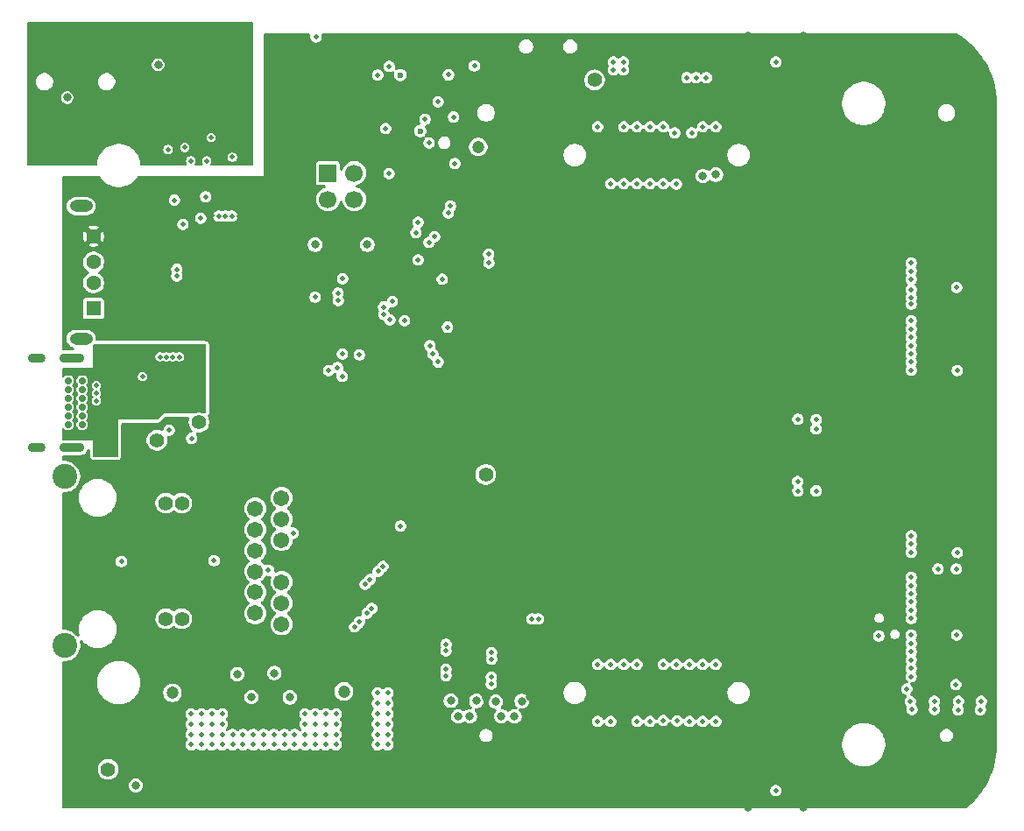
<source format=gbr>
%TF.GenerationSoftware,KiCad,Pcbnew,9.0.3*%
%TF.CreationDate,2025-08-25T11:29:22-05:00*%
%TF.ProjectId,controller,636f6e74-726f-46c6-9c65-722e6b696361,rev?*%
%TF.SameCoordinates,Original*%
%TF.FileFunction,Copper,L2,Inr*%
%TF.FilePolarity,Positive*%
%FSLAX46Y46*%
G04 Gerber Fmt 4.6, Leading zero omitted, Abs format (unit mm)*
G04 Created by KiCad (PCBNEW 9.0.3) date 2025-08-25 11:29:22*
%MOMM*%
%LPD*%
G01*
G04 APERTURE LIST*
%TA.AperFunction,ComponentPad*%
%ADD10C,1.545000*%
%TD*%
%TA.AperFunction,ComponentPad*%
%ADD11C,1.400000*%
%TD*%
%TA.AperFunction,ComponentPad*%
%ADD12C,2.400000*%
%TD*%
%TA.AperFunction,ComponentPad*%
%ADD13R,1.428000X1.428000*%
%TD*%
%TA.AperFunction,ComponentPad*%
%ADD14C,1.428000*%
%TD*%
%TA.AperFunction,ComponentPad*%
%ADD15O,2.216000X1.108000*%
%TD*%
%TA.AperFunction,ComponentPad*%
%ADD16R,1.700000X1.700000*%
%TD*%
%TA.AperFunction,ComponentPad*%
%ADD17C,1.700000*%
%TD*%
%TA.AperFunction,ComponentPad*%
%ADD18C,0.700000*%
%TD*%
%TA.AperFunction,ComponentPad*%
%ADD19O,1.700000X0.900000*%
%TD*%
%TA.AperFunction,ComponentPad*%
%ADD20O,2.400000X0.900000*%
%TD*%
%TA.AperFunction,ViaPad*%
%ADD21C,0.800000*%
%TD*%
%TA.AperFunction,ViaPad*%
%ADD22C,0.500000*%
%TD*%
%TA.AperFunction,ViaPad*%
%ADD23C,1.400000*%
%TD*%
%TA.AperFunction,ViaPad*%
%ADD24C,0.600000*%
%TD*%
%TA.AperFunction,ViaPad*%
%ADD25C,1.200000*%
%TD*%
G04 APERTURE END LIST*
D10*
%TO.N,Net-(J4-TRCT3)*%
%TO.C,J4*%
X-13800000Y11850000D03*
%TO.N,/Ethernet/RGMII0_TRN2*%
X-13800000Y9820000D03*
%TO.N,/Ethernet/RGMII0_TRP2*%
X-13800000Y7790000D03*
%TO.N,/Ethernet/RGMII0_TRP1*%
X-13800000Y5760000D03*
%TO.N,/Ethernet/RGMII0_TRN1*%
X-13800000Y3730000D03*
%TO.N,Net-(J4-TRCT2)*%
X-13800000Y1700000D03*
%TO.N,Net-(J4-TRCT4)*%
X-11260000Y12870000D03*
%TO.N,/Ethernet/RGMII0_TRP3*%
X-11260000Y10830000D03*
%TO.N,/Ethernet/RGMII0_TRN3*%
X-11260000Y8790000D03*
%TO.N,/Ethernet/RGMII0_TRN0*%
X-11260000Y4740000D03*
%TO.N,/Ethernet/RGMII0_TRP0*%
X-11260000Y2700000D03*
%TO.N,Net-(J4-TRCT1)*%
X-11260000Y660000D03*
D11*
%TO.N,/Ethernet/POE_PR12*%
X-20910000Y12355000D03*
%TO.N,/Ethernet/POE_PR36*%
X-20910000Y1175000D03*
%TO.N,/Ethernet/POE_PR45*%
X-22460000Y12355000D03*
%TO.N,/Ethernet/POE_PR78*%
X-22460000Y1175000D03*
D12*
%TO.N,Earth_Clean*%
X-32220000Y-1410000D03*
X-32220000Y14940000D03*
%TD*%
D13*
%TO.N,VDD_5V*%
%TO.C,J1*%
X-29427500Y31170000D03*
D14*
%TO.N,/SOM/USB_D-*%
X-29427500Y33670000D03*
%TO.N,/SOM/USB_D+*%
X-29427500Y35670000D03*
%TO.N,GND*%
X-29427500Y38170000D03*
D15*
%TO.N,Earth_Clean*%
X-30627500Y28270000D03*
X-30627500Y41070000D03*
%TD*%
D16*
%TO.N,+3V3*%
%TO.C,J9*%
X-6775000Y44275000D03*
D17*
X-6775000Y41735000D03*
%TO.N,/SOM/SD_BOOT_CONF_H*%
X-4235000Y44275000D03*
%TO.N,/SOM/S_JTAG_H*%
X-4235000Y41735000D03*
%TD*%
D18*
%TO.N,GNDPWR*%
%TO.C,J2*%
X-30542500Y19102499D03*
%TO.N,/PSU/VBUS*%
X-30542500Y19952499D03*
%TO.N,Net-(J2-CC1)*%
X-30542500Y20802500D03*
%TO.N,unconnected-(J2-D+-PadA6)*%
X-30542500Y21652499D03*
%TO.N,unconnected-(J2-D--PadA7)*%
X-30542500Y22502499D03*
%TO.N,unconnected-(J2-SBU1-PadA8)*%
X-30542500Y23352499D03*
%TO.N,/PSU/VBUS*%
X-30542500Y24202500D03*
%TO.N,GNDPWR*%
X-30542500Y25052499D03*
X-31892500Y25052499D03*
%TO.N,/PSU/VBUS*%
X-31892500Y24202499D03*
%TO.N,Net-(J2-CC2)*%
X-31892500Y23352499D03*
%TO.N,unconnected-(J2-D+-PadB6)*%
X-31892500Y22502499D03*
%TO.N,unconnected-(J2-D--PadB7)*%
X-31892500Y21652499D03*
%TO.N,unconnected-(J2-SBU2-PadB8)*%
X-31892500Y20802499D03*
%TO.N,/PSU/VBUS*%
X-31892500Y19952499D03*
%TO.N,GNDPWR*%
X-31892500Y19102499D03*
D19*
%TO.N,Earth_Clean*%
X-34902500Y17752499D03*
D20*
X-31522500Y17752499D03*
D19*
X-34902500Y26402499D03*
D20*
X-31522500Y26402499D03*
%TD*%
D21*
%TO.N,+5V*%
X9430000Y-6820000D03*
D22*
X40400000Y20440000D03*
X49680000Y-7580000D03*
X49500000Y-6800000D03*
D21*
X11950000Y-6780000D03*
D22*
X20790000Y54260000D03*
X51830000Y-6810000D03*
X56270000Y-7620000D03*
D21*
X9970000Y-8240000D03*
D23*
X19000000Y53280000D03*
D22*
X38630000Y13540000D03*
D21*
X29460000Y44000000D03*
X5096483Y-6743517D03*
D23*
X-23310000Y18440000D03*
D22*
X56370000Y-6800000D03*
X46470000Y-490000D03*
D21*
X11240000Y-8250000D03*
X7563422Y-6762000D03*
D22*
X54110000Y-7620000D03*
D21*
X5820000Y-8260000D03*
D22*
X21800000Y55010000D03*
X21790000Y54260000D03*
X51830000Y-7580000D03*
X20800000Y55010000D03*
X54160000Y-6790000D03*
D21*
X6940000Y-8240000D03*
D22*
%TO.N,/SOM/D10*%
X49600000Y25200000D03*
X20555000Y43250000D03*
%TO.N,/SOM/D50*%
X21825000Y43250000D03*
X49600000Y26000000D03*
%TO.N,/SOM/D28*%
X49600000Y26800000D03*
X23095000Y43250000D03*
%TO.N,/SOM/D12*%
X49600000Y28400000D03*
X24365000Y43250000D03*
%TO.N,/SOM/D2*%
X49600000Y30000000D03*
X25635000Y43250000D03*
%TO.N,/SOM/D8*%
X49600000Y32249997D03*
X26905000Y43200000D03*
%TO.N,/SOM/D48*%
X49600000Y27600000D03*
X21825000Y48750000D03*
%TO.N,/SOM/D26*%
X49600000Y29200000D03*
X23095000Y48750000D03*
%TO.N,/SOM/D46*%
X49600000Y31600000D03*
X24365000Y48750000D03*
%TO.N,/SOM/D24*%
X25635000Y48750000D03*
X49600000Y33000000D03*
%TO.N,/SOM/D44*%
X26750000Y48140000D03*
X54000000Y33200000D03*
%TO.N,/SOM/D22*%
X49600000Y34000000D03*
X28380000Y48150000D03*
%TO.N,/SOM/D42*%
X49600000Y34800000D03*
X29445000Y48750000D03*
%TO.N,/SOM/D40*%
X30715000Y48750000D03*
X49600000Y35600000D03*
%TO.N,/SOM/D16*%
X23095000Y-8750000D03*
X49600000Y3600000D03*
%TO.N,/SOM/D32*%
X24365000Y-8750000D03*
X49600000Y2000000D03*
%TO.N,/SOM/D54*%
X49600000Y-400000D03*
X25635000Y-8665000D03*
D21*
%TO.N,+3V3*%
X-2974999Y37350000D03*
D22*
X230000Y10150000D03*
D23*
X8480000Y15120000D03*
D22*
X2620000Y49460000D03*
D21*
X-8025001Y37350000D03*
D22*
X-860000Y54580000D03*
X-800000Y30070000D03*
X-19080000Y39900000D03*
%TO.N,/SOM/MCLK0*%
X19285000Y48750000D03*
X54030000Y25180000D03*
%TO.N,/SOM/MCLK1*%
X49600000Y4400000D03*
X20555000Y-8750000D03*
%TO.N,/SD/CLK*%
X-1220000Y48570000D03*
X-1985000Y53755000D03*
D24*
%TO.N,/SD/CMD*%
X215000Y53755000D03*
X2140000Y48330000D03*
D22*
%TO.N,+1V8*%
X5350000Y49700000D03*
X-560000Y31850000D03*
X630000Y30010000D03*
X-20790000Y39330000D03*
X3000000Y47200000D03*
%TO.N,GND*%
X7420000Y-380000D03*
X21810000Y-9040000D03*
X11100000Y1200000D03*
D21*
X-24150000Y-10490000D03*
X12762743Y-6366240D03*
D22*
X6700000Y16400000D03*
X8700000Y34000000D03*
X6660000Y47610000D03*
X54000000Y6800000D03*
X2506210Y10146210D03*
X-4010000Y25720000D03*
X52000000Y36400000D03*
X23796700Y53071574D03*
D21*
X-4190000Y-11030000D03*
D22*
X-7890000Y55420000D03*
X-25020000Y18730000D03*
D21*
X33800000Y-17027500D03*
D22*
X39080000Y19060000D03*
X-19550000Y39360000D03*
X-15390000Y40130000D03*
X-1470000Y40940000D03*
D21*
X8500000Y-6500000D03*
D22*
X54000000Y47600000D03*
X54000000Y12400000D03*
X52000000Y30800000D03*
X33210000Y43550000D03*
X6560000Y39610000D03*
D21*
X-17080000Y-16460000D03*
D22*
X52000000Y46000000D03*
X630000Y32080000D03*
X47860000Y780000D03*
D21*
X39200000Y57527500D03*
D22*
X11100000Y13200000D03*
D21*
X-30520000Y-11810000D03*
D22*
X39900000Y14920000D03*
X28300000Y52200000D03*
X33210000Y-8450000D03*
X-1560000Y43410000D03*
D21*
X-21810000Y-11020000D03*
D22*
X54000000Y-6000000D03*
X23796700Y54074872D03*
X-14760000Y40160000D03*
D21*
X20600000Y47900000D03*
D22*
X20200000Y52300000D03*
X54000000Y42800000D03*
X13275000Y55600000D03*
X54000000Y18000000D03*
X20180000Y52990000D03*
X54000000Y400000D03*
D21*
X-26760000Y-9490000D03*
D22*
X-7030000Y600000D03*
X15620000Y52730000D03*
X6700000Y22000000D03*
X-26200000Y17230000D03*
X54000000Y23600000D03*
X-6435000Y56235000D03*
X-1320000Y55930000D03*
X52000000Y38800000D03*
X4300000Y4400000D03*
D21*
X-8025000Y34810000D03*
X31040000Y42187998D03*
D22*
X28200000Y44000000D03*
X2550000Y50360000D03*
X52000000Y400000D03*
X-21740000Y40400000D03*
X-3840000Y33510000D03*
X23796700Y55078174D03*
X16790000Y43550000D03*
X6700000Y32400000D03*
X49600000Y6800000D03*
D21*
X39200000Y-17027500D03*
X-16990000Y-14210000D03*
D22*
X-3085000Y53755000D03*
X52000000Y41200000D03*
X-18930000Y17440000D03*
X54000000Y38000000D03*
X-1140000Y4310000D03*
X31000000Y52100000D03*
X54000000Y40400000D03*
X4530000Y49040000D03*
X-7030000Y-670000D03*
X5160000Y-2780000D03*
X52000000Y-6000000D03*
X8700000Y22000000D03*
X4040000Y55480000D03*
X21000000Y52300000D03*
X-7060000Y13230000D03*
X10700000Y-1200000D03*
X52000000Y12400000D03*
D21*
X-2975000Y29730000D03*
D22*
X21580000Y52290000D03*
X54000000Y30000000D03*
D21*
X33800000Y57527500D03*
D22*
X54000000Y45200000D03*
X8700000Y24400000D03*
X16790000Y48450000D03*
X33210000Y48450000D03*
X6700000Y28400000D03*
X52000000Y18000000D03*
X11100000Y-3600000D03*
X-3710000Y-1140000D03*
X31000000Y53000000D03*
X-7050000Y11930000D03*
X8700000Y28400000D03*
X16350000Y57550001D03*
X16790000Y-8450000D03*
X11100000Y9200000D03*
X52000000Y43600000D03*
X33210000Y-3550000D03*
X3800000Y53040000D03*
D21*
X29710000Y42187998D03*
D22*
X15725000Y55600000D03*
X54000000Y35600000D03*
X8730000Y43600000D03*
X-3360000Y15630000D03*
X26300000Y52200000D03*
X-18000000Y40160000D03*
X-1090804Y47630349D03*
X-340000Y55920000D03*
X16790000Y-3550000D03*
X6700000Y10000000D03*
D21*
X19300000Y44100000D03*
D22*
X8700000Y16400000D03*
X12650000Y57550001D03*
X51900000Y23600000D03*
%TO.N,/SD/SD_D0*%
X1940861Y35871601D03*
X1718432Y38518432D03*
%TO.N,/SD/SD_CMD*%
X4270000Y34000000D03*
X3525000Y38125000D03*
%TO.N,/SD/SD_D3*%
X2975000Y37575000D03*
X1935000Y39520000D03*
%TO.N,/SD/SD_CD*%
X3870000Y51150000D03*
D25*
%TO.N,VDDIO_501_PS*%
X7752157Y46800000D03*
D22*
%TO.N,/SOM/JTAG_TMS*%
X-6710000Y25190000D03*
%TO.N,/SOM/JTAG_TDO*%
X-5790000Y31950000D03*
%TO.N,/SOM/JTAG_TDI*%
X-5390000Y26790000D03*
%TO.N,/SOM/JTAG_TCK*%
X-8025000Y32270000D03*
X4780000Y29380000D03*
%TO.N,/SOM/UART_TX*%
X4850000Y40400000D03*
%TO.N,/SOM/UART_RX*%
X5070000Y41090000D03*
%TO.N,/SOM/EXT_RST_IN*%
X-5820000Y32680000D03*
%TO.N,Net-(J3-DET)*%
X4870000Y53770000D03*
%TO.N,3V3_MIC*%
X28800000Y53500000D03*
D21*
X30719458Y44121819D03*
D22*
X29800000Y53500000D03*
X27900000Y53500000D03*
%TO.N,/SOM/UART_TX_3V3*%
X-3730000Y26680000D03*
X-1420000Y31330000D03*
X-5850000Y25480000D03*
%TO.N,/SOM/UART_RX_3V3*%
X-1380000Y30620000D03*
X-5410000Y24620000D03*
%TO.N,/SOM/D56*%
X49600000Y-2000000D03*
X26952500Y-8702500D03*
%TO.N,/SOM/D34*%
X28175000Y-8750000D03*
X49600000Y-4400000D03*
%TO.N,/SOM/D58*%
X29445000Y-8750000D03*
X53900000Y-5200000D03*
%TO.N,/SOM/D36*%
X30715000Y-8750000D03*
X49175000Y-5625000D03*
%TO.N,/SOM/D52*%
X19285000Y-3250000D03*
X49600000Y9200000D03*
%TO.N,/SOM/D30*%
X49600000Y8400000D03*
X20555000Y-3250000D03*
%TO.N,/SOM/D14*%
X21825000Y-3250000D03*
X49600000Y7600000D03*
%TO.N,/SOM/D4*%
X49600000Y5200000D03*
X23095000Y-3250000D03*
%TO.N,/SOM/D0*%
X49600000Y2800000D03*
X25635000Y-3250000D03*
%TO.N,/SOM/D6*%
X49600000Y1200000D03*
X26905000Y-3250000D03*
%TO.N,/SOM/D20*%
X28175000Y-3250000D03*
X49600000Y-1200000D03*
%TO.N,/SOM/D18*%
X49600000Y-2800000D03*
X29445000Y-3250000D03*
%TO.N,/SOM/D38*%
X30715000Y-3250000D03*
X49600000Y-3600000D03*
%TO.N,/SOM/LED_DI*%
X54000000Y-400000D03*
%TO.N,/SOM/LED0*%
X-7950000Y57450000D03*
X7370000Y54620000D03*
%TO.N,/SOM/MCLK2*%
X19292500Y-8742500D03*
X54050000Y7570000D03*
%TO.N,/SOM/SD_BOOT_CONF_H*%
X8760000Y36420000D03*
%TO.N,VDDIO_34_3V3*%
X53950000Y6000000D03*
X52180000Y6000000D03*
X40390000Y13550000D03*
X38610000Y14460000D03*
X40390000Y19540000D03*
X38640000Y20480000D03*
%TO.N,GNDPWR*%
X-26902500Y22002499D03*
X-25402500Y22002499D03*
X-23902500Y22002499D03*
X-19582500Y27422499D03*
X-25402500Y21002499D03*
X-26902500Y21002499D03*
X-20520000Y22650000D03*
X-19602500Y25602499D03*
D23*
%TO.N,VCCIN*%
X-19250000Y20200000D03*
X-28030000Y-13380000D03*
D21*
%TO.N,/Ethernet/POE_PR78*%
X-15550000Y-4170000D03*
%TO.N,/Ethernet/POE_PR45*%
X-14180000Y-6400000D03*
%TO.N,/Ethernet/POE_PR36*%
X-11960000Y-4060000D03*
%TO.N,/Ethernet/POE_PR12*%
X-10470000Y-6410000D03*
D22*
%TO.N,Net-(C10-Pad1)*%
X-26749999Y6710000D03*
X-17780000Y6790000D03*
%TO.N,/Ethernet/RGMII0_TRP3*%
X-10120000Y9460000D03*
X4625551Y-1920000D03*
X-3183112Y4529988D03*
%TO.N,/Ethernet/RGMII0_TRN2*%
X-1458270Y6231941D03*
X9033443Y-2080000D03*
%TO.N,/Ethernet/RGMII0_TRN1*%
X-2540945Y2184916D03*
X-12530000Y5870000D03*
X4618499Y-3680000D03*
%TO.N,/Ethernet/RGMII0_TRN0*%
X-3741369Y853917D03*
X9009609Y-4480000D03*
%TO.N,/Ethernet/RGMII0_TRP2*%
X9033443Y-2720000D03*
X-1910818Y5779393D03*
%TO.N,/Ethernet/RGMII0_TRN3*%
X4625551Y-1280000D03*
X-2730564Y4982536D03*
%TO.N,/Ethernet/RGMII0_TRP1*%
X4618499Y-4320000D03*
X-2993493Y1732368D03*
%TO.N,/Ethernet/RGMII0_TRP0*%
X9009609Y-5120000D03*
X-4193917Y401369D03*
%TO.N,/PSU/PoE_VIN+*%
X-19000000Y-11000000D03*
X-10000000Y-11000000D03*
X-18000000Y-9000000D03*
X-17000000Y-9000000D03*
X-10000000Y-10000000D03*
X-20000000Y-9000000D03*
X-13000000Y-10000000D03*
X-17000000Y-10000000D03*
X-11000000Y-10000000D03*
X-18000000Y-11000000D03*
X-18000000Y-10000000D03*
X-17000000Y-8000000D03*
X-15000000Y-10000000D03*
X-19000000Y-8000000D03*
X-15000000Y-11000000D03*
X-20000000Y-10000000D03*
X-18000000Y-8000000D03*
X-13000000Y-11000000D03*
X-12000000Y-10000000D03*
X-20000000Y-11000000D03*
X-12000000Y-11000000D03*
X-16000000Y-10000000D03*
X-16000000Y-11000000D03*
X-14000000Y-11000000D03*
X-11000000Y-11000000D03*
X-19000000Y-10000000D03*
X-17000000Y-11000000D03*
D25*
X-21820000Y-5980000D03*
D22*
X-14000000Y-10000000D03*
X-20000000Y-8000000D03*
X-19000000Y-9000000D03*
%TO.N,/PSU/PoE_VIN-*%
X-6000000Y-9000000D03*
X-1000000Y-10000000D03*
X-1000000Y-11000000D03*
X-2000000Y-6000000D03*
X-8000000Y-11000000D03*
X-9000000Y-9000000D03*
X-2000000Y-10000000D03*
X-8000000Y-8000000D03*
X-2000000Y-11000000D03*
X-9000000Y-11000000D03*
X-9000000Y-10000000D03*
X-7000000Y-11000000D03*
X-6000000Y-8000000D03*
X-9000000Y-8000000D03*
X-8000000Y-9000000D03*
X-7000000Y-10000000D03*
X-2000000Y-8000000D03*
X-1000000Y-8000000D03*
X-1000000Y-9000000D03*
X-6000000Y-11000000D03*
X-7000000Y-8000000D03*
D25*
X-5240000Y-5840000D03*
D22*
X-6000000Y-10000000D03*
X-7000000Y-9000000D03*
X-1000000Y-6000000D03*
X-2000000Y-7000000D03*
X-8000000Y-10000000D03*
X-1000000Y-7000000D03*
X-2000000Y-9000000D03*
%TO.N,/SOM/FPGA_DONE*%
X-5370000Y34050000D03*
X-880000Y44230000D03*
X5500000Y45200000D03*
D21*
%TO.N,/PSU/PoE_VDC+*%
X-25360000Y-14940000D03*
D22*
%TO.N,/SOM/FPGA_USB_D+*%
X13557886Y1171265D03*
X-21393671Y34970000D03*
%TO.N,/SOM/FPGA_USB_D-*%
X12917886Y1171265D03*
X-21393671Y34330000D03*
%TO.N,Net-(Q1-G)*%
X-22130000Y19400000D03*
X-19970000Y18630000D03*
%TO.N,/PSU/VBUS_TVS*%
X-21152500Y26502499D03*
X-21802500Y26502499D03*
X-22402500Y26502499D03*
X-23002500Y26502499D03*
X-24702500Y24602499D03*
%TO.N,/PSU/VBUS*%
X-29152500Y23002499D03*
X-29152500Y22252499D03*
X-29152500Y23752499D03*
%TO.N,/SOM/S_JTAG_H*%
X8780000Y35590000D03*
%TO.N,GNDA*%
X-21190000Y47540000D03*
X-23470000Y49460000D03*
X-21690000Y45930000D03*
X-17980000Y54950000D03*
X-19310000Y47670000D03*
X-33170000Y56610000D03*
X-15990000Y48090000D03*
X-15390000Y47630000D03*
D21*
%TO.N,Net-(C2-Pad1)*%
X-23190000Y54750000D03*
X-31980000Y51570000D03*
D22*
%TO.N,/DAC/LDOO*%
X-21610000Y41660000D03*
%TO.N,+3.3VA*%
X-16010000Y45810000D03*
X-22250000Y46560000D03*
X-20600000Y46760000D03*
%TO.N,Net-(U10-CAPM)*%
X-18505000Y45450000D03*
%TO.N,Net-(U10-CAPP)*%
X-20055000Y45450000D03*
%TO.N,Net-(U10-VNEG)*%
X-18060000Y47710000D03*
%TO.N,Net-(U10-XSMT)*%
X-18610000Y41990000D03*
%TO.N,/DAC/I2S_LRCK*%
X3860000Y26000000D03*
X-17349918Y40110483D03*
%TO.N,/DAC/I2S_BCK*%
X-16050000Y40110000D03*
X3060000Y27600000D03*
%TO.N,/DAC/I2S_DIN*%
X3360000Y26800000D03*
X-16700000Y40100000D03*
%TO.N,/SOM/SYNC_IN_5V*%
X36500000Y-15440000D03*
%TO.N,/SOM/SYNC_OUT_5V*%
X36500000Y55010000D03*
%TD*%
%TA.AperFunction,Conductor*%
%TO.N,GNDPWR*%
G36*
X-18613309Y27711093D02*
G01*
X-18577345Y27661593D01*
X-18572500Y27631000D01*
X-18572500Y21129000D01*
X-18591407Y21070809D01*
X-18640907Y21034845D01*
X-18671500Y21030000D01*
X-18880986Y21030000D01*
X-18918871Y21037536D01*
X-18987334Y21065894D01*
X-19161307Y21100500D01*
X-19161309Y21100500D01*
X-19338691Y21100500D01*
X-19338694Y21100500D01*
X-19512666Y21065894D01*
X-19512668Y21065894D01*
X-19581129Y21037536D01*
X-19619014Y21030000D01*
X-22630001Y21030000D01*
X-23201436Y20477613D01*
X-23256415Y20450763D01*
X-23269728Y20449794D01*
X-27072500Y20430000D01*
X-27072500Y16929000D01*
X-27091407Y16870809D01*
X-27140907Y16834845D01*
X-27171500Y16830000D01*
X-29373500Y16830000D01*
X-29431691Y16848907D01*
X-29467655Y16898407D01*
X-29472500Y16929000D01*
X-29472500Y18429999D01*
X-29472500Y18430000D01*
X-29472501Y18430000D01*
X-32373500Y18430000D01*
X-32431691Y18448907D01*
X-32467655Y18498407D01*
X-32472500Y18529000D01*
X-32472500Y19514968D01*
X-32453593Y19573159D01*
X-32404093Y19609123D01*
X-32342907Y19609123D01*
X-32303499Y19584974D01*
X-32230515Y19511990D01*
X-32230513Y19511989D01*
X-32230511Y19511987D01*
X-32104989Y19439517D01*
X-32104988Y19439517D01*
X-32104985Y19439515D01*
X-31964975Y19401999D01*
X-31964974Y19401999D01*
X-31820026Y19401999D01*
X-31820025Y19401999D01*
X-31680015Y19439515D01*
X-31680013Y19439517D01*
X-31680011Y19439517D01*
X-31554490Y19511987D01*
X-31554490Y19511988D01*
X-31554485Y19511990D01*
X-31451991Y19614484D01*
X-31445362Y19625965D01*
X-31379518Y19740010D01*
X-31379518Y19740012D01*
X-31379516Y19740014D01*
X-31342000Y19880024D01*
X-31342000Y20024974D01*
X-31379516Y20164984D01*
X-31379518Y20164987D01*
X-31379518Y20164989D01*
X-31451988Y20290510D01*
X-31451990Y20290512D01*
X-31451991Y20290514D01*
X-31468975Y20307498D01*
X-31496750Y20362012D01*
X-31487179Y20422444D01*
X-31468976Y20447500D01*
X-31451991Y20464484D01*
X-31451988Y20464489D01*
X-31379518Y20590010D01*
X-31379518Y20590012D01*
X-31379516Y20590014D01*
X-31342000Y20730024D01*
X-31342000Y20874974D01*
X-31379516Y21014984D01*
X-31379518Y21014987D01*
X-31379518Y21014989D01*
X-31451988Y21140510D01*
X-31451990Y21140512D01*
X-31451991Y21140514D01*
X-31468975Y21157498D01*
X-31496750Y21212012D01*
X-31487179Y21272444D01*
X-31468976Y21297500D01*
X-31451991Y21314484D01*
X-31379516Y21440014D01*
X-31342000Y21580024D01*
X-31342000Y21724974D01*
X-31379516Y21864984D01*
X-31379518Y21864987D01*
X-31379518Y21864989D01*
X-31451988Y21990510D01*
X-31451990Y21990512D01*
X-31451991Y21990514D01*
X-31468975Y22007498D01*
X-31496750Y22062012D01*
X-31487179Y22122444D01*
X-31468974Y22147501D01*
X-31451991Y22164484D01*
X-31451988Y22164489D01*
X-31379518Y22290010D01*
X-31379518Y22290012D01*
X-31379516Y22290014D01*
X-31342000Y22430024D01*
X-31342000Y22574974D01*
X-31379516Y22714984D01*
X-31379518Y22714987D01*
X-31379518Y22714989D01*
X-31451988Y22840510D01*
X-31451990Y22840512D01*
X-31451991Y22840514D01*
X-31468975Y22857498D01*
X-31496750Y22912012D01*
X-31487179Y22972444D01*
X-31468974Y22997501D01*
X-31451991Y23014484D01*
X-31379516Y23140014D01*
X-31342000Y23280024D01*
X-31342000Y23424974D01*
X-31379516Y23564984D01*
X-31379518Y23564987D01*
X-31379518Y23564989D01*
X-31451988Y23690510D01*
X-31451990Y23690512D01*
X-31451991Y23690514D01*
X-31468975Y23707498D01*
X-31496750Y23762012D01*
X-31487179Y23822444D01*
X-31468976Y23847500D01*
X-31451991Y23864484D01*
X-31451988Y23864489D01*
X-31379518Y23990010D01*
X-31379518Y23990012D01*
X-31379516Y23990014D01*
X-31342000Y24130024D01*
X-31342000Y24274974D01*
X-31342000Y24274975D01*
X-31093000Y24274975D01*
X-31093000Y24130025D01*
X-31088436Y24112992D01*
X-31055483Y23990011D01*
X-30983013Y23864490D01*
X-30983011Y23864488D01*
X-30983009Y23864485D01*
X-30966026Y23847502D01*
X-30938250Y23792987D01*
X-30947821Y23732555D01*
X-30966026Y23707498D01*
X-30983010Y23690515D01*
X-31055483Y23564989D01*
X-31055484Y23564984D01*
X-31093000Y23424974D01*
X-31093000Y23280024D01*
X-31065231Y23176390D01*
X-31055483Y23140010D01*
X-30983013Y23014489D01*
X-30983008Y23014483D01*
X-30966027Y22997501D01*
X-30938250Y22942984D01*
X-30947823Y22882552D01*
X-30966027Y22857497D01*
X-30983008Y22840516D01*
X-30983013Y22840510D01*
X-31055483Y22714989D01*
X-31093000Y22574974D01*
X-31093000Y22430025D01*
X-31055483Y22290010D01*
X-30983013Y22164489D01*
X-30983008Y22164483D01*
X-30966027Y22147501D01*
X-30938250Y22092984D01*
X-30947823Y22032552D01*
X-30966027Y22007497D01*
X-30983008Y21990516D01*
X-30983013Y21990510D01*
X-31055483Y21864989D01*
X-31093000Y21724974D01*
X-31093000Y21580025D01*
X-31055483Y21440010D01*
X-30983013Y21314489D01*
X-30983011Y21314487D01*
X-30983009Y21314484D01*
X-30966027Y21297502D01*
X-30938251Y21242987D01*
X-30947822Y21182555D01*
X-30966027Y21157498D01*
X-30983010Y21140516D01*
X-31055483Y21014990D01*
X-31060032Y20998013D01*
X-31093000Y20874975D01*
X-31093000Y20730025D01*
X-31065273Y20626547D01*
X-31055483Y20590011D01*
X-30983013Y20464490D01*
X-30983011Y20464488D01*
X-30983009Y20464485D01*
X-30966026Y20447502D01*
X-30938250Y20392987D01*
X-30947821Y20332555D01*
X-30966026Y20307498D01*
X-30983010Y20290515D01*
X-31055483Y20164989D01*
X-31093000Y20024974D01*
X-31093000Y19880024D01*
X-31064444Y19773453D01*
X-31055483Y19740010D01*
X-30983013Y19614489D01*
X-30983011Y19614487D01*
X-30983009Y19614484D01*
X-30880515Y19511990D01*
X-30880513Y19511989D01*
X-30880511Y19511987D01*
X-30754989Y19439517D01*
X-30754988Y19439517D01*
X-30754985Y19439515D01*
X-30614975Y19401999D01*
X-30614974Y19401999D01*
X-30470026Y19401999D01*
X-30470025Y19401999D01*
X-30330015Y19439515D01*
X-30330013Y19439517D01*
X-30330011Y19439517D01*
X-30204490Y19511987D01*
X-30204490Y19511988D01*
X-30204485Y19511990D01*
X-30101991Y19614484D01*
X-30095362Y19625965D01*
X-30029518Y19740010D01*
X-30029518Y19740012D01*
X-30029516Y19740014D01*
X-29992000Y19880024D01*
X-29992000Y20024974D01*
X-30029516Y20164984D01*
X-30029518Y20164987D01*
X-30029518Y20164989D01*
X-30101988Y20290510D01*
X-30101990Y20290512D01*
X-30101991Y20290514D01*
X-30118976Y20307499D01*
X-30146751Y20362013D01*
X-30137180Y20422445D01*
X-30118973Y20447505D01*
X-30101991Y20464485D01*
X-30029516Y20590015D01*
X-29992000Y20730025D01*
X-29992000Y20874975D01*
X-30029516Y21014985D01*
X-30029518Y21014989D01*
X-30029518Y21014990D01*
X-30101988Y21140511D01*
X-30101990Y21140513D01*
X-30101991Y21140515D01*
X-30118975Y21157499D01*
X-30146750Y21212013D01*
X-30137179Y21272445D01*
X-30118972Y21297505D01*
X-30101991Y21314484D01*
X-30029516Y21440014D01*
X-29992000Y21580024D01*
X-29992000Y21724974D01*
X-30029516Y21864984D01*
X-30029518Y21864987D01*
X-30029518Y21864989D01*
X-30101988Y21990510D01*
X-30101990Y21990512D01*
X-30101991Y21990514D01*
X-30118975Y22007498D01*
X-30146750Y22062012D01*
X-30137179Y22122444D01*
X-30118974Y22147501D01*
X-30101991Y22164484D01*
X-30101988Y22164489D01*
X-30029518Y22290010D01*
X-30029518Y22290012D01*
X-30029516Y22290014D01*
X-29992000Y22430024D01*
X-29992000Y22574974D01*
X-30029516Y22714984D01*
X-30029518Y22714987D01*
X-30029518Y22714989D01*
X-30101988Y22840510D01*
X-30101990Y22840512D01*
X-30101991Y22840514D01*
X-30118975Y22857498D01*
X-30146750Y22912012D01*
X-30137179Y22972444D01*
X-30118974Y22997501D01*
X-30101991Y23014484D01*
X-30029516Y23140014D01*
X-29992000Y23280024D01*
X-29992000Y23424974D01*
X-30029516Y23564984D01*
X-30029518Y23564987D01*
X-30029518Y23564989D01*
X-30101988Y23690510D01*
X-30101990Y23690512D01*
X-30101991Y23690514D01*
X-30118976Y23707499D01*
X-30124293Y23717935D01*
X-30133222Y23725514D01*
X-30137855Y23744553D01*
X-30146751Y23762013D01*
X-30144919Y23773584D01*
X-30147688Y23784965D01*
X-30140709Y23800165D01*
X-30138865Y23811808D01*
X-29603000Y23811808D01*
X-29603000Y23693190D01*
X-29575926Y23592148D01*
X-29572298Y23578609D01*
X-29512993Y23475891D01*
X-29512992Y23475890D01*
X-29512991Y23475889D01*
X-29512989Y23475886D01*
X-29484606Y23447503D01*
X-29484605Y23447502D01*
X-29456829Y23392985D01*
X-29466401Y23332553D01*
X-29484605Y23307496D01*
X-29512993Y23279108D01*
X-29572298Y23176390D01*
X-29572299Y23176385D01*
X-29603000Y23061808D01*
X-29603000Y22943190D01*
X-29586752Y22882552D01*
X-29572298Y22828609D01*
X-29512993Y22725891D01*
X-29512992Y22725890D01*
X-29512991Y22725889D01*
X-29512989Y22725886D01*
X-29484606Y22697503D01*
X-29484605Y22697502D01*
X-29456829Y22642985D01*
X-29466401Y22582553D01*
X-29484605Y22557496D01*
X-29512993Y22529108D01*
X-29572298Y22426390D01*
X-29572299Y22426385D01*
X-29603000Y22311808D01*
X-29603000Y22193190D01*
X-29576150Y22092984D01*
X-29572298Y22078609D01*
X-29512993Y21975891D01*
X-29512991Y21975889D01*
X-29512989Y21975886D01*
X-29429113Y21892010D01*
X-29429111Y21892009D01*
X-29429109Y21892007D01*
X-29326390Y21832702D01*
X-29326389Y21832702D01*
X-29326386Y21832700D01*
X-29211809Y21801999D01*
X-29211807Y21801999D01*
X-29093193Y21801999D01*
X-29093191Y21801999D01*
X-28978614Y21832700D01*
X-28978612Y21832702D01*
X-28978610Y21832702D01*
X-28875892Y21892007D01*
X-28875892Y21892008D01*
X-28875887Y21892010D01*
X-28792011Y21975886D01*
X-28773760Y22007497D01*
X-28732703Y22078609D01*
X-28732703Y22078611D01*
X-28732701Y22078613D01*
X-28702000Y22193190D01*
X-28702000Y22311808D01*
X-28732701Y22426385D01*
X-28732703Y22426388D01*
X-28732703Y22426390D01*
X-28792008Y22529108D01*
X-28792010Y22529110D01*
X-28792011Y22529112D01*
X-28820397Y22557498D01*
X-28848172Y22612012D01*
X-28838601Y22672444D01*
X-28820398Y22697500D01*
X-28792011Y22725886D01*
X-28732701Y22828613D01*
X-28702000Y22943190D01*
X-28702000Y23061808D01*
X-28732701Y23176385D01*
X-28732703Y23176388D01*
X-28732703Y23176390D01*
X-28792008Y23279108D01*
X-28792010Y23279110D01*
X-28792011Y23279112D01*
X-28820397Y23307498D01*
X-28848172Y23362012D01*
X-28838601Y23422444D01*
X-28820398Y23447500D01*
X-28792011Y23475886D01*
X-28792008Y23475891D01*
X-28732703Y23578609D01*
X-28732703Y23578611D01*
X-28732701Y23578613D01*
X-28702000Y23693190D01*
X-28702000Y23811808D01*
X-28732701Y23926385D01*
X-28732703Y23926388D01*
X-28732703Y23926390D01*
X-28792008Y24029108D01*
X-28792010Y24029110D01*
X-28792011Y24029112D01*
X-28875887Y24112988D01*
X-28875890Y24112990D01*
X-28875892Y24112992D01*
X-28978611Y24172297D01*
X-28978610Y24172297D01*
X-29017435Y24182700D01*
X-29093191Y24202999D01*
X-29211809Y24202999D01*
X-29281933Y24184210D01*
X-29326391Y24172297D01*
X-29429109Y24112992D01*
X-29512993Y24029108D01*
X-29572298Y23926390D01*
X-29572299Y23926385D01*
X-29603000Y23811808D01*
X-30138865Y23811808D01*
X-30137180Y23822445D01*
X-30124447Y23841564D01*
X-30121837Y23844641D01*
X-30101991Y23864485D01*
X-30029516Y23990015D01*
X-29992000Y24130025D01*
X-29992000Y24274975D01*
X-30029516Y24414985D01*
X-30029518Y24414989D01*
X-30029518Y24414990D01*
X-30101988Y24540511D01*
X-30101990Y24540513D01*
X-30101991Y24540515D01*
X-30204485Y24643009D01*
X-30204488Y24643011D01*
X-30204490Y24643013D01*
X-30237044Y24661808D01*
X-25153000Y24661808D01*
X-25153000Y24543190D01*
X-25125926Y24442148D01*
X-25122298Y24428609D01*
X-25062993Y24325891D01*
X-25062991Y24325889D01*
X-25062989Y24325886D01*
X-24979113Y24242010D01*
X-24979111Y24242009D01*
X-24979109Y24242007D01*
X-24876390Y24182702D01*
X-24876389Y24182702D01*
X-24876386Y24182700D01*
X-24761809Y24151999D01*
X-24761807Y24151999D01*
X-24643193Y24151999D01*
X-24643191Y24151999D01*
X-24528614Y24182700D01*
X-24528612Y24182702D01*
X-24528610Y24182702D01*
X-24425892Y24242007D01*
X-24425892Y24242008D01*
X-24425887Y24242010D01*
X-24342011Y24325886D01*
X-24342008Y24325891D01*
X-24282703Y24428609D01*
X-24282703Y24428611D01*
X-24282701Y24428613D01*
X-24252000Y24543190D01*
X-24252000Y24661808D01*
X-24282701Y24776385D01*
X-24282703Y24776388D01*
X-24282703Y24776390D01*
X-24342008Y24879108D01*
X-24342010Y24879110D01*
X-24342011Y24879112D01*
X-24425887Y24962988D01*
X-24425890Y24962990D01*
X-24425892Y24962992D01*
X-24528611Y25022297D01*
X-24528610Y25022297D01*
X-24542149Y25025925D01*
X-24643191Y25052999D01*
X-24761809Y25052999D01*
X-24831933Y25034210D01*
X-24876391Y25022297D01*
X-24979109Y24962992D01*
X-25062993Y24879108D01*
X-25122298Y24776390D01*
X-25138617Y24715484D01*
X-25153000Y24661808D01*
X-30237044Y24661808D01*
X-30330012Y24715483D01*
X-30330011Y24715483D01*
X-30359604Y24723413D01*
X-30470025Y24753000D01*
X-30614975Y24753000D01*
X-30676710Y24736459D01*
X-30754990Y24715483D01*
X-30880511Y24643013D01*
X-30983013Y24540511D01*
X-31055483Y24414990D01*
X-31079357Y24325891D01*
X-31093000Y24274975D01*
X-31342000Y24274975D01*
X-31379516Y24414984D01*
X-31379518Y24414987D01*
X-31379518Y24414989D01*
X-31451988Y24540510D01*
X-31451990Y24540512D01*
X-31451991Y24540514D01*
X-31554485Y24643008D01*
X-31554488Y24643010D01*
X-31554490Y24643012D01*
X-31680012Y24715482D01*
X-31680011Y24715482D01*
X-31709604Y24723412D01*
X-31820025Y24752999D01*
X-31964975Y24752999D01*
X-32026710Y24736458D01*
X-32104990Y24715482D01*
X-32230511Y24643012D01*
X-32230512Y24643011D01*
X-32230515Y24643009D01*
X-32230515Y24643008D01*
X-32303499Y24570025D01*
X-32358013Y24542249D01*
X-32418445Y24551820D01*
X-32461710Y24595085D01*
X-32472500Y24640030D01*
X-32472500Y25331000D01*
X-32453593Y25389191D01*
X-32404093Y25425155D01*
X-32373500Y25430000D01*
X-29472501Y25430000D01*
X-29472500Y25430000D01*
X-29472500Y26561808D01*
X-23453000Y26561808D01*
X-23453000Y26443190D01*
X-23425926Y26342148D01*
X-23422298Y26328609D01*
X-23362993Y26225891D01*
X-23362991Y26225889D01*
X-23362989Y26225886D01*
X-23279113Y26142010D01*
X-23279111Y26142009D01*
X-23279109Y26142007D01*
X-23176390Y26082702D01*
X-23176389Y26082702D01*
X-23176386Y26082700D01*
X-23061809Y26051999D01*
X-23061807Y26051999D01*
X-22943193Y26051999D01*
X-22943191Y26051999D01*
X-22828614Y26082700D01*
X-22752001Y26126934D01*
X-22692152Y26139655D01*
X-22653000Y26126934D01*
X-22576386Y26082700D01*
X-22461809Y26051999D01*
X-22461807Y26051999D01*
X-22343193Y26051999D01*
X-22343191Y26051999D01*
X-22228614Y26082700D01*
X-22152001Y26126934D01*
X-22092152Y26139655D01*
X-22053000Y26126934D01*
X-21976386Y26082700D01*
X-21861809Y26051999D01*
X-21861807Y26051999D01*
X-21743193Y26051999D01*
X-21743191Y26051999D01*
X-21628614Y26082700D01*
X-21527001Y26141368D01*
X-21467152Y26154089D01*
X-21428000Y26141368D01*
X-21326386Y26082700D01*
X-21211809Y26051999D01*
X-21211807Y26051999D01*
X-21093193Y26051999D01*
X-21093191Y26051999D01*
X-20978614Y26082700D01*
X-20978612Y26082702D01*
X-20978610Y26082702D01*
X-20875892Y26142007D01*
X-20875892Y26142008D01*
X-20875887Y26142010D01*
X-20792011Y26225886D01*
X-20732701Y26328613D01*
X-20702000Y26443190D01*
X-20702000Y26561808D01*
X-20732701Y26676385D01*
X-20732703Y26676388D01*
X-20732703Y26676390D01*
X-20792008Y26779108D01*
X-20792010Y26779110D01*
X-20792011Y26779112D01*
X-20875887Y26862988D01*
X-20875890Y26862990D01*
X-20875892Y26862992D01*
X-20978611Y26922297D01*
X-20978610Y26922297D01*
X-20992149Y26925925D01*
X-21093191Y26952999D01*
X-21211809Y26952999D01*
X-21269098Y26937649D01*
X-21326388Y26922298D01*
X-21428000Y26863631D01*
X-21487848Y26850910D01*
X-21527000Y26863631D01*
X-21628613Y26922298D01*
X-21666807Y26932532D01*
X-21743191Y26952999D01*
X-21861809Y26952999D01*
X-21919098Y26937649D01*
X-21976388Y26922298D01*
X-22053000Y26878065D01*
X-22112849Y26865344D01*
X-22152000Y26878065D01*
X-22228613Y26922298D01*
X-22266807Y26932532D01*
X-22343191Y26952999D01*
X-22461809Y26952999D01*
X-22519098Y26937649D01*
X-22576388Y26922298D01*
X-22653000Y26878065D01*
X-22712849Y26865344D01*
X-22752000Y26878065D01*
X-22828613Y26922298D01*
X-22866807Y26932532D01*
X-22943191Y26952999D01*
X-23061809Y26952999D01*
X-23131933Y26934210D01*
X-23176391Y26922297D01*
X-23279109Y26862992D01*
X-23362993Y26779108D01*
X-23422298Y26676390D01*
X-23422299Y26676385D01*
X-23453000Y26561808D01*
X-29472500Y26561808D01*
X-29472500Y27631000D01*
X-29453593Y27689191D01*
X-29404093Y27725155D01*
X-29373500Y27730000D01*
X-18671500Y27730000D01*
X-18613309Y27711093D01*
G37*
%TD.AperFunction*%
%TD*%
%TA.AperFunction,Conductor*%
%TO.N,GND*%
G36*
X-8553856Y57750038D02*
G01*
X-8499318Y57695500D01*
X-8479356Y57621000D01*
X-8484434Y57582434D01*
X-8500500Y57522481D01*
X-8500500Y57377524D01*
X-8462984Y57237513D01*
X-8390512Y57111989D01*
X-8390511Y57111988D01*
X-8390509Y57111985D01*
X-8288015Y57009491D01*
X-8288013Y57009490D01*
X-8288012Y57009489D01*
X-8162488Y56937017D01*
X-8162486Y56937017D01*
X-8162485Y56937016D01*
X-8022475Y56899500D01*
X-7877525Y56899500D01*
X-7737515Y56937016D01*
X-7732055Y56940168D01*
X-7695672Y56961175D01*
X-7611985Y57009491D01*
X-7509491Y57111985D01*
X-7437016Y57237515D01*
X-7399500Y57377525D01*
X-7399500Y57522475D01*
X-7399501Y57522481D01*
X-7415566Y57582434D01*
X-7415567Y57659562D01*
X-7377004Y57726358D01*
X-7310210Y57764922D01*
X-7271644Y57770000D01*
X53973895Y57770000D01*
X54046921Y57750878D01*
X54085995Y57728908D01*
X54094685Y57723623D01*
X54535667Y57434382D01*
X54543959Y57428529D01*
X54754078Y57269191D01*
X54964187Y57109860D01*
X54972079Y57103439D01*
X55369557Y56756857D01*
X55376993Y56749913D01*
X55749912Y56376994D01*
X55756856Y56369558D01*
X56103438Y55972080D01*
X56109859Y55964188D01*
X56428521Y55543970D01*
X56434388Y55535658D01*
X56723620Y55094689D01*
X56728907Y55085996D01*
X56987384Y54626293D01*
X56992064Y54617260D01*
X57218556Y54141017D01*
X57222609Y54131685D01*
X57416080Y53641077D01*
X57419488Y53631491D01*
X57579026Y53128827D01*
X57581770Y53119030D01*
X57706636Y52606640D01*
X57708706Y52596679D01*
X57798308Y52076997D01*
X57799694Y52066917D01*
X57853626Y51542298D01*
X57854320Y51532148D01*
X57872413Y51002547D01*
X57872500Y50997460D01*
X57872500Y-10997459D01*
X57872413Y-11002546D01*
X57854320Y-11532147D01*
X57853626Y-11542297D01*
X57799694Y-12066916D01*
X57798308Y-12076996D01*
X57708706Y-12596678D01*
X57706636Y-12606639D01*
X57581770Y-13119029D01*
X57579026Y-13128826D01*
X57419488Y-13631490D01*
X57416080Y-13641076D01*
X57222609Y-14131684D01*
X57218556Y-14141016D01*
X56992064Y-14617259D01*
X56987384Y-14626292D01*
X56728907Y-15085995D01*
X56723620Y-15094688D01*
X56434388Y-15535657D01*
X56428521Y-15543969D01*
X56109859Y-15964187D01*
X56103438Y-15972079D01*
X55756856Y-16369557D01*
X55749912Y-16376993D01*
X55376993Y-16749912D01*
X55369557Y-16756856D01*
X54972079Y-17103438D01*
X54964191Y-17109856D01*
X54937997Y-17129721D01*
X54866575Y-17158833D01*
X54847962Y-17160000D01*
X-32301000Y-17160000D01*
X-32375500Y-17140038D01*
X-32430038Y-17085500D01*
X-32450000Y-17011000D01*
X-32450000Y-14871006D01*
X-26060500Y-14871006D01*
X-26060500Y-15008993D01*
X-26033581Y-15144325D01*
X-26033580Y-15144329D01*
X-25980776Y-15271809D01*
X-25980773Y-15271815D01*
X-25916821Y-15367525D01*
X-25904114Y-15386542D01*
X-25806542Y-15484114D01*
X-25806539Y-15484116D01*
X-25691816Y-15560772D01*
X-25691814Y-15560773D01*
X-25691811Y-15560775D01*
X-25564328Y-15613580D01*
X-25428993Y-15640500D01*
X-25291007Y-15640500D01*
X-25155672Y-15613580D01*
X-25028189Y-15560775D01*
X-24913458Y-15484114D01*
X-24815886Y-15386542D01*
X-24803178Y-15367523D01*
X35949500Y-15367523D01*
X35949500Y-15512476D01*
X35987016Y-15652487D01*
X36059488Y-15778011D01*
X36059489Y-15778012D01*
X36059491Y-15778015D01*
X36161985Y-15880509D01*
X36161987Y-15880510D01*
X36161988Y-15880511D01*
X36287512Y-15952983D01*
X36287514Y-15952983D01*
X36287515Y-15952984D01*
X36427525Y-15990500D01*
X36572475Y-15990500D01*
X36712485Y-15952984D01*
X36838015Y-15880509D01*
X36940509Y-15778015D01*
X37012984Y-15652485D01*
X37050500Y-15512475D01*
X37050500Y-15367525D01*
X37012984Y-15227515D01*
X37012983Y-15227514D01*
X37012983Y-15227512D01*
X36940511Y-15101988D01*
X36940510Y-15101987D01*
X36940509Y-15101985D01*
X36838015Y-14999491D01*
X36838012Y-14999489D01*
X36838011Y-14999488D01*
X36712487Y-14927016D01*
X36572475Y-14889500D01*
X36427525Y-14889500D01*
X36287512Y-14927016D01*
X36161988Y-14999488D01*
X36059488Y-15101988D01*
X35987016Y-15227512D01*
X35949500Y-15367523D01*
X-24803178Y-15367523D01*
X-24788023Y-15344841D01*
X-24741340Y-15274978D01*
X-24739227Y-15271814D01*
X-24739227Y-15271813D01*
X-24739225Y-15271811D01*
X-24686420Y-15144328D01*
X-24659500Y-15008993D01*
X-24659500Y-14871007D01*
X-24686420Y-14735672D01*
X-24739225Y-14608189D01*
X-24815886Y-14493458D01*
X-24913458Y-14395886D01*
X-24913462Y-14395883D01*
X-25028185Y-14319227D01*
X-25028191Y-14319224D01*
X-25155671Y-14266420D01*
X-25155675Y-14266419D01*
X-25291007Y-14239500D01*
X-25428993Y-14239500D01*
X-25564326Y-14266419D01*
X-25564330Y-14266420D01*
X-25691810Y-14319224D01*
X-25691816Y-14319227D01*
X-25806539Y-14395883D01*
X-25806546Y-14395889D01*
X-25904111Y-14493454D01*
X-25904117Y-14493461D01*
X-25980773Y-14608184D01*
X-25980776Y-14608190D01*
X-26033580Y-14735670D01*
X-26033581Y-14735674D01*
X-26060500Y-14871006D01*
X-32450000Y-14871006D01*
X-32450000Y-13281460D01*
X-29030500Y-13281460D01*
X-29030500Y-13478539D01*
X-28992052Y-13671834D01*
X-28992051Y-13671836D01*
X-28916633Y-13853912D01*
X-28916632Y-13853915D01*
X-28843803Y-13962911D01*
X-28807139Y-14017782D01*
X-28667782Y-14157139D01*
X-28558785Y-14229968D01*
X-28503916Y-14266631D01*
X-28503915Y-14266631D01*
X-28503914Y-14266632D01*
X-28321835Y-14342051D01*
X-28128541Y-14380500D01*
X-28128540Y-14380500D01*
X-27931460Y-14380500D01*
X-27931459Y-14380500D01*
X-27738165Y-14342051D01*
X-27556086Y-14266632D01*
X-27392218Y-14157139D01*
X-27252861Y-14017782D01*
X-27143368Y-13853914D01*
X-27067949Y-13671835D01*
X-27029500Y-13478541D01*
X-27029500Y-13281459D01*
X-27067949Y-13088165D01*
X-27143368Y-12906086D01*
X-27252861Y-12742218D01*
X-27392218Y-12602861D01*
X-27447089Y-12566197D01*
X-27556085Y-12493368D01*
X-27556088Y-12493367D01*
X-27738164Y-12417949D01*
X-27738166Y-12417948D01*
X-27920138Y-12381752D01*
X-27931459Y-12379500D01*
X-28128541Y-12379500D01*
X-28139862Y-12381752D01*
X-28321835Y-12417948D01*
X-28321837Y-12417949D01*
X-28503913Y-12493367D01*
X-28503916Y-12493368D01*
X-28667781Y-12602860D01*
X-28667786Y-12602864D01*
X-28807136Y-12742214D01*
X-28807140Y-12742219D01*
X-28916632Y-12906084D01*
X-28916633Y-12906087D01*
X-28992051Y-13088163D01*
X-28992052Y-13088165D01*
X-29030500Y-13281460D01*
X-32450000Y-13281460D01*
X-32450000Y-7927523D01*
X-20550500Y-7927523D01*
X-20550500Y-8072476D01*
X-20512984Y-8212487D01*
X-20440512Y-8338011D01*
X-20440511Y-8338012D01*
X-20440509Y-8338015D01*
X-20383881Y-8394643D01*
X-20345318Y-8461436D01*
X-20345318Y-8538564D01*
X-20383881Y-8605356D01*
X-20440509Y-8661985D01*
X-20440511Y-8661987D01*
X-20440512Y-8661988D01*
X-20512984Y-8787512D01*
X-20550500Y-8927523D01*
X-20550500Y-9072476D01*
X-20512984Y-9212487D01*
X-20440512Y-9338011D01*
X-20440511Y-9338012D01*
X-20440509Y-9338015D01*
X-20383881Y-9394643D01*
X-20345318Y-9461436D01*
X-20345318Y-9538564D01*
X-20383881Y-9605356D01*
X-20413610Y-9635086D01*
X-20440511Y-9661987D01*
X-20440512Y-9661988D01*
X-20512984Y-9787512D01*
X-20550500Y-9927523D01*
X-20550500Y-10072476D01*
X-20512984Y-10212487D01*
X-20440512Y-10338011D01*
X-20440511Y-10338012D01*
X-20440509Y-10338015D01*
X-20383881Y-10394643D01*
X-20345318Y-10461436D01*
X-20345318Y-10538564D01*
X-20383881Y-10605356D01*
X-20440509Y-10661985D01*
X-20440511Y-10661987D01*
X-20440512Y-10661988D01*
X-20512984Y-10787512D01*
X-20550500Y-10927523D01*
X-20550500Y-11072476D01*
X-20512984Y-11212487D01*
X-20440512Y-11338011D01*
X-20440511Y-11338012D01*
X-20440509Y-11338015D01*
X-20338015Y-11440509D01*
X-20338013Y-11440510D01*
X-20338012Y-11440511D01*
X-20212488Y-11512983D01*
X-20212486Y-11512983D01*
X-20212485Y-11512984D01*
X-20072475Y-11550500D01*
X-19927525Y-11550500D01*
X-19787515Y-11512984D01*
X-19661985Y-11440509D01*
X-19605357Y-11383880D01*
X-19538564Y-11345318D01*
X-19461436Y-11345318D01*
X-19394644Y-11383880D01*
X-19338015Y-11440509D01*
X-19338013Y-11440510D01*
X-19338012Y-11440511D01*
X-19212488Y-11512983D01*
X-19212486Y-11512983D01*
X-19212485Y-11512984D01*
X-19072475Y-11550500D01*
X-18927525Y-11550500D01*
X-18787515Y-11512984D01*
X-18661985Y-11440509D01*
X-18605357Y-11383880D01*
X-18538564Y-11345318D01*
X-18461436Y-11345318D01*
X-18394644Y-11383880D01*
X-18338015Y-11440509D01*
X-18338013Y-11440510D01*
X-18338012Y-11440511D01*
X-18212488Y-11512983D01*
X-18212486Y-11512983D01*
X-18212485Y-11512984D01*
X-18072475Y-11550500D01*
X-17927525Y-11550500D01*
X-17787515Y-11512984D01*
X-17661985Y-11440509D01*
X-17605357Y-11383880D01*
X-17538564Y-11345318D01*
X-17461436Y-11345318D01*
X-17394644Y-11383880D01*
X-17338015Y-11440509D01*
X-17338013Y-11440510D01*
X-17338012Y-11440511D01*
X-17212488Y-11512983D01*
X-17212486Y-11512983D01*
X-17212485Y-11512984D01*
X-17072475Y-11550500D01*
X-16927525Y-11550500D01*
X-16787515Y-11512984D01*
X-16661985Y-11440509D01*
X-16605357Y-11383880D01*
X-16538564Y-11345318D01*
X-16461436Y-11345318D01*
X-16394644Y-11383880D01*
X-16338015Y-11440509D01*
X-16338013Y-11440510D01*
X-16338012Y-11440511D01*
X-16212488Y-11512983D01*
X-16212486Y-11512983D01*
X-16212485Y-11512984D01*
X-16072475Y-11550500D01*
X-15927525Y-11550500D01*
X-15787515Y-11512984D01*
X-15661985Y-11440509D01*
X-15605357Y-11383880D01*
X-15538564Y-11345318D01*
X-15461436Y-11345318D01*
X-15394644Y-11383880D01*
X-15338015Y-11440509D01*
X-15338013Y-11440510D01*
X-15338012Y-11440511D01*
X-15212488Y-11512983D01*
X-15212486Y-11512983D01*
X-15212485Y-11512984D01*
X-15072475Y-11550500D01*
X-14927525Y-11550500D01*
X-14787515Y-11512984D01*
X-14661985Y-11440509D01*
X-14605357Y-11383880D01*
X-14538564Y-11345318D01*
X-14461436Y-11345318D01*
X-14394644Y-11383880D01*
X-14338015Y-11440509D01*
X-14338013Y-11440510D01*
X-14338012Y-11440511D01*
X-14212488Y-11512983D01*
X-14212486Y-11512983D01*
X-14212485Y-11512984D01*
X-14072475Y-11550500D01*
X-13927525Y-11550500D01*
X-13787515Y-11512984D01*
X-13661985Y-11440509D01*
X-13605357Y-11383880D01*
X-13538564Y-11345318D01*
X-13461436Y-11345318D01*
X-13394644Y-11383880D01*
X-13338015Y-11440509D01*
X-13338013Y-11440510D01*
X-13338012Y-11440511D01*
X-13212488Y-11512983D01*
X-13212486Y-11512983D01*
X-13212485Y-11512984D01*
X-13072475Y-11550500D01*
X-12927525Y-11550500D01*
X-12787515Y-11512984D01*
X-12661985Y-11440509D01*
X-12605357Y-11383880D01*
X-12538564Y-11345318D01*
X-12461436Y-11345318D01*
X-12394644Y-11383880D01*
X-12338015Y-11440509D01*
X-12338013Y-11440510D01*
X-12338012Y-11440511D01*
X-12212488Y-11512983D01*
X-12212486Y-11512983D01*
X-12212485Y-11512984D01*
X-12072475Y-11550500D01*
X-11927525Y-11550500D01*
X-11787515Y-11512984D01*
X-11661985Y-11440509D01*
X-11605357Y-11383880D01*
X-11538564Y-11345318D01*
X-11461436Y-11345318D01*
X-11394644Y-11383880D01*
X-11338015Y-11440509D01*
X-11338013Y-11440510D01*
X-11338012Y-11440511D01*
X-11212488Y-11512983D01*
X-11212486Y-11512983D01*
X-11212485Y-11512984D01*
X-11072475Y-11550500D01*
X-10927525Y-11550500D01*
X-10787515Y-11512984D01*
X-10661985Y-11440509D01*
X-10605357Y-11383880D01*
X-10538564Y-11345318D01*
X-10461436Y-11345318D01*
X-10394644Y-11383880D01*
X-10338015Y-11440509D01*
X-10338013Y-11440510D01*
X-10338012Y-11440511D01*
X-10212488Y-11512983D01*
X-10212486Y-11512983D01*
X-10212485Y-11512984D01*
X-10072475Y-11550500D01*
X-9927525Y-11550500D01*
X-9787515Y-11512984D01*
X-9661985Y-11440509D01*
X-9605357Y-11383880D01*
X-9538564Y-11345318D01*
X-9461436Y-11345318D01*
X-9394644Y-11383880D01*
X-9338015Y-11440509D01*
X-9338013Y-11440510D01*
X-9338012Y-11440511D01*
X-9212488Y-11512983D01*
X-9212486Y-11512983D01*
X-9212485Y-11512984D01*
X-9072475Y-11550500D01*
X-8927525Y-11550500D01*
X-8787515Y-11512984D01*
X-8661985Y-11440509D01*
X-8605357Y-11383880D01*
X-8538564Y-11345318D01*
X-8461436Y-11345318D01*
X-8394644Y-11383880D01*
X-8338015Y-11440509D01*
X-8338013Y-11440510D01*
X-8338012Y-11440511D01*
X-8212488Y-11512983D01*
X-8212486Y-11512983D01*
X-8212485Y-11512984D01*
X-8072475Y-11550500D01*
X-7927525Y-11550500D01*
X-7787515Y-11512984D01*
X-7661985Y-11440509D01*
X-7605357Y-11383880D01*
X-7538564Y-11345318D01*
X-7461436Y-11345318D01*
X-7394644Y-11383880D01*
X-7338015Y-11440509D01*
X-7338013Y-11440510D01*
X-7338012Y-11440511D01*
X-7212488Y-11512983D01*
X-7212486Y-11512983D01*
X-7212485Y-11512984D01*
X-7072475Y-11550500D01*
X-6927525Y-11550500D01*
X-6787515Y-11512984D01*
X-6661985Y-11440509D01*
X-6605357Y-11383880D01*
X-6538564Y-11345318D01*
X-6461436Y-11345318D01*
X-6394644Y-11383880D01*
X-6338015Y-11440509D01*
X-6338013Y-11440510D01*
X-6338012Y-11440511D01*
X-6212488Y-11512983D01*
X-6212486Y-11512983D01*
X-6212485Y-11512984D01*
X-6072475Y-11550500D01*
X-5927525Y-11550500D01*
X-5787515Y-11512984D01*
X-5661985Y-11440509D01*
X-5559491Y-11338015D01*
X-5487016Y-11212485D01*
X-5449500Y-11072475D01*
X-5449500Y-10927525D01*
X-5487016Y-10787515D01*
X-5487017Y-10787514D01*
X-5487017Y-10787512D01*
X-5559489Y-10661988D01*
X-5559490Y-10661987D01*
X-5559491Y-10661985D01*
X-5616120Y-10605356D01*
X-5654682Y-10538564D01*
X-5654682Y-10461436D01*
X-5616120Y-10394643D01*
X-5559491Y-10338015D01*
X-5487016Y-10212485D01*
X-5449500Y-10072475D01*
X-5449500Y-9927525D01*
X-5487016Y-9787515D01*
X-5487017Y-9787514D01*
X-5487017Y-9787512D01*
X-5559489Y-9661988D01*
X-5559490Y-9661987D01*
X-5559491Y-9661985D01*
X-5616120Y-9605356D01*
X-5654682Y-9538564D01*
X-5654682Y-9461436D01*
X-5616120Y-9394643D01*
X-5559491Y-9338015D01*
X-5487016Y-9212485D01*
X-5449500Y-9072475D01*
X-5449500Y-8927525D01*
X-5487016Y-8787515D01*
X-5487017Y-8787514D01*
X-5487017Y-8787512D01*
X-5559489Y-8661988D01*
X-5559490Y-8661987D01*
X-5559491Y-8661985D01*
X-5616120Y-8605356D01*
X-5654682Y-8538564D01*
X-5654682Y-8461436D01*
X-5616120Y-8394643D01*
X-5559491Y-8338015D01*
X-5487016Y-8212485D01*
X-5449500Y-8072475D01*
X-5449500Y-7927525D01*
X-5487016Y-7787515D01*
X-5487017Y-7787514D01*
X-5487017Y-7787512D01*
X-5559489Y-7661988D01*
X-5559490Y-7661987D01*
X-5559491Y-7661985D01*
X-5661985Y-7559491D01*
X-5661988Y-7559489D01*
X-5661989Y-7559488D01*
X-5787513Y-7487016D01*
X-5927525Y-7449500D01*
X-6072475Y-7449500D01*
X-6212488Y-7487016D01*
X-6338012Y-7559488D01*
X-6338013Y-7559489D01*
X-6338015Y-7559490D01*
X-6338015Y-7559491D01*
X-6394644Y-7616119D01*
X-6461436Y-7654682D01*
X-6538564Y-7654682D01*
X-6605357Y-7616119D01*
X-6661985Y-7559491D01*
X-6661988Y-7559489D01*
X-6661989Y-7559488D01*
X-6787513Y-7487016D01*
X-6927525Y-7449500D01*
X-7072475Y-7449500D01*
X-7212488Y-7487016D01*
X-7338012Y-7559488D01*
X-7338013Y-7559489D01*
X-7338015Y-7559490D01*
X-7338015Y-7559491D01*
X-7394644Y-7616119D01*
X-7461436Y-7654682D01*
X-7538564Y-7654682D01*
X-7605357Y-7616119D01*
X-7661985Y-7559491D01*
X-7661988Y-7559489D01*
X-7661989Y-7559488D01*
X-7787513Y-7487016D01*
X-7927525Y-7449500D01*
X-8072475Y-7449500D01*
X-8212488Y-7487016D01*
X-8338012Y-7559488D01*
X-8338013Y-7559489D01*
X-8338015Y-7559490D01*
X-8338015Y-7559491D01*
X-8394644Y-7616119D01*
X-8461436Y-7654682D01*
X-8538564Y-7654682D01*
X-8605357Y-7616119D01*
X-8661985Y-7559491D01*
X-8661988Y-7559489D01*
X-8661989Y-7559488D01*
X-8787513Y-7487016D01*
X-8927525Y-7449500D01*
X-9072475Y-7449500D01*
X-9212488Y-7487016D01*
X-9338012Y-7559488D01*
X-9440512Y-7661988D01*
X-9512984Y-7787512D01*
X-9550500Y-7927523D01*
X-9550500Y-8072476D01*
X-9512984Y-8212487D01*
X-9440512Y-8338011D01*
X-9440511Y-8338012D01*
X-9440509Y-8338015D01*
X-9383881Y-8394643D01*
X-9345318Y-8461436D01*
X-9345318Y-8538564D01*
X-9383881Y-8605356D01*
X-9440509Y-8661985D01*
X-9440511Y-8661987D01*
X-9440512Y-8661988D01*
X-9512984Y-8787512D01*
X-9550500Y-8927523D01*
X-9550500Y-9072476D01*
X-9512984Y-9212487D01*
X-9440512Y-9338011D01*
X-9440511Y-9338012D01*
X-9440509Y-9338015D01*
X-9383881Y-9394643D01*
X-9345318Y-9461436D01*
X-9345318Y-9538564D01*
X-9383881Y-9605356D01*
X-9394644Y-9616119D01*
X-9461436Y-9654682D01*
X-9538564Y-9654682D01*
X-9605357Y-9616119D01*
X-9661985Y-9559491D01*
X-9661988Y-9559489D01*
X-9661989Y-9559488D01*
X-9787513Y-9487016D01*
X-9927525Y-9449500D01*
X-10072475Y-9449500D01*
X-10212488Y-9487016D01*
X-10338012Y-9559488D01*
X-10338013Y-9559489D01*
X-10338015Y-9559490D01*
X-10338015Y-9559491D01*
X-10394644Y-9616119D01*
X-10461436Y-9654682D01*
X-10538564Y-9654682D01*
X-10605357Y-9616119D01*
X-10661985Y-9559491D01*
X-10661988Y-9559489D01*
X-10661989Y-9559488D01*
X-10787513Y-9487016D01*
X-10927525Y-9449500D01*
X-11072475Y-9449500D01*
X-11212488Y-9487016D01*
X-11338012Y-9559488D01*
X-11338013Y-9559489D01*
X-11338015Y-9559490D01*
X-11338015Y-9559491D01*
X-11394644Y-9616119D01*
X-11461436Y-9654682D01*
X-11538564Y-9654682D01*
X-11605357Y-9616119D01*
X-11661985Y-9559491D01*
X-11661988Y-9559489D01*
X-11661989Y-9559488D01*
X-11787513Y-9487016D01*
X-11927525Y-9449500D01*
X-12072475Y-9449500D01*
X-12212488Y-9487016D01*
X-12338012Y-9559488D01*
X-12338013Y-9559489D01*
X-12338015Y-9559490D01*
X-12338015Y-9559491D01*
X-12394644Y-9616119D01*
X-12461436Y-9654682D01*
X-12538564Y-9654682D01*
X-12605357Y-9616119D01*
X-12661985Y-9559491D01*
X-12661988Y-9559489D01*
X-12661989Y-9559488D01*
X-12787513Y-9487016D01*
X-12927525Y-9449500D01*
X-13072475Y-9449500D01*
X-13212488Y-9487016D01*
X-13338012Y-9559488D01*
X-13338013Y-9559489D01*
X-13338015Y-9559490D01*
X-13338015Y-9559491D01*
X-13394644Y-9616119D01*
X-13461436Y-9654682D01*
X-13538564Y-9654682D01*
X-13605357Y-9616119D01*
X-13661985Y-9559491D01*
X-13661988Y-9559489D01*
X-13661989Y-9559488D01*
X-13787513Y-9487016D01*
X-13927525Y-9449500D01*
X-14072475Y-9449500D01*
X-14212488Y-9487016D01*
X-14338012Y-9559488D01*
X-14338013Y-9559489D01*
X-14338015Y-9559490D01*
X-14338015Y-9559491D01*
X-14394644Y-9616119D01*
X-14461436Y-9654682D01*
X-14538564Y-9654682D01*
X-14605357Y-9616119D01*
X-14661985Y-9559491D01*
X-14661988Y-9559489D01*
X-14661989Y-9559488D01*
X-14787513Y-9487016D01*
X-14927525Y-9449500D01*
X-15072475Y-9449500D01*
X-15212488Y-9487016D01*
X-15338012Y-9559488D01*
X-15338013Y-9559489D01*
X-15338015Y-9559490D01*
X-15338015Y-9559491D01*
X-15394644Y-9616119D01*
X-15461436Y-9654682D01*
X-15538564Y-9654682D01*
X-15605357Y-9616119D01*
X-15661985Y-9559491D01*
X-15661988Y-9559489D01*
X-15661989Y-9559488D01*
X-15787513Y-9487016D01*
X-15927525Y-9449500D01*
X-16072475Y-9449500D01*
X-16212488Y-9487016D01*
X-16338012Y-9559488D01*
X-16394642Y-9616118D01*
X-16427497Y-9635086D01*
X-16461429Y-9654679D01*
X-16461434Y-9654679D01*
X-16461437Y-9654681D01*
X-16499993Y-9654681D01*
X-16538557Y-9654683D01*
X-16538560Y-9654681D01*
X-16538565Y-9654681D01*
X-16605354Y-9616122D01*
X-16605358Y-9616118D01*
X-16616115Y-9605361D01*
X-16654680Y-9538571D01*
X-16654684Y-9461443D01*
X-16616125Y-9394648D01*
X-16559491Y-9338015D01*
X-16487016Y-9212485D01*
X-16449500Y-9072475D01*
X-16449500Y-8927525D01*
X-16487016Y-8787515D01*
X-16487017Y-8787514D01*
X-16487017Y-8787512D01*
X-16559489Y-8661988D01*
X-16559490Y-8661987D01*
X-16559491Y-8661985D01*
X-16616120Y-8605356D01*
X-16654682Y-8538564D01*
X-16654682Y-8461436D01*
X-16616120Y-8394643D01*
X-16559491Y-8338015D01*
X-16487016Y-8212485D01*
X-16449500Y-8072475D01*
X-16449500Y-7927525D01*
X-16487016Y-7787515D01*
X-16487017Y-7787514D01*
X-16487017Y-7787512D01*
X-16559489Y-7661988D01*
X-16559490Y-7661987D01*
X-16559491Y-7661985D01*
X-16661985Y-7559491D01*
X-16661988Y-7559489D01*
X-16661989Y-7559488D01*
X-16787513Y-7487016D01*
X-16927525Y-7449500D01*
X-17072475Y-7449500D01*
X-17212488Y-7487016D01*
X-17338012Y-7559488D01*
X-17338013Y-7559489D01*
X-17338015Y-7559490D01*
X-17338015Y-7559491D01*
X-17394644Y-7616119D01*
X-17461436Y-7654682D01*
X-17538564Y-7654682D01*
X-17605357Y-7616119D01*
X-17661985Y-7559491D01*
X-17661988Y-7559489D01*
X-17661989Y-7559488D01*
X-17787513Y-7487016D01*
X-17927525Y-7449500D01*
X-18072475Y-7449500D01*
X-18212488Y-7487016D01*
X-18338012Y-7559488D01*
X-18338013Y-7559489D01*
X-18338015Y-7559490D01*
X-18338015Y-7559491D01*
X-18394644Y-7616119D01*
X-18461436Y-7654682D01*
X-18538564Y-7654682D01*
X-18605357Y-7616119D01*
X-18661985Y-7559491D01*
X-18661988Y-7559489D01*
X-18661989Y-7559488D01*
X-18787513Y-7487016D01*
X-18927525Y-7449500D01*
X-19072475Y-7449500D01*
X-19212488Y-7487016D01*
X-19338012Y-7559488D01*
X-19338013Y-7559489D01*
X-19338015Y-7559490D01*
X-19338015Y-7559491D01*
X-19394644Y-7616119D01*
X-19461436Y-7654682D01*
X-19538564Y-7654682D01*
X-19605357Y-7616119D01*
X-19661985Y-7559491D01*
X-19661988Y-7559489D01*
X-19661989Y-7559488D01*
X-19787513Y-7487016D01*
X-19927525Y-7449500D01*
X-20072475Y-7449500D01*
X-20212488Y-7487016D01*
X-20338012Y-7559488D01*
X-20440512Y-7661988D01*
X-20512984Y-7787512D01*
X-20550500Y-7927523D01*
X-32450000Y-7927523D01*
X-32450000Y-4862975D01*
X-29090500Y-4862975D01*
X-29090500Y-5137024D01*
X-29054734Y-5408695D01*
X-29054732Y-5408708D01*
X-28983806Y-5673411D01*
X-28983805Y-5673414D01*
X-28878939Y-5926584D01*
X-28878938Y-5926586D01*
X-28741916Y-6163914D01*
X-28741915Y-6163916D01*
X-28608323Y-6338015D01*
X-28575094Y-6381320D01*
X-28381320Y-6575094D01*
X-28343220Y-6604329D01*
X-28163917Y-6741914D01*
X-28163914Y-6741915D01*
X-28163912Y-6741917D01*
X-27937778Y-6872476D01*
X-27926587Y-6878937D01*
X-27926585Y-6878938D01*
X-27673415Y-6983804D01*
X-27673412Y-6983805D01*
X-27603696Y-7002485D01*
X-27408711Y-7054731D01*
X-27137019Y-7090500D01*
X-26862981Y-7090500D01*
X-26591289Y-7054731D01*
X-26326589Y-6983805D01*
X-26326586Y-6983804D01*
X-26097691Y-6888993D01*
X-26073411Y-6878936D01*
X-25836088Y-6741917D01*
X-25618680Y-6575094D01*
X-25424906Y-6381320D01*
X-25258083Y-6163912D01*
X-25121064Y-5926589D01*
X-25115922Y-5914176D01*
X-25106450Y-5891308D01*
X-22720500Y-5891308D01*
X-22720500Y-6068691D01*
X-22685895Y-6242663D01*
X-22685894Y-6242667D01*
X-22618014Y-6406546D01*
X-22618013Y-6406548D01*
X-22529200Y-6539464D01*
X-22519464Y-6554035D01*
X-22394035Y-6679464D01*
X-22394032Y-6679466D01*
X-22246549Y-6778012D01*
X-22246547Y-6778013D01*
X-22082666Y-6845894D01*
X-21908691Y-6880500D01*
X-21731309Y-6880500D01*
X-21557334Y-6845894D01*
X-21393453Y-6778013D01*
X-21245965Y-6679464D01*
X-21120536Y-6554035D01*
X-21021987Y-6406547D01*
X-20990697Y-6331006D01*
X-14880500Y-6331006D01*
X-14880500Y-6468993D01*
X-14853581Y-6604325D01*
X-14853580Y-6604329D01*
X-14800776Y-6731809D01*
X-14800773Y-6731815D01*
X-14763557Y-6787512D01*
X-14724114Y-6846542D01*
X-14626542Y-6944114D01*
X-14626539Y-6944116D01*
X-14511816Y-7020772D01*
X-14511814Y-7020773D01*
X-14511811Y-7020775D01*
X-14384328Y-7073580D01*
X-14248993Y-7100500D01*
X-14111007Y-7100500D01*
X-13975672Y-7073580D01*
X-13848189Y-7020775D01*
X-13733458Y-6944114D01*
X-13635886Y-6846542D01*
X-13559225Y-6731811D01*
X-13506420Y-6604328D01*
X-13479500Y-6468993D01*
X-13479500Y-6341006D01*
X-11170500Y-6341006D01*
X-11170500Y-6478993D01*
X-11143581Y-6614325D01*
X-11143580Y-6614329D01*
X-11090776Y-6741809D01*
X-11090773Y-6741815D01*
X-11020796Y-6846542D01*
X-11014114Y-6856542D01*
X-10916542Y-6954114D01*
X-10916539Y-6954116D01*
X-10801816Y-7030772D01*
X-10801814Y-7030773D01*
X-10801811Y-7030775D01*
X-10674328Y-7083580D01*
X-10538993Y-7110500D01*
X-10401007Y-7110500D01*
X-10265672Y-7083580D01*
X-10138189Y-7030775D01*
X-10023458Y-6954114D01*
X-9925886Y-6856542D01*
X-9849225Y-6741811D01*
X-9796420Y-6614328D01*
X-9769500Y-6478993D01*
X-9769500Y-6341007D01*
X-9771002Y-6333458D01*
X-9782453Y-6275889D01*
X-9796420Y-6205672D01*
X-9849225Y-6078189D01*
X-9853044Y-6072474D01*
X-9925884Y-5963461D01*
X-9925886Y-5963458D01*
X-10023458Y-5865886D01*
X-10138189Y-5789225D01*
X-10138190Y-5789224D01*
X-10138192Y-5789223D01*
X-10229728Y-5751308D01*
X-6140500Y-5751308D01*
X-6140500Y-5928691D01*
X-6105895Y-6102663D01*
X-6105894Y-6102667D01*
X-6038014Y-6266546D01*
X-6038013Y-6266548D01*
X-5941020Y-6411707D01*
X-5939464Y-6414035D01*
X-5814035Y-6539464D01*
X-5814032Y-6539466D01*
X-5666549Y-6638012D01*
X-5666547Y-6638013D01*
X-5502666Y-6705894D01*
X-5328691Y-6740500D01*
X-5151309Y-6740500D01*
X-4977334Y-6705894D01*
X-4813453Y-6638013D01*
X-4665965Y-6539464D01*
X-4540536Y-6414035D01*
X-4441987Y-6266547D01*
X-4374106Y-6102666D01*
X-4339500Y-5928691D01*
X-4339500Y-5927523D01*
X-2550500Y-5927523D01*
X-2550500Y-6072476D01*
X-2512984Y-6212487D01*
X-2440512Y-6338011D01*
X-2440511Y-6338012D01*
X-2440509Y-6338015D01*
X-2383881Y-6394643D01*
X-2345318Y-6461436D01*
X-2345318Y-6538564D01*
X-2383881Y-6605356D01*
X-2416536Y-6638012D01*
X-2440511Y-6661987D01*
X-2440512Y-6661988D01*
X-2512984Y-6787512D01*
X-2550500Y-6927523D01*
X-2550500Y-7072476D01*
X-2512984Y-7212487D01*
X-2440512Y-7338011D01*
X-2440511Y-7338012D01*
X-2440509Y-7338015D01*
X-2383881Y-7394643D01*
X-2345318Y-7461436D01*
X-2345318Y-7538564D01*
X-2383881Y-7605356D01*
X-2417748Y-7639224D01*
X-2440511Y-7661987D01*
X-2440512Y-7661988D01*
X-2512984Y-7787512D01*
X-2550500Y-7927523D01*
X-2550500Y-8072476D01*
X-2512984Y-8212487D01*
X-2440512Y-8338011D01*
X-2440511Y-8338012D01*
X-2440509Y-8338015D01*
X-2383881Y-8394643D01*
X-2345318Y-8461436D01*
X-2345318Y-8538564D01*
X-2383881Y-8605356D01*
X-2440509Y-8661985D01*
X-2440511Y-8661987D01*
X-2440512Y-8661988D01*
X-2512984Y-8787512D01*
X-2550500Y-8927523D01*
X-2550500Y-9072476D01*
X-2512984Y-9212487D01*
X-2440512Y-9338011D01*
X-2440511Y-9338012D01*
X-2440509Y-9338015D01*
X-2383881Y-9394643D01*
X-2345318Y-9461436D01*
X-2345318Y-9538564D01*
X-2383881Y-9605356D01*
X-2413610Y-9635086D01*
X-2440511Y-9661987D01*
X-2440512Y-9661988D01*
X-2512984Y-9787512D01*
X-2550500Y-9927523D01*
X-2550500Y-10072476D01*
X-2512984Y-10212487D01*
X-2440512Y-10338011D01*
X-2440511Y-10338012D01*
X-2440509Y-10338015D01*
X-2383881Y-10394643D01*
X-2345318Y-10461436D01*
X-2345318Y-10538564D01*
X-2383881Y-10605356D01*
X-2440509Y-10661985D01*
X-2440511Y-10661987D01*
X-2440512Y-10661988D01*
X-2512984Y-10787512D01*
X-2550500Y-10927523D01*
X-2550500Y-11072476D01*
X-2512984Y-11212487D01*
X-2440512Y-11338011D01*
X-2440511Y-11338012D01*
X-2440509Y-11338015D01*
X-2338015Y-11440509D01*
X-2338013Y-11440510D01*
X-2338012Y-11440511D01*
X-2212488Y-11512983D01*
X-2212486Y-11512983D01*
X-2212485Y-11512984D01*
X-2072475Y-11550500D01*
X-1927525Y-11550500D01*
X-1787515Y-11512984D01*
X-1661985Y-11440509D01*
X-1605357Y-11383880D01*
X-1538564Y-11345318D01*
X-1461436Y-11345318D01*
X-1394644Y-11383880D01*
X-1338015Y-11440509D01*
X-1338013Y-11440510D01*
X-1338012Y-11440511D01*
X-1212488Y-11512983D01*
X-1212486Y-11512983D01*
X-1212485Y-11512984D01*
X-1072475Y-11550500D01*
X-927525Y-11550500D01*
X-787515Y-11512984D01*
X-661985Y-11440509D01*
X-559491Y-11338015D01*
X-487016Y-11212485D01*
X-449500Y-11072475D01*
X-449500Y-10927525D01*
X-466796Y-10862975D01*
X42909500Y-10862975D01*
X42909500Y-11137024D01*
X42945266Y-11408695D01*
X42945268Y-11408708D01*
X43016194Y-11673411D01*
X43016195Y-11673414D01*
X43121061Y-11926584D01*
X43121062Y-11926586D01*
X43258084Y-12163914D01*
X43258085Y-12163916D01*
X43424906Y-12381320D01*
X43618679Y-12575093D01*
X43836083Y-12741914D01*
X43836086Y-12741915D01*
X43836088Y-12741917D01*
X44073411Y-12878936D01*
X44073413Y-12878937D01*
X44073415Y-12878938D01*
X44326585Y-12983804D01*
X44326588Y-12983805D01*
X44414822Y-13007447D01*
X44591289Y-13054731D01*
X44862981Y-13090500D01*
X45137019Y-13090500D01*
X45408711Y-13054731D01*
X45673411Y-12983805D01*
X45673414Y-12983804D01*
X45926584Y-12878938D01*
X45926583Y-12878938D01*
X45926589Y-12878936D01*
X46163912Y-12741917D01*
X46381320Y-12575094D01*
X46575094Y-12381320D01*
X46741917Y-12163912D01*
X46878936Y-11926589D01*
X46983805Y-11673411D01*
X47054731Y-11408711D01*
X47090500Y-11137019D01*
X47090500Y-10862981D01*
X47054731Y-10591289D01*
X47004384Y-10403390D01*
X46983805Y-10326588D01*
X46983804Y-10326585D01*
X46884406Y-10086615D01*
X46878938Y-10073415D01*
X46878937Y-10073413D01*
X46878396Y-10072476D01*
X46857865Y-10036915D01*
X52359500Y-10036915D01*
X52359500Y-10163084D01*
X52384113Y-10286824D01*
X52432396Y-10403392D01*
X52471181Y-10461436D01*
X52502491Y-10508295D01*
X52591705Y-10597509D01*
X52633609Y-10625508D01*
X52696607Y-10667603D01*
X52723014Y-10678541D01*
X52813173Y-10715886D01*
X52936916Y-10740500D01*
X53063084Y-10740500D01*
X53186827Y-10715886D01*
X53303390Y-10667604D01*
X53303390Y-10667603D01*
X53303392Y-10667603D01*
X53324485Y-10653508D01*
X53408295Y-10597509D01*
X53497509Y-10508295D01*
X53567604Y-10403390D01*
X53615886Y-10286827D01*
X53640500Y-10163084D01*
X53640500Y-10036916D01*
X53615886Y-9913173D01*
X53567604Y-9796610D01*
X53567603Y-9796607D01*
X53525508Y-9733609D01*
X53497509Y-9691705D01*
X53408295Y-9602491D01*
X53387199Y-9588395D01*
X53303392Y-9532396D01*
X53193833Y-9487016D01*
X53186827Y-9484114D01*
X53186825Y-9484113D01*
X53186824Y-9484113D01*
X53063084Y-9459500D01*
X52936916Y-9459500D01*
X52813175Y-9484113D01*
X52696607Y-9532396D01*
X52591706Y-9602490D01*
X52591701Y-9602494D01*
X52502494Y-9691701D01*
X52502490Y-9691706D01*
X52432396Y-9796607D01*
X52384113Y-9913175D01*
X52359500Y-10036915D01*
X46857865Y-10036915D01*
X46741917Y-9836088D01*
X46741915Y-9836085D01*
X46741914Y-9836083D01*
X46602719Y-9654682D01*
X46575094Y-9618680D01*
X46381320Y-9424906D01*
X46163916Y-9258085D01*
X46163914Y-9258084D01*
X45926586Y-9121062D01*
X45926584Y-9121061D01*
X45673414Y-9016195D01*
X45673411Y-9016194D01*
X45408708Y-8945268D01*
X45408695Y-8945266D01*
X45137024Y-8909500D01*
X45137019Y-8909500D01*
X44862981Y-8909500D01*
X44862975Y-8909500D01*
X44591304Y-8945266D01*
X44591291Y-8945268D01*
X44326588Y-9016194D01*
X44326585Y-9016195D01*
X44073415Y-9121061D01*
X44073413Y-9121062D01*
X43836085Y-9258084D01*
X43836083Y-9258085D01*
X43618679Y-9424906D01*
X43424906Y-9618679D01*
X43258085Y-9836083D01*
X43258084Y-9836085D01*
X43121062Y-10073413D01*
X43121061Y-10073415D01*
X43016195Y-10326585D01*
X43016194Y-10326588D01*
X42945268Y-10591291D01*
X42945266Y-10591304D01*
X42909500Y-10862975D01*
X-466796Y-10862975D01*
X-487016Y-10787515D01*
X-487017Y-10787514D01*
X-487017Y-10787512D01*
X-559489Y-10661988D01*
X-559490Y-10661987D01*
X-559491Y-10661985D01*
X-616120Y-10605356D01*
X-654682Y-10538564D01*
X-654682Y-10461436D01*
X-616120Y-10394643D01*
X-559491Y-10338015D01*
X-487016Y-10212485D01*
X-449500Y-10072475D01*
X-449500Y-10036915D01*
X7859500Y-10036915D01*
X7859500Y-10163084D01*
X7884113Y-10286824D01*
X7932396Y-10403392D01*
X7971181Y-10461436D01*
X8002491Y-10508295D01*
X8091705Y-10597509D01*
X8133609Y-10625508D01*
X8196607Y-10667603D01*
X8223014Y-10678541D01*
X8313173Y-10715886D01*
X8436916Y-10740500D01*
X8563084Y-10740500D01*
X8686827Y-10715886D01*
X8803390Y-10667604D01*
X8803390Y-10667603D01*
X8803392Y-10667603D01*
X8824485Y-10653508D01*
X8908295Y-10597509D01*
X8997509Y-10508295D01*
X9067604Y-10403390D01*
X9115886Y-10286827D01*
X9140500Y-10163084D01*
X9140500Y-10036916D01*
X9115886Y-9913173D01*
X9067604Y-9796610D01*
X9067603Y-9796607D01*
X9025508Y-9733609D01*
X8997509Y-9691705D01*
X8908295Y-9602491D01*
X8887199Y-9588395D01*
X8803392Y-9532396D01*
X8693833Y-9487016D01*
X8686827Y-9484114D01*
X8686825Y-9484113D01*
X8686824Y-9484113D01*
X8563084Y-9459500D01*
X8436916Y-9459500D01*
X8313175Y-9484113D01*
X8196607Y-9532396D01*
X8091706Y-9602490D01*
X8091701Y-9602494D01*
X8002494Y-9691701D01*
X8002490Y-9691706D01*
X7932396Y-9796607D01*
X7884113Y-9913175D01*
X7859500Y-10036915D01*
X-449500Y-10036915D01*
X-449500Y-9927525D01*
X-487016Y-9787515D01*
X-487017Y-9787514D01*
X-487017Y-9787512D01*
X-559489Y-9661988D01*
X-559490Y-9661987D01*
X-559491Y-9661985D01*
X-616120Y-9605356D01*
X-654682Y-9538564D01*
X-654682Y-9461436D01*
X-616120Y-9394643D01*
X-559491Y-9338015D01*
X-487016Y-9212485D01*
X-449500Y-9072475D01*
X-449500Y-8927525D01*
X-487016Y-8787515D01*
X-487017Y-8787514D01*
X-487017Y-8787512D01*
X-559489Y-8661988D01*
X-559490Y-8661987D01*
X-559491Y-8661985D01*
X-616120Y-8605356D01*
X-654682Y-8538564D01*
X-654682Y-8461436D01*
X-616120Y-8394643D01*
X-559491Y-8338015D01*
X-487016Y-8212485D01*
X-481261Y-8191006D01*
X5119500Y-8191006D01*
X5119500Y-8328993D01*
X5146419Y-8464325D01*
X5146420Y-8464329D01*
X5199224Y-8591809D01*
X5199227Y-8591815D01*
X5269204Y-8696542D01*
X5275886Y-8706542D01*
X5373458Y-8804114D01*
X5373461Y-8804116D01*
X5488184Y-8880772D01*
X5488186Y-8880773D01*
X5488189Y-8880775D01*
X5615672Y-8933580D01*
X5751007Y-8960500D01*
X5888993Y-8960500D01*
X6024328Y-8933580D01*
X6151811Y-8880775D01*
X6266542Y-8804114D01*
X6284641Y-8786015D01*
X6351436Y-8747451D01*
X6428564Y-8747451D01*
X6486581Y-8780947D01*
X6487796Y-8779467D01*
X6493454Y-8784110D01*
X6493458Y-8784114D01*
X6493461Y-8784116D01*
X6608184Y-8860772D01*
X6608186Y-8860773D01*
X6608189Y-8860775D01*
X6735672Y-8913580D01*
X6871007Y-8940500D01*
X7008993Y-8940500D01*
X7144328Y-8913580D01*
X7271811Y-8860775D01*
X7386542Y-8784114D01*
X7484114Y-8686542D01*
X7560775Y-8571811D01*
X7613580Y-8444328D01*
X7640500Y-8308993D01*
X7640500Y-8171007D01*
X7636722Y-8152016D01*
X7620901Y-8072476D01*
X7613580Y-8035672D01*
X7560775Y-7908189D01*
X7510192Y-7832487D01*
X7484116Y-7793461D01*
X7484114Y-7793458D01*
X7407515Y-7716859D01*
X7368951Y-7650064D01*
X7368951Y-7572936D01*
X7407515Y-7506141D01*
X7474310Y-7467577D01*
X7512874Y-7462500D01*
X7632415Y-7462500D01*
X7767750Y-7435580D01*
X7895233Y-7382775D01*
X8009964Y-7306114D01*
X8107536Y-7208542D01*
X8184197Y-7093811D01*
X8237002Y-6966328D01*
X8263922Y-6830993D01*
X8263922Y-6751006D01*
X8729500Y-6751006D01*
X8729500Y-6888993D01*
X8756419Y-7024325D01*
X8756420Y-7024329D01*
X8809224Y-7151809D01*
X8809227Y-7151815D01*
X8885883Y-7266538D01*
X8885886Y-7266542D01*
X8983458Y-7364114D01*
X8983461Y-7364116D01*
X9098184Y-7440772D01*
X9098186Y-7440773D01*
X9098189Y-7440775D01*
X9225672Y-7493580D01*
X9361007Y-7520500D01*
X9368186Y-7521928D01*
X9367642Y-7524662D01*
X9427191Y-7547059D01*
X9476135Y-7606668D01*
X9488717Y-7682763D01*
X9461566Y-7754954D01*
X9445792Y-7773551D01*
X9425890Y-7793453D01*
X9425883Y-7793461D01*
X9349227Y-7908184D01*
X9349224Y-7908190D01*
X9296420Y-8035670D01*
X9296419Y-8035674D01*
X9269500Y-8171006D01*
X9269500Y-8308993D01*
X9296419Y-8444325D01*
X9296420Y-8444329D01*
X9349224Y-8571809D01*
X9349227Y-8571815D01*
X9419861Y-8677525D01*
X9425886Y-8686542D01*
X9523458Y-8784114D01*
X9523461Y-8784116D01*
X9638184Y-8860772D01*
X9638186Y-8860773D01*
X9638189Y-8860775D01*
X9765672Y-8913580D01*
X9901007Y-8940500D01*
X10038993Y-8940500D01*
X10174328Y-8913580D01*
X10301811Y-8860775D01*
X10416542Y-8784114D01*
X10494641Y-8706015D01*
X10561436Y-8667451D01*
X10638564Y-8667451D01*
X10705359Y-8706015D01*
X10793458Y-8794114D01*
X10793461Y-8794116D01*
X10908184Y-8870772D01*
X10908186Y-8870773D01*
X10908189Y-8870775D01*
X11035672Y-8923580D01*
X11171007Y-8950500D01*
X11308993Y-8950500D01*
X11444328Y-8923580D01*
X11571811Y-8870775D01*
X11686542Y-8794114D01*
X11784114Y-8696542D01*
X11801833Y-8670023D01*
X18742000Y-8670023D01*
X18742000Y-8814976D01*
X18779516Y-8954987D01*
X18851988Y-9080511D01*
X18851989Y-9080512D01*
X18851991Y-9080515D01*
X18954485Y-9183009D01*
X18954487Y-9183010D01*
X18954488Y-9183011D01*
X19080012Y-9255483D01*
X19080014Y-9255483D01*
X19080015Y-9255484D01*
X19220025Y-9293000D01*
X19364975Y-9293000D01*
X19504985Y-9255484D01*
X19509288Y-9253000D01*
X19574267Y-9215484D01*
X19630515Y-9183009D01*
X19733009Y-9080515D01*
X19792546Y-8977393D01*
X19847083Y-8922856D01*
X19921583Y-8902893D01*
X19996083Y-8922855D01*
X20050621Y-8977392D01*
X20114486Y-9088008D01*
X20114489Y-9088012D01*
X20114491Y-9088015D01*
X20216985Y-9190509D01*
X20216987Y-9190510D01*
X20216988Y-9190511D01*
X20342512Y-9262983D01*
X20342514Y-9262983D01*
X20342515Y-9262984D01*
X20482525Y-9300500D01*
X20627475Y-9300500D01*
X20767485Y-9262984D01*
X20775971Y-9258085D01*
X20854948Y-9212487D01*
X20893015Y-9190509D01*
X20995509Y-9088015D01*
X21059376Y-8977394D01*
X21067983Y-8962487D01*
X21067984Y-8962484D01*
X21105500Y-8822475D01*
X21105500Y-8677525D01*
X21105499Y-8677523D01*
X22544500Y-8677523D01*
X22544500Y-8822476D01*
X22582016Y-8962487D01*
X22654488Y-9088011D01*
X22654489Y-9088012D01*
X22654491Y-9088015D01*
X22756985Y-9190509D01*
X22756987Y-9190510D01*
X22756988Y-9190511D01*
X22882512Y-9262983D01*
X22882514Y-9262983D01*
X22882515Y-9262984D01*
X23022525Y-9300500D01*
X23167475Y-9300500D01*
X23307485Y-9262984D01*
X23315971Y-9258085D01*
X23394948Y-9212487D01*
X23433015Y-9190509D01*
X23535509Y-9088015D01*
X23600962Y-8974646D01*
X23655500Y-8920109D01*
X23730000Y-8900147D01*
X23804500Y-8920109D01*
X23859038Y-8974647D01*
X23924488Y-9088011D01*
X23924489Y-9088012D01*
X23924491Y-9088015D01*
X24026985Y-9190509D01*
X24026987Y-9190510D01*
X24026988Y-9190511D01*
X24152512Y-9262983D01*
X24152514Y-9262983D01*
X24152515Y-9262984D01*
X24292525Y-9300500D01*
X24437475Y-9300500D01*
X24577485Y-9262984D01*
X24585971Y-9258085D01*
X24664948Y-9212487D01*
X24703015Y-9190509D01*
X24805509Y-9088015D01*
X24877984Y-8962485D01*
X24877984Y-8962482D01*
X24881720Y-8953466D01*
X24883085Y-8954031D01*
X24916356Y-8896403D01*
X24983151Y-8857838D01*
X25060279Y-8857838D01*
X25127074Y-8896401D01*
X25150754Y-8927261D01*
X25194488Y-9003011D01*
X25194489Y-9003012D01*
X25194491Y-9003015D01*
X25296985Y-9105509D01*
X25296987Y-9105510D01*
X25296988Y-9105511D01*
X25422512Y-9177983D01*
X25422514Y-9177983D01*
X25422515Y-9177984D01*
X25562525Y-9215500D01*
X25707475Y-9215500D01*
X25847485Y-9177984D01*
X25973015Y-9105509D01*
X26075509Y-9003015D01*
X26147984Y-8877485D01*
X26147985Y-8877478D01*
X26150923Y-8870387D01*
X26197872Y-8809194D01*
X26269127Y-8779674D01*
X26345596Y-8789736D01*
X26406789Y-8836685D01*
X26432507Y-8888830D01*
X26439516Y-8914985D01*
X26511988Y-9040511D01*
X26511989Y-9040512D01*
X26511991Y-9040515D01*
X26614485Y-9143009D01*
X26614487Y-9143010D01*
X26614488Y-9143011D01*
X26740012Y-9215483D01*
X26740014Y-9215483D01*
X26740015Y-9215484D01*
X26880025Y-9253000D01*
X27024975Y-9253000D01*
X27164985Y-9215484D01*
X27170180Y-9212485D01*
X27229938Y-9177983D01*
X27290515Y-9143009D01*
X27393009Y-9040515D01*
X27421000Y-8992032D01*
X27475536Y-8937497D01*
X27550036Y-8917534D01*
X27624536Y-8937495D01*
X27679074Y-8992033D01*
X27734486Y-9088008D01*
X27734489Y-9088012D01*
X27734491Y-9088015D01*
X27836985Y-9190509D01*
X27836987Y-9190510D01*
X27836988Y-9190511D01*
X27962512Y-9262983D01*
X27962514Y-9262983D01*
X27962515Y-9262984D01*
X28102525Y-9300500D01*
X28247475Y-9300500D01*
X28387485Y-9262984D01*
X28395971Y-9258085D01*
X28474948Y-9212487D01*
X28513015Y-9190509D01*
X28615509Y-9088015D01*
X28680962Y-8974646D01*
X28735500Y-8920109D01*
X28810000Y-8900147D01*
X28884500Y-8920109D01*
X28939038Y-8974647D01*
X29004488Y-9088011D01*
X29004489Y-9088012D01*
X29004491Y-9088015D01*
X29106985Y-9190509D01*
X29106987Y-9190510D01*
X29106988Y-9190511D01*
X29232512Y-9262983D01*
X29232514Y-9262983D01*
X29232515Y-9262984D01*
X29372525Y-9300500D01*
X29517475Y-9300500D01*
X29657485Y-9262984D01*
X29665971Y-9258085D01*
X29744948Y-9212487D01*
X29783015Y-9190509D01*
X29885509Y-9088015D01*
X29950962Y-8974646D01*
X30005500Y-8920109D01*
X30080000Y-8900147D01*
X30154500Y-8920109D01*
X30209038Y-8974647D01*
X30274488Y-9088011D01*
X30274489Y-9088012D01*
X30274491Y-9088015D01*
X30376985Y-9190509D01*
X30376987Y-9190510D01*
X30376988Y-9190511D01*
X30502512Y-9262983D01*
X30502514Y-9262983D01*
X30502515Y-9262984D01*
X30642525Y-9300500D01*
X30787475Y-9300500D01*
X30927485Y-9262984D01*
X30935971Y-9258085D01*
X31014948Y-9212487D01*
X31053015Y-9190509D01*
X31155509Y-9088015D01*
X31219376Y-8977394D01*
X31227983Y-8962487D01*
X31227984Y-8962484D01*
X31265500Y-8822475D01*
X31265500Y-8677525D01*
X31227984Y-8537515D01*
X31227983Y-8537514D01*
X31227983Y-8537512D01*
X31155511Y-8411988D01*
X31155510Y-8411987D01*
X31155509Y-8411985D01*
X31053015Y-8309491D01*
X31053012Y-8309489D01*
X31053011Y-8309488D01*
X30927487Y-8237016D01*
X30787475Y-8199500D01*
X30642525Y-8199500D01*
X30502512Y-8237016D01*
X30376988Y-8309488D01*
X30274488Y-8411988D01*
X30209038Y-8525352D01*
X30154500Y-8579890D01*
X30080000Y-8599852D01*
X30005500Y-8579890D01*
X29950962Y-8525352D01*
X29885511Y-8411988D01*
X29885510Y-8411987D01*
X29885509Y-8411985D01*
X29783015Y-8309491D01*
X29783012Y-8309489D01*
X29783011Y-8309488D01*
X29657487Y-8237016D01*
X29517475Y-8199500D01*
X29372525Y-8199500D01*
X29232512Y-8237016D01*
X29106988Y-8309488D01*
X29004488Y-8411988D01*
X28939038Y-8525352D01*
X28884500Y-8579890D01*
X28810000Y-8599852D01*
X28735500Y-8579890D01*
X28680962Y-8525352D01*
X28615511Y-8411988D01*
X28615510Y-8411987D01*
X28615509Y-8411985D01*
X28513015Y-8309491D01*
X28513012Y-8309489D01*
X28513011Y-8309488D01*
X28387487Y-8237016D01*
X28247475Y-8199500D01*
X28102525Y-8199500D01*
X27962512Y-8237016D01*
X27836988Y-8309488D01*
X27734489Y-8411987D01*
X27734486Y-8411991D01*
X27706499Y-8460466D01*
X27651961Y-8515004D01*
X27577460Y-8534965D01*
X27502961Y-8515002D01*
X27448425Y-8460466D01*
X27393013Y-8364491D01*
X27393010Y-8364487D01*
X27393009Y-8364485D01*
X27290515Y-8261991D01*
X27290512Y-8261989D01*
X27290511Y-8261988D01*
X27164987Y-8189516D01*
X27024975Y-8152000D01*
X26880025Y-8152000D01*
X26740012Y-8189516D01*
X26614488Y-8261988D01*
X26511988Y-8364488D01*
X26439516Y-8490013D01*
X26436572Y-8497122D01*
X26389619Y-8558311D01*
X26318361Y-8587826D01*
X26241893Y-8577759D01*
X26180704Y-8530806D01*
X26154991Y-8478666D01*
X26151149Y-8464329D01*
X26147984Y-8452515D01*
X26147983Y-8452514D01*
X26147983Y-8452512D01*
X26075511Y-8326988D01*
X26075510Y-8326987D01*
X26075509Y-8326985D01*
X25973015Y-8224491D01*
X25973012Y-8224489D01*
X25973011Y-8224488D01*
X25847487Y-8152016D01*
X25707475Y-8114500D01*
X25562525Y-8114500D01*
X25422512Y-8152016D01*
X25296988Y-8224488D01*
X25194488Y-8326988D01*
X25122015Y-8452515D01*
X25118280Y-8461534D01*
X25116917Y-8460969D01*
X25083628Y-8518611D01*
X25016828Y-8557166D01*
X24939700Y-8557156D01*
X24872910Y-8518583D01*
X24849245Y-8487738D01*
X24805511Y-8411988D01*
X24805510Y-8411987D01*
X24805509Y-8411985D01*
X24703015Y-8309491D01*
X24703012Y-8309489D01*
X24703011Y-8309488D01*
X24577487Y-8237016D01*
X24437475Y-8199500D01*
X24292525Y-8199500D01*
X24152512Y-8237016D01*
X24026988Y-8309488D01*
X23924488Y-8411988D01*
X23859038Y-8525352D01*
X23804500Y-8579890D01*
X23730000Y-8599852D01*
X23655500Y-8579890D01*
X23600962Y-8525352D01*
X23535511Y-8411988D01*
X23535510Y-8411987D01*
X23535509Y-8411985D01*
X23433015Y-8309491D01*
X23433012Y-8309489D01*
X23433011Y-8309488D01*
X23307487Y-8237016D01*
X23167475Y-8199500D01*
X23022525Y-8199500D01*
X22882512Y-8237016D01*
X22756988Y-8309488D01*
X22654488Y-8411988D01*
X22582016Y-8537512D01*
X22544500Y-8677523D01*
X21105499Y-8677523D01*
X21067984Y-8537515D01*
X21067983Y-8537514D01*
X21067983Y-8537512D01*
X20995511Y-8411988D01*
X20995510Y-8411987D01*
X20995509Y-8411985D01*
X20893015Y-8309491D01*
X20893012Y-8309489D01*
X20893011Y-8309488D01*
X20767487Y-8237016D01*
X20627475Y-8199500D01*
X20482525Y-8199500D01*
X20342512Y-8237016D01*
X20216988Y-8309488D01*
X20114489Y-8411987D01*
X20114486Y-8411991D01*
X20054952Y-8515107D01*
X20000414Y-8569644D01*
X19925914Y-8589606D01*
X19851414Y-8569643D01*
X19796878Y-8515107D01*
X19733013Y-8404491D01*
X19733010Y-8404487D01*
X19733009Y-8404485D01*
X19630515Y-8301991D01*
X19630512Y-8301989D01*
X19630511Y-8301988D01*
X19504987Y-8229516D01*
X19364975Y-8192000D01*
X19220025Y-8192000D01*
X19080012Y-8229516D01*
X18954488Y-8301988D01*
X18851988Y-8404488D01*
X18779516Y-8530012D01*
X18742000Y-8670023D01*
X11801833Y-8670023D01*
X11860775Y-8581811D01*
X11913580Y-8454328D01*
X11940500Y-8318993D01*
X11940500Y-8181007D01*
X11913580Y-8045672D01*
X11860775Y-7918189D01*
X11854093Y-7908189D01*
X11784116Y-7803461D01*
X11784114Y-7803458D01*
X11704227Y-7723571D01*
X11665663Y-7656776D01*
X11665663Y-7579648D01*
X11704227Y-7512853D01*
X11771022Y-7474289D01*
X11838652Y-7472075D01*
X11881007Y-7480500D01*
X11881009Y-7480500D01*
X12018993Y-7480500D01*
X12154328Y-7453580D01*
X12281811Y-7400775D01*
X12396542Y-7324114D01*
X12494114Y-7226542D01*
X12570775Y-7111811D01*
X12623580Y-6984328D01*
X12650500Y-6848993D01*
X12650500Y-6711007D01*
X12650380Y-6710406D01*
X12631537Y-6615674D01*
X12623580Y-6575672D01*
X12570775Y-6448189D01*
X12566610Y-6441956D01*
X12494116Y-6333461D01*
X12494114Y-6333458D01*
X12396542Y-6235886D01*
X12369608Y-6217889D01*
X12281815Y-6159227D01*
X12281809Y-6159224D01*
X12154329Y-6106420D01*
X12154325Y-6106419D01*
X12018993Y-6079500D01*
X11881007Y-6079500D01*
X11745674Y-6106419D01*
X11745670Y-6106420D01*
X11618190Y-6159224D01*
X11618184Y-6159227D01*
X11503461Y-6235883D01*
X11503454Y-6235889D01*
X11405889Y-6333454D01*
X11405883Y-6333461D01*
X11329227Y-6448184D01*
X11329224Y-6448190D01*
X11276420Y-6575670D01*
X11276419Y-6575674D01*
X11249500Y-6711006D01*
X11249500Y-6848993D01*
X11276419Y-6984325D01*
X11276420Y-6984329D01*
X11329224Y-7111809D01*
X11329227Y-7111815D01*
X11405883Y-7226538D01*
X11405889Y-7226545D01*
X11485772Y-7306428D01*
X11524336Y-7373223D01*
X11524336Y-7450351D01*
X11485772Y-7517146D01*
X11418977Y-7555710D01*
X11351345Y-7557924D01*
X11308993Y-7549500D01*
X11171007Y-7549500D01*
X11035674Y-7576419D01*
X11035670Y-7576420D01*
X10908190Y-7629224D01*
X10908184Y-7629227D01*
X10793461Y-7705883D01*
X10793454Y-7705889D01*
X10715359Y-7783985D01*
X10648564Y-7822549D01*
X10571436Y-7822549D01*
X10504641Y-7783985D01*
X10416545Y-7695889D01*
X10416542Y-7695886D01*
X10411439Y-7692476D01*
X10301815Y-7619227D01*
X10301809Y-7619224D01*
X10174329Y-7566420D01*
X10174325Y-7566419D01*
X10031814Y-7538072D01*
X10032354Y-7535353D01*
X9972726Y-7512881D01*
X9923822Y-7453239D01*
X9911292Y-7377135D01*
X9938492Y-7304963D01*
X9954205Y-7286450D01*
X9974114Y-7266542D01*
X10050775Y-7151811D01*
X10103580Y-7024328D01*
X10130500Y-6888993D01*
X10130500Y-6751007D01*
X10128691Y-6741915D01*
X10118963Y-6693006D01*
X10103580Y-6615672D01*
X10050775Y-6488189D01*
X10044630Y-6478993D01*
X9974116Y-6373461D01*
X9974114Y-6373458D01*
X9876542Y-6275886D01*
X9876538Y-6275883D01*
X9761815Y-6199227D01*
X9761809Y-6199224D01*
X9634329Y-6146420D01*
X9634325Y-6146419D01*
X9498993Y-6119500D01*
X9361007Y-6119500D01*
X9225674Y-6146419D01*
X9225670Y-6146420D01*
X9098190Y-6199224D01*
X9098184Y-6199227D01*
X8983461Y-6275883D01*
X8983454Y-6275889D01*
X8885889Y-6373454D01*
X8885883Y-6373461D01*
X8809227Y-6488184D01*
X8809224Y-6488190D01*
X8756420Y-6615670D01*
X8756419Y-6615674D01*
X8729500Y-6751006D01*
X8263922Y-6751006D01*
X8263922Y-6693007D01*
X8260245Y-6674524D01*
X8248539Y-6615672D01*
X8237002Y-6557672D01*
X8184197Y-6430189D01*
X8176461Y-6418612D01*
X8107538Y-6315461D01*
X8107536Y-6315458D01*
X8009964Y-6217886D01*
X8001881Y-6212485D01*
X7895237Y-6141227D01*
X7895231Y-6141224D01*
X7767751Y-6088420D01*
X7767747Y-6088419D01*
X7632415Y-6061500D01*
X7494429Y-6061500D01*
X7359096Y-6088419D01*
X7359092Y-6088420D01*
X7231612Y-6141224D01*
X7231606Y-6141227D01*
X7116883Y-6217883D01*
X7116876Y-6217889D01*
X7019311Y-6315454D01*
X7019305Y-6315461D01*
X6942649Y-6430184D01*
X6942646Y-6430190D01*
X6889842Y-6557670D01*
X6889841Y-6557674D01*
X6862922Y-6693006D01*
X6862922Y-6830993D01*
X6889841Y-6966325D01*
X6889842Y-6966329D01*
X6942646Y-7093809D01*
X6942649Y-7093815D01*
X7019305Y-7208538D01*
X7019311Y-7208545D01*
X7095907Y-7285141D01*
X7134471Y-7351936D01*
X7134471Y-7429064D01*
X7095907Y-7495859D01*
X7029112Y-7534423D01*
X6990548Y-7539500D01*
X6871007Y-7539500D01*
X6735674Y-7566419D01*
X6735670Y-7566420D01*
X6608190Y-7619224D01*
X6608184Y-7619227D01*
X6493461Y-7695883D01*
X6493454Y-7695889D01*
X6475359Y-7713985D01*
X6408564Y-7752549D01*
X6331436Y-7752549D01*
X6273418Y-7719052D01*
X6272204Y-7720533D01*
X6266538Y-7715883D01*
X6151815Y-7639227D01*
X6151809Y-7639224D01*
X6024329Y-7586420D01*
X6024325Y-7586419D01*
X5888993Y-7559500D01*
X5751007Y-7559500D01*
X5751006Y-7559500D01*
X5629330Y-7583701D01*
X5629322Y-7583704D01*
X5615672Y-7586420D01*
X5488189Y-7639225D01*
X5409936Y-7691511D01*
X5409932Y-7691514D01*
X5373457Y-7715886D01*
X5275889Y-7813454D01*
X5275883Y-7813461D01*
X5199227Y-7928184D01*
X5199224Y-7928190D01*
X5146420Y-8055670D01*
X5146419Y-8055674D01*
X5119500Y-8191006D01*
X-481261Y-8191006D01*
X-449500Y-8072475D01*
X-449500Y-7927525D01*
X-487016Y-7787515D01*
X-487017Y-7787514D01*
X-487017Y-7787512D01*
X-559489Y-7661988D01*
X-559490Y-7661987D01*
X-559491Y-7661985D01*
X-616120Y-7605356D01*
X-654682Y-7538564D01*
X-654682Y-7461436D01*
X-616120Y-7394643D01*
X-559491Y-7338015D01*
X-497128Y-7230000D01*
X-487017Y-7212487D01*
X-487016Y-7212485D01*
X-449500Y-7072475D01*
X-449500Y-6927525D01*
X-487016Y-6787515D01*
X-492503Y-6778012D01*
X-508861Y-6749678D01*
X-508863Y-6749676D01*
X-552252Y-6674523D01*
X4395983Y-6674523D01*
X4395983Y-6812510D01*
X4422902Y-6947842D01*
X4422903Y-6947846D01*
X4475707Y-7075326D01*
X4475710Y-7075332D01*
X4552366Y-7190055D01*
X4552369Y-7190059D01*
X4649941Y-7287631D01*
X4649944Y-7287633D01*
X4764667Y-7364289D01*
X4764669Y-7364290D01*
X4764672Y-7364292D01*
X4892155Y-7417097D01*
X5027490Y-7444017D01*
X5165475Y-7444017D01*
X5165476Y-7444017D01*
X5300811Y-7417097D01*
X5428294Y-7364292D01*
X5543025Y-7287631D01*
X5640597Y-7190059D01*
X5717258Y-7075328D01*
X5770063Y-6947845D01*
X5796983Y-6812510D01*
X5796983Y-6674524D01*
X5794489Y-6661988D01*
X5785277Y-6615674D01*
X5770063Y-6539189D01*
X5717258Y-6411706D01*
X5715739Y-6409433D01*
X5640599Y-6296978D01*
X5640597Y-6296975D01*
X5543025Y-6199403D01*
X5542759Y-6199225D01*
X5428298Y-6122744D01*
X5428292Y-6122741D01*
X5300812Y-6069937D01*
X5300810Y-6069936D01*
X5222998Y-6054459D01*
X5222997Y-6054458D01*
X5165476Y-6043017D01*
X5027490Y-6043017D01*
X4892157Y-6069936D01*
X4892153Y-6069937D01*
X4764673Y-6122741D01*
X4764667Y-6122744D01*
X4649944Y-6199400D01*
X4649937Y-6199406D01*
X4552372Y-6296971D01*
X4552366Y-6296978D01*
X4475710Y-6411701D01*
X4475707Y-6411707D01*
X4422903Y-6539187D01*
X4422902Y-6539191D01*
X4395983Y-6674523D01*
X-552252Y-6674523D01*
X-559491Y-6661985D01*
X-623420Y-6598056D01*
X-629641Y-6589822D01*
X-640385Y-6563327D01*
X-654682Y-6538564D01*
X-654682Y-6528070D01*
X-658625Y-6518347D01*
X-654682Y-6490029D01*
X-654682Y-6461436D01*
X-649436Y-6452347D01*
X-647988Y-6441956D01*
X-630416Y-6419404D01*
X-616120Y-6394643D01*
X-559491Y-6338015D01*
X-490134Y-6217886D01*
X-487017Y-6212487D01*
X-485191Y-6205674D01*
X-449500Y-6072475D01*
X-449500Y-5927525D01*
X-453077Y-5914176D01*
X15984500Y-5914176D01*
X15984500Y-6085824D01*
X16005417Y-6217886D01*
X16011353Y-6255365D01*
X16041936Y-6349488D01*
X16062908Y-6414035D01*
X16064392Y-6418600D01*
X16064396Y-6418612D01*
X16091593Y-6471988D01*
X16136178Y-6559491D01*
X16142322Y-6571548D01*
X16142327Y-6571557D01*
X16243207Y-6710406D01*
X16243210Y-6710409D01*
X16243213Y-6710413D01*
X16364587Y-6831787D01*
X16364590Y-6831789D01*
X16364593Y-6831792D01*
X16503442Y-6932672D01*
X16503447Y-6932675D01*
X16503453Y-6932679D01*
X16656393Y-7010606D01*
X16819635Y-7063646D01*
X16819641Y-7063648D01*
X16989176Y-7090500D01*
X16989181Y-7090500D01*
X17160819Y-7090500D01*
X17160824Y-7090500D01*
X17330359Y-7063648D01*
X17493607Y-7010606D01*
X17646547Y-6932679D01*
X17785413Y-6831787D01*
X17906787Y-6710413D01*
X17983113Y-6605359D01*
X18007672Y-6571557D01*
X18007672Y-6571555D01*
X18007679Y-6571547D01*
X18085606Y-6418607D01*
X18138648Y-6255359D01*
X18165500Y-6085824D01*
X18165500Y-5914176D01*
X31834500Y-5914176D01*
X31834500Y-6085824D01*
X31855417Y-6217886D01*
X31861353Y-6255365D01*
X31891936Y-6349488D01*
X31912908Y-6414035D01*
X31914392Y-6418600D01*
X31914396Y-6418612D01*
X31941593Y-6471988D01*
X31986178Y-6559491D01*
X31992322Y-6571548D01*
X31992327Y-6571557D01*
X32093207Y-6710406D01*
X32093210Y-6710409D01*
X32093213Y-6710413D01*
X32214587Y-6831787D01*
X32214590Y-6831789D01*
X32214593Y-6831792D01*
X32353442Y-6932672D01*
X32353447Y-6932675D01*
X32353453Y-6932679D01*
X32506393Y-7010606D01*
X32669635Y-7063646D01*
X32669641Y-7063648D01*
X32839176Y-7090500D01*
X32839181Y-7090500D01*
X33010819Y-7090500D01*
X33010824Y-7090500D01*
X33180359Y-7063648D01*
X33343607Y-7010606D01*
X33496547Y-6932679D01*
X33635413Y-6831787D01*
X33756787Y-6710413D01*
X33833113Y-6605359D01*
X33857672Y-6571557D01*
X33857672Y-6571555D01*
X33857679Y-6571547D01*
X33935606Y-6418607D01*
X33988648Y-6255359D01*
X34015500Y-6085824D01*
X34015500Y-5914176D01*
X33988648Y-5744641D01*
X33982727Y-5726419D01*
X33938017Y-5588813D01*
X33938015Y-5588808D01*
X33935606Y-5581393D01*
X33920896Y-5552523D01*
X48624500Y-5552523D01*
X48624500Y-5697476D01*
X48662016Y-5837487D01*
X48734488Y-5963011D01*
X48734489Y-5963012D01*
X48734491Y-5963015D01*
X48836985Y-6065509D01*
X48836987Y-6065510D01*
X48836988Y-6065511D01*
X48962513Y-6137983D01*
X48962515Y-6137984D01*
X49045247Y-6160152D01*
X49112042Y-6198716D01*
X49150606Y-6265511D01*
X49150606Y-6342639D01*
X49112043Y-6409433D01*
X49059488Y-6461988D01*
X48987016Y-6587512D01*
X48949500Y-6727523D01*
X48949500Y-6872476D01*
X48987016Y-7012487D01*
X49059488Y-7138011D01*
X49059489Y-7138012D01*
X49059491Y-7138015D01*
X49132344Y-7210868D01*
X49170907Y-7277661D01*
X49170907Y-7354789D01*
X49168622Y-7361521D01*
X49129500Y-7507524D01*
X49129500Y-7652476D01*
X49167016Y-7792487D01*
X49239488Y-7918011D01*
X49239489Y-7918012D01*
X49239491Y-7918015D01*
X49341985Y-8020509D01*
X49341987Y-8020510D01*
X49341988Y-8020511D01*
X49467512Y-8092983D01*
X49467514Y-8092983D01*
X49467515Y-8092984D01*
X49607525Y-8130500D01*
X49752475Y-8130500D01*
X49892485Y-8092984D01*
X50018015Y-8020509D01*
X50120509Y-7918015D01*
X50172922Y-7827233D01*
X50192983Y-7792487D01*
X50192984Y-7792485D01*
X50230500Y-7652475D01*
X50230500Y-7507525D01*
X50192984Y-7367515D01*
X50192983Y-7367514D01*
X50192983Y-7367512D01*
X50120511Y-7241988D01*
X50120510Y-7241987D01*
X50120509Y-7241985D01*
X50047654Y-7169130D01*
X50009092Y-7102338D01*
X50009092Y-7025210D01*
X50011376Y-7018481D01*
X50012981Y-7012489D01*
X50012984Y-7012485D01*
X50050500Y-6872475D01*
X50050500Y-6737523D01*
X51279500Y-6737523D01*
X51279500Y-6882476D01*
X51317017Y-7022489D01*
X51373604Y-7120501D01*
X51393566Y-7195001D01*
X51373604Y-7269499D01*
X51317017Y-7367510D01*
X51279500Y-7507523D01*
X51279500Y-7652476D01*
X51317016Y-7792487D01*
X51389488Y-7918011D01*
X51389489Y-7918012D01*
X51389491Y-7918015D01*
X51491985Y-8020509D01*
X51491987Y-8020510D01*
X51491988Y-8020511D01*
X51617512Y-8092983D01*
X51617514Y-8092983D01*
X51617515Y-8092984D01*
X51757525Y-8130500D01*
X51902475Y-8130500D01*
X52042485Y-8092984D01*
X52168015Y-8020509D01*
X52270509Y-7918015D01*
X52322922Y-7827233D01*
X52342983Y-7792487D01*
X52342984Y-7792485D01*
X52380500Y-7652475D01*
X52380500Y-7547523D01*
X53559500Y-7547523D01*
X53559500Y-7692476D01*
X53597016Y-7832487D01*
X53669488Y-7958011D01*
X53669489Y-7958012D01*
X53669491Y-7958015D01*
X53771985Y-8060509D01*
X53771987Y-8060510D01*
X53771988Y-8060511D01*
X53897512Y-8132983D01*
X53897514Y-8132983D01*
X53897515Y-8132984D01*
X54037525Y-8170500D01*
X54182475Y-8170500D01*
X54322485Y-8132984D01*
X54326788Y-8130500D01*
X54391767Y-8092984D01*
X54448015Y-8060509D01*
X54550509Y-7958015D01*
X54622984Y-7832485D01*
X54660500Y-7692475D01*
X54660500Y-7547525D01*
X54660499Y-7547523D01*
X55719500Y-7547523D01*
X55719500Y-7692476D01*
X55757016Y-7832487D01*
X55829488Y-7958011D01*
X55829489Y-7958012D01*
X55829491Y-7958015D01*
X55931985Y-8060509D01*
X55931987Y-8060510D01*
X55931988Y-8060511D01*
X56057512Y-8132983D01*
X56057514Y-8132983D01*
X56057515Y-8132984D01*
X56197525Y-8170500D01*
X56342475Y-8170500D01*
X56482485Y-8132984D01*
X56486788Y-8130500D01*
X56551767Y-8092984D01*
X56608015Y-8060509D01*
X56710509Y-7958015D01*
X56782984Y-7832485D01*
X56820500Y-7692475D01*
X56820500Y-7547525D01*
X56782984Y-7407515D01*
X56775551Y-7394641D01*
X56751581Y-7353123D01*
X56731618Y-7278623D01*
X56751580Y-7204123D01*
X56775253Y-7173270D01*
X56810509Y-7138015D01*
X56876146Y-7024329D01*
X56882983Y-7012487D01*
X56885663Y-7002487D01*
X56920500Y-6872475D01*
X56920500Y-6727525D01*
X56882984Y-6587515D01*
X56882983Y-6587514D01*
X56882983Y-6587512D01*
X56810511Y-6461988D01*
X56810510Y-6461987D01*
X56810509Y-6461985D01*
X56708015Y-6359491D01*
X56708012Y-6359489D01*
X56708011Y-6359488D01*
X56582487Y-6287016D01*
X56442475Y-6249500D01*
X56297525Y-6249500D01*
X56157512Y-6287016D01*
X56031988Y-6359488D01*
X55929488Y-6461988D01*
X55857016Y-6587512D01*
X55819500Y-6727523D01*
X55819500Y-6872476D01*
X55857016Y-7012487D01*
X55888419Y-7066877D01*
X55908381Y-7141377D01*
X55888419Y-7215877D01*
X55864741Y-7246735D01*
X55829488Y-7281988D01*
X55757016Y-7407512D01*
X55719500Y-7547523D01*
X54660499Y-7547523D01*
X54622984Y-7407515D01*
X54622983Y-7407514D01*
X54622983Y-7407512D01*
X54569619Y-7315084D01*
X54549657Y-7240584D01*
X54569619Y-7166084D01*
X54593294Y-7135229D01*
X54600509Y-7128015D01*
X54667209Y-7012487D01*
X54672983Y-7002487D01*
X54672984Y-7002485D01*
X54710500Y-6862475D01*
X54710500Y-6717525D01*
X54672984Y-6577515D01*
X54672983Y-6577514D01*
X54672983Y-6577512D01*
X54600511Y-6451988D01*
X54600510Y-6451987D01*
X54600509Y-6451985D01*
X54498015Y-6349491D01*
X54498012Y-6349489D01*
X54498011Y-6349488D01*
X54372487Y-6277016D01*
X54232475Y-6239500D01*
X54087525Y-6239500D01*
X53947512Y-6277016D01*
X53821988Y-6349488D01*
X53719488Y-6451988D01*
X53647016Y-6577512D01*
X53609500Y-6717523D01*
X53609500Y-6862476D01*
X53623232Y-6913724D01*
X53642010Y-6983804D01*
X53647017Y-7002487D01*
X53700380Y-7094915D01*
X53720342Y-7169415D01*
X53700380Y-7243915D01*
X53676708Y-7274766D01*
X53669496Y-7281978D01*
X53669488Y-7281988D01*
X53597016Y-7407512D01*
X53559500Y-7547523D01*
X52380500Y-7547523D01*
X52380500Y-7507525D01*
X52342984Y-7367515D01*
X52342983Y-7367514D01*
X52342983Y-7367512D01*
X52286395Y-7269500D01*
X52266433Y-7195000D01*
X52286395Y-7120500D01*
X52342983Y-7022487D01*
X52343443Y-7020772D01*
X52380500Y-6882475D01*
X52380500Y-6737525D01*
X52342984Y-6597515D01*
X52342983Y-6597514D01*
X52342983Y-6597512D01*
X52270511Y-6471988D01*
X52270510Y-6471987D01*
X52270509Y-6471985D01*
X52168015Y-6369491D01*
X52168012Y-6369489D01*
X52168011Y-6369488D01*
X52042487Y-6297016D01*
X51902475Y-6259500D01*
X51757525Y-6259500D01*
X51617512Y-6297016D01*
X51491988Y-6369488D01*
X51389488Y-6471988D01*
X51317016Y-6597512D01*
X51279500Y-6737523D01*
X50050500Y-6737523D01*
X50050500Y-6727525D01*
X50012984Y-6587515D01*
X50012983Y-6587514D01*
X50012983Y-6587512D01*
X49940511Y-6461988D01*
X49940510Y-6461987D01*
X49940509Y-6461985D01*
X49838015Y-6359491D01*
X49838012Y-6359489D01*
X49838011Y-6359488D01*
X49712487Y-6287016D01*
X49629751Y-6264847D01*
X49562956Y-6226282D01*
X49524393Y-6159487D01*
X49524393Y-6082359D01*
X49562955Y-6015568D01*
X49615509Y-5963015D01*
X49687984Y-5837485D01*
X49725500Y-5697475D01*
X49725500Y-5552525D01*
X49687984Y-5412515D01*
X49687983Y-5412514D01*
X49687983Y-5412512D01*
X49615511Y-5286988D01*
X49615510Y-5286987D01*
X49615509Y-5286985D01*
X49533380Y-5204856D01*
X49494818Y-5138064D01*
X49494818Y-5127523D01*
X53349500Y-5127523D01*
X53349500Y-5272476D01*
X53387016Y-5412487D01*
X53459488Y-5538011D01*
X53459489Y-5538012D01*
X53459491Y-5538015D01*
X53561985Y-5640509D01*
X53561987Y-5640510D01*
X53561988Y-5640511D01*
X53687512Y-5712983D01*
X53687514Y-5712983D01*
X53687515Y-5712984D01*
X53827525Y-5750500D01*
X53972475Y-5750500D01*
X54112485Y-5712984D01*
X54118520Y-5709500D01*
X54200812Y-5661988D01*
X54238015Y-5640509D01*
X54340509Y-5538015D01*
X54412967Y-5412515D01*
X54412983Y-5412487D01*
X54413996Y-5408708D01*
X54450500Y-5272475D01*
X54450500Y-5127525D01*
X54412984Y-4987515D01*
X54412983Y-4987514D01*
X54412983Y-4987512D01*
X54340511Y-4861988D01*
X54340510Y-4861987D01*
X54340509Y-4861985D01*
X54238015Y-4759491D01*
X54238012Y-4759489D01*
X54238011Y-4759488D01*
X54112487Y-4687016D01*
X53972475Y-4649500D01*
X53827525Y-4649500D01*
X53687512Y-4687016D01*
X53561988Y-4759488D01*
X53459488Y-4861988D01*
X53387016Y-4987512D01*
X53349500Y-5127523D01*
X49494818Y-5127523D01*
X49494818Y-5060936D01*
X49533382Y-4994141D01*
X49600177Y-4955577D01*
X49638741Y-4950500D01*
X49672475Y-4950500D01*
X49812485Y-4912984D01*
X49818520Y-4909500D01*
X49900812Y-4861988D01*
X49938015Y-4840509D01*
X50040509Y-4738015D01*
X50112984Y-4612485D01*
X50150500Y-4472475D01*
X50150500Y-4327525D01*
X50112984Y-4187515D01*
X50047734Y-4074500D01*
X50027772Y-4000001D01*
X50047734Y-3925501D01*
X50047734Y-3925500D01*
X50112984Y-3812485D01*
X50150500Y-3672475D01*
X50150500Y-3527525D01*
X50112984Y-3387515D01*
X50112351Y-3386419D01*
X50047735Y-3274501D01*
X50027772Y-3200001D01*
X50047734Y-3125501D01*
X50047734Y-3125500D01*
X50112984Y-3012485D01*
X50150500Y-2872475D01*
X50150500Y-2727525D01*
X50112984Y-2587515D01*
X50047734Y-2474500D01*
X50027772Y-2400001D01*
X50047734Y-2325501D01*
X50047734Y-2325500D01*
X50112984Y-2212485D01*
X50150500Y-2072475D01*
X50150500Y-1927525D01*
X50112984Y-1787515D01*
X50097887Y-1761367D01*
X50047735Y-1674501D01*
X50027772Y-1600001D01*
X50047734Y-1525501D01*
X50047734Y-1525500D01*
X50112984Y-1412485D01*
X50150500Y-1272475D01*
X50150500Y-1127525D01*
X50112984Y-987515D01*
X50080071Y-930509D01*
X50047735Y-874501D01*
X50027772Y-800001D01*
X50047734Y-725501D01*
X50047734Y-725500D01*
X50112984Y-612485D01*
X50150500Y-472475D01*
X50150500Y-327525D01*
X50150499Y-327523D01*
X53449500Y-327523D01*
X53449500Y-472476D01*
X53487016Y-612487D01*
X53559488Y-738011D01*
X53559489Y-738012D01*
X53559491Y-738015D01*
X53661985Y-840509D01*
X53661987Y-840510D01*
X53661988Y-840511D01*
X53787512Y-912983D01*
X53787514Y-912983D01*
X53787515Y-912984D01*
X53927525Y-950500D01*
X54072475Y-950500D01*
X54212485Y-912984D01*
X54338015Y-840509D01*
X54440509Y-738015D01*
X54512984Y-612485D01*
X54550500Y-472475D01*
X54550500Y-327525D01*
X54512984Y-187515D01*
X54512983Y-187514D01*
X54512983Y-187512D01*
X54440511Y-61988D01*
X54440510Y-61987D01*
X54440509Y-61985D01*
X54338015Y40509D01*
X54338012Y40511D01*
X54338011Y40512D01*
X54212487Y112984D01*
X54072475Y150500D01*
X53927525Y150500D01*
X53787512Y112984D01*
X53661988Y40512D01*
X53559488Y-61988D01*
X53487016Y-187512D01*
X53449500Y-327523D01*
X50150499Y-327523D01*
X50112984Y-187515D01*
X50112983Y-187514D01*
X50112983Y-187512D01*
X50040511Y-61988D01*
X50040510Y-61987D01*
X50040509Y-61985D01*
X49938015Y40509D01*
X49938012Y40511D01*
X49938011Y40512D01*
X49812487Y112984D01*
X49672475Y150500D01*
X49527525Y150500D01*
X49387512Y112984D01*
X49261988Y40512D01*
X49159488Y-61988D01*
X49087016Y-187512D01*
X49049500Y-327523D01*
X49049500Y-472476D01*
X49087016Y-612487D01*
X49152265Y-725500D01*
X49172227Y-800000D01*
X49152265Y-874500D01*
X49087016Y-987512D01*
X49049500Y-1127523D01*
X49049500Y-1272476D01*
X49087016Y-1412487D01*
X49152265Y-1525500D01*
X49172227Y-1600000D01*
X49152265Y-1674500D01*
X49087016Y-1787512D01*
X49049500Y-1927523D01*
X49049500Y-2072476D01*
X49087016Y-2212487D01*
X49152265Y-2325500D01*
X49172227Y-2400000D01*
X49152265Y-2474500D01*
X49087016Y-2587512D01*
X49049500Y-2727523D01*
X49049500Y-2872476D01*
X49087016Y-3012487D01*
X49152265Y-3125500D01*
X49172227Y-3200000D01*
X49152265Y-3274500D01*
X49087016Y-3387512D01*
X49049500Y-3527523D01*
X49049500Y-3672476D01*
X49087016Y-3812487D01*
X49152265Y-3925500D01*
X49172227Y-4000000D01*
X49152265Y-4074500D01*
X49087016Y-4187512D01*
X49049500Y-4327523D01*
X49049500Y-4472476D01*
X49087016Y-4612487D01*
X49159488Y-4738011D01*
X49159489Y-4738012D01*
X49159491Y-4738015D01*
X49241619Y-4820143D01*
X49280182Y-4886936D01*
X49280182Y-4964064D01*
X49241618Y-5030859D01*
X49174823Y-5069423D01*
X49136259Y-5074500D01*
X49102525Y-5074500D01*
X48962512Y-5112016D01*
X48836988Y-5184488D01*
X48734488Y-5286988D01*
X48662016Y-5412512D01*
X48624500Y-5552523D01*
X33920896Y-5552523D01*
X33857679Y-5428453D01*
X33857675Y-5428447D01*
X33857672Y-5428442D01*
X33756792Y-5289593D01*
X33756789Y-5289590D01*
X33756787Y-5289587D01*
X33635413Y-5168213D01*
X33635409Y-5168210D01*
X33635406Y-5168207D01*
X33496557Y-5067327D01*
X33496548Y-5067322D01*
X33496549Y-5067322D01*
X33496547Y-5067321D01*
X33424290Y-5030504D01*
X33343612Y-4989396D01*
X33343608Y-4989394D01*
X33343607Y-4989394D01*
X33265649Y-4964064D01*
X33180364Y-4936353D01*
X33180365Y-4936353D01*
X33180359Y-4936352D01*
X33010824Y-4909500D01*
X32839176Y-4909500D01*
X32690097Y-4933111D01*
X32669634Y-4936353D01*
X32506399Y-4989392D01*
X32506387Y-4989396D01*
X32353451Y-5067322D01*
X32353442Y-5067327D01*
X32214593Y-5168207D01*
X32093207Y-5289593D01*
X31992327Y-5428442D01*
X31992322Y-5428451D01*
X31914396Y-5581387D01*
X31914392Y-5581399D01*
X31861353Y-5744634D01*
X31861352Y-5744641D01*
X31834500Y-5914176D01*
X18165500Y-5914176D01*
X18138648Y-5744641D01*
X18132727Y-5726419D01*
X18114558Y-5670499D01*
X18085606Y-5581393D01*
X18007679Y-5428453D01*
X18007675Y-5428447D01*
X18007672Y-5428442D01*
X17906792Y-5289593D01*
X17906789Y-5289590D01*
X17906787Y-5289587D01*
X17785413Y-5168213D01*
X17785409Y-5168210D01*
X17785406Y-5168207D01*
X17646557Y-5067327D01*
X17646548Y-5067322D01*
X17646549Y-5067322D01*
X17646547Y-5067321D01*
X17574290Y-5030504D01*
X17493612Y-4989396D01*
X17493608Y-4989394D01*
X17493607Y-4989394D01*
X17415649Y-4964064D01*
X17330364Y-4936353D01*
X17330365Y-4936353D01*
X17330359Y-4936352D01*
X17160824Y-4909500D01*
X16989176Y-4909500D01*
X16840097Y-4933111D01*
X16819634Y-4936353D01*
X16656399Y-4989392D01*
X16656387Y-4989396D01*
X16503451Y-5067322D01*
X16503442Y-5067327D01*
X16364593Y-5168207D01*
X16243207Y-5289593D01*
X16142327Y-5428442D01*
X16142322Y-5428451D01*
X16064396Y-5581387D01*
X16064392Y-5581399D01*
X16011353Y-5744634D01*
X16011352Y-5744641D01*
X15984500Y-5914176D01*
X-453077Y-5914176D01*
X-487016Y-5787515D01*
X-487017Y-5787514D01*
X-487017Y-5787512D01*
X-559489Y-5661988D01*
X-559490Y-5661987D01*
X-559491Y-5661985D01*
X-661985Y-5559491D01*
X-661988Y-5559489D01*
X-661989Y-5559488D01*
X-787513Y-5487016D01*
X-927525Y-5449500D01*
X-1072475Y-5449500D01*
X-1212488Y-5487016D01*
X-1338012Y-5559488D01*
X-1338013Y-5559489D01*
X-1338015Y-5559490D01*
X-1338015Y-5559491D01*
X-1394644Y-5616119D01*
X-1461436Y-5654682D01*
X-1538564Y-5654682D01*
X-1605357Y-5616119D01*
X-1661985Y-5559491D01*
X-1661988Y-5559489D01*
X-1661989Y-5559488D01*
X-1787513Y-5487016D01*
X-1927525Y-5449500D01*
X-2072475Y-5449500D01*
X-2212488Y-5487016D01*
X-2338012Y-5559488D01*
X-2440512Y-5661988D01*
X-2512984Y-5787512D01*
X-2550500Y-5927523D01*
X-4339500Y-5927523D01*
X-4339500Y-5751309D01*
X-4342462Y-5736420D01*
X-4357268Y-5661985D01*
X-4374106Y-5577334D01*
X-4441987Y-5413453D01*
X-4442614Y-5412515D01*
X-4540534Y-5265968D01*
X-4540538Y-5265963D01*
X-4665964Y-5140537D01*
X-4665969Y-5140533D01*
X-4813452Y-5041987D01*
X-4813454Y-5041986D01*
X-4977333Y-4974106D01*
X-4977337Y-4974105D01*
X-5151309Y-4939500D01*
X-5328691Y-4939500D01*
X-5502664Y-4974105D01*
X-5502668Y-4974106D01*
X-5666547Y-5041986D01*
X-5666549Y-5041987D01*
X-5814032Y-5140533D01*
X-5814037Y-5140537D01*
X-5939463Y-5265963D01*
X-5939467Y-5265968D01*
X-6038013Y-5413451D01*
X-6038014Y-5413453D01*
X-6105894Y-5577332D01*
X-6105895Y-5577336D01*
X-6140500Y-5751308D01*
X-10229728Y-5751308D01*
X-10265671Y-5736420D01*
X-10265675Y-5736419D01*
X-10401007Y-5709500D01*
X-10538993Y-5709500D01*
X-10674326Y-5736419D01*
X-10674330Y-5736420D01*
X-10801810Y-5789224D01*
X-10801816Y-5789227D01*
X-10916539Y-5865883D01*
X-10916546Y-5865889D01*
X-11014111Y-5963454D01*
X-11014117Y-5963461D01*
X-11090773Y-6078184D01*
X-11090776Y-6078190D01*
X-11143580Y-6205670D01*
X-11143581Y-6205674D01*
X-11170500Y-6341006D01*
X-13479500Y-6341006D01*
X-13479500Y-6331007D01*
X-13506420Y-6195672D01*
X-13559225Y-6068189D01*
X-13561016Y-6065509D01*
X-13635884Y-5953461D01*
X-13635886Y-5953458D01*
X-13733458Y-5855886D01*
X-13733462Y-5855883D01*
X-13848185Y-5779227D01*
X-13848191Y-5779224D01*
X-13975671Y-5726420D01*
X-13975675Y-5726419D01*
X-14111007Y-5699500D01*
X-14248993Y-5699500D01*
X-14384326Y-5726419D01*
X-14384330Y-5726420D01*
X-14511810Y-5779224D01*
X-14511816Y-5779227D01*
X-14626539Y-5855883D01*
X-14626546Y-5855889D01*
X-14724111Y-5953454D01*
X-14724117Y-5953461D01*
X-14800773Y-6068184D01*
X-14800776Y-6068190D01*
X-14853580Y-6195670D01*
X-14853581Y-6195674D01*
X-14880500Y-6331006D01*
X-20990697Y-6331006D01*
X-20954106Y-6242666D01*
X-20919500Y-6068691D01*
X-20919500Y-5891309D01*
X-20924558Y-5865883D01*
X-20941795Y-5779224D01*
X-20954106Y-5717334D01*
X-21021987Y-5553453D01*
X-21120536Y-5405965D01*
X-21245965Y-5280536D01*
X-21245969Y-5280533D01*
X-21393452Y-5181987D01*
X-21393454Y-5181986D01*
X-21557333Y-5114106D01*
X-21557337Y-5114105D01*
X-21731309Y-5079500D01*
X-21908691Y-5079500D01*
X-22082664Y-5114105D01*
X-22082668Y-5114106D01*
X-22246547Y-5181986D01*
X-22246549Y-5181987D01*
X-22394032Y-5280533D01*
X-22394037Y-5280537D01*
X-22519463Y-5405963D01*
X-22519467Y-5405968D01*
X-22618013Y-5553451D01*
X-22618014Y-5553453D01*
X-22685894Y-5717332D01*
X-22685895Y-5717336D01*
X-22720500Y-5891308D01*
X-25106450Y-5891308D01*
X-25079800Y-5826970D01*
X-25016196Y-5673414D01*
X-25016195Y-5673411D01*
X-25011177Y-5654682D01*
X-24945269Y-5408711D01*
X-24909500Y-5137019D01*
X-24909500Y-4862981D01*
X-24945269Y-4591289D01*
X-25015944Y-4327525D01*
X-25016195Y-4326588D01*
X-25016196Y-4326585D01*
X-25089047Y-4150706D01*
X-25109633Y-4101006D01*
X-16250500Y-4101006D01*
X-16250500Y-4238993D01*
X-16223581Y-4374325D01*
X-16223580Y-4374329D01*
X-16170776Y-4501809D01*
X-16170773Y-4501815D01*
X-16094117Y-4616538D01*
X-16094114Y-4616542D01*
X-15996542Y-4714114D01*
X-15996539Y-4714116D01*
X-15881816Y-4790772D01*
X-15881814Y-4790773D01*
X-15881811Y-4790775D01*
X-15754328Y-4843580D01*
X-15618993Y-4870500D01*
X-15481007Y-4870500D01*
X-15345672Y-4843580D01*
X-15218189Y-4790775D01*
X-15103458Y-4714114D01*
X-15005886Y-4616542D01*
X-14929225Y-4501811D01*
X-14876420Y-4374328D01*
X-14849500Y-4238993D01*
X-14849500Y-4101007D01*
X-14854772Y-4074501D01*
X-14867054Y-4012755D01*
X-14871381Y-3991006D01*
X-12660500Y-3991006D01*
X-12660500Y-4128993D01*
X-12633581Y-4264325D01*
X-12633580Y-4264329D01*
X-12580776Y-4391809D01*
X-12580773Y-4391815D01*
X-12504117Y-4506538D01*
X-12504114Y-4506542D01*
X-12406542Y-4604114D01*
X-12406539Y-4604116D01*
X-12291816Y-4680772D01*
X-12291814Y-4680773D01*
X-12291811Y-4680775D01*
X-12164328Y-4733580D01*
X-12028993Y-4760500D01*
X-11891007Y-4760500D01*
X-11755672Y-4733580D01*
X-11628189Y-4680775D01*
X-11513458Y-4604114D01*
X-11415886Y-4506542D01*
X-11339225Y-4391811D01*
X-11286420Y-4264328D01*
X-11259500Y-4128993D01*
X-11259500Y-3991007D01*
X-11286420Y-3855672D01*
X-11339225Y-3728189D01*
X-11339226Y-3728188D01*
X-11339227Y-3728184D01*
X-11371063Y-3680540D01*
X-11371064Y-3680539D01*
X-11415886Y-3613458D01*
X-11421821Y-3607523D01*
X4067999Y-3607523D01*
X4067999Y-3752476D01*
X4105515Y-3892487D01*
X4124576Y-3925500D01*
X4144538Y-4000000D01*
X4124576Y-4074500D01*
X4105515Y-4107512D01*
X4067999Y-4247523D01*
X4067999Y-4392476D01*
X4105515Y-4532487D01*
X4177987Y-4658011D01*
X4177988Y-4658012D01*
X4177990Y-4658015D01*
X4280484Y-4760509D01*
X4280486Y-4760510D01*
X4280487Y-4760511D01*
X4406011Y-4832983D01*
X4406013Y-4832983D01*
X4406014Y-4832984D01*
X4546024Y-4870500D01*
X4690974Y-4870500D01*
X4830984Y-4832984D01*
X4956514Y-4760509D01*
X5059008Y-4658015D01*
X5131483Y-4532485D01*
X5164967Y-4407523D01*
X8459109Y-4407523D01*
X8459109Y-4552476D01*
X8496625Y-4692487D01*
X8515686Y-4725500D01*
X8535648Y-4800000D01*
X8515686Y-4874500D01*
X8496625Y-4907512D01*
X8459109Y-5047523D01*
X8459109Y-5192476D01*
X8496625Y-5332487D01*
X8569097Y-5458011D01*
X8569098Y-5458012D01*
X8569100Y-5458015D01*
X8671594Y-5560509D01*
X8671596Y-5560510D01*
X8671597Y-5560511D01*
X8797121Y-5632983D01*
X8797123Y-5632983D01*
X8797124Y-5632984D01*
X8937134Y-5670500D01*
X9082084Y-5670500D01*
X9222094Y-5632984D01*
X9347624Y-5560509D01*
X9450118Y-5458015D01*
X9522593Y-5332485D01*
X9560109Y-5192475D01*
X9560109Y-5047525D01*
X9522593Y-4907515D01*
X9503531Y-4874499D01*
X9483568Y-4800003D01*
X9503528Y-4725505D01*
X9522593Y-4692485D01*
X9560109Y-4552475D01*
X9560109Y-4407525D01*
X9522593Y-4267515D01*
X9522592Y-4267514D01*
X9522592Y-4267512D01*
X9450120Y-4141988D01*
X9450119Y-4141987D01*
X9450118Y-4141985D01*
X9347624Y-4039491D01*
X9347621Y-4039489D01*
X9347620Y-4039488D01*
X9222096Y-3967016D01*
X9082084Y-3929500D01*
X8937134Y-3929500D01*
X8797121Y-3967016D01*
X8671597Y-4039488D01*
X8569097Y-4141988D01*
X8496625Y-4267512D01*
X8459109Y-4407523D01*
X5164967Y-4407523D01*
X5168999Y-4392475D01*
X5168999Y-4247525D01*
X5131483Y-4107515D01*
X5112421Y-4074499D01*
X5092458Y-4000003D01*
X5112418Y-3925505D01*
X5131483Y-3892485D01*
X5168999Y-3752475D01*
X5168999Y-3607525D01*
X5131483Y-3467515D01*
X5131482Y-3467514D01*
X5131482Y-3467512D01*
X5059010Y-3341988D01*
X5059009Y-3341987D01*
X5059008Y-3341985D01*
X4956514Y-3239491D01*
X4956511Y-3239489D01*
X4956510Y-3239488D01*
X4830986Y-3167016D01*
X4690974Y-3129500D01*
X4546024Y-3129500D01*
X4406011Y-3167016D01*
X4280487Y-3239488D01*
X4177987Y-3341988D01*
X4105515Y-3467512D01*
X4067999Y-3607523D01*
X-11421821Y-3607523D01*
X-11513458Y-3515886D01*
X-11513462Y-3515883D01*
X-11628185Y-3439227D01*
X-11628191Y-3439224D01*
X-11755671Y-3386420D01*
X-11755675Y-3386419D01*
X-11891007Y-3359500D01*
X-12028993Y-3359500D01*
X-12164326Y-3386419D01*
X-12164330Y-3386420D01*
X-12291810Y-3439224D01*
X-12291816Y-3439227D01*
X-12406539Y-3515883D01*
X-12406546Y-3515889D01*
X-12504111Y-3613454D01*
X-12504117Y-3613461D01*
X-12580773Y-3728184D01*
X-12580776Y-3728190D01*
X-12633580Y-3855670D01*
X-12633581Y-3855674D01*
X-12660500Y-3991006D01*
X-14871381Y-3991006D01*
X-14876420Y-3965674D01*
X-14876420Y-3965672D01*
X-14929225Y-3838189D01*
X-14946399Y-3812487D01*
X-15005884Y-3723461D01*
X-15005886Y-3723458D01*
X-15103458Y-3625886D01*
X-15103462Y-3625883D01*
X-15218185Y-3549227D01*
X-15218191Y-3549224D01*
X-15345671Y-3496420D01*
X-15345675Y-3496419D01*
X-15481007Y-3469500D01*
X-15618993Y-3469500D01*
X-15754326Y-3496419D01*
X-15754330Y-3496420D01*
X-15881810Y-3549224D01*
X-15881816Y-3549227D01*
X-15996539Y-3625883D01*
X-15996546Y-3625889D01*
X-16094111Y-3723454D01*
X-16094117Y-3723461D01*
X-16170773Y-3838184D01*
X-16170776Y-3838190D01*
X-16223580Y-3965670D01*
X-16223581Y-3965674D01*
X-16250500Y-4101006D01*
X-25109633Y-4101006D01*
X-25121062Y-4073415D01*
X-25121063Y-4073413D01*
X-25163446Y-4000003D01*
X-25258083Y-3836088D01*
X-25258085Y-3836085D01*
X-25258086Y-3836083D01*
X-25388609Y-3665984D01*
X-25424906Y-3618680D01*
X-25618680Y-3424906D01*
X-25624932Y-3420109D01*
X-25836084Y-3258085D01*
X-25836086Y-3258084D01*
X-26073414Y-3121062D01*
X-26073416Y-3121061D01*
X-26326586Y-3016195D01*
X-26326589Y-3016194D01*
X-26591292Y-2945268D01*
X-26591305Y-2945266D01*
X-26862976Y-2909500D01*
X-26862981Y-2909500D01*
X-27137019Y-2909500D01*
X-27137025Y-2909500D01*
X-27408696Y-2945266D01*
X-27408709Y-2945268D01*
X-27673412Y-3016194D01*
X-27673415Y-3016195D01*
X-27926585Y-3121061D01*
X-27926587Y-3121062D01*
X-28163915Y-3258084D01*
X-28163917Y-3258085D01*
X-28381321Y-3424906D01*
X-28575094Y-3618679D01*
X-28741915Y-3836083D01*
X-28741916Y-3836085D01*
X-28878938Y-4073413D01*
X-28878939Y-4073415D01*
X-28983805Y-4326585D01*
X-28983806Y-4326588D01*
X-29054732Y-4591291D01*
X-29054734Y-4591304D01*
X-29090500Y-4862975D01*
X-32450000Y-4862975D01*
X-32450000Y-3059500D01*
X-32430038Y-2985000D01*
X-32375500Y-2930462D01*
X-32301000Y-2910500D01*
X-32101913Y-2910500D01*
X-32101908Y-2910500D01*
X-31868632Y-2873553D01*
X-31644008Y-2800568D01*
X-31433567Y-2693343D01*
X-31242490Y-2554517D01*
X-31075483Y-2387510D01*
X-30936657Y-2196433D01*
X-30829432Y-1985992D01*
X-30756447Y-1761368D01*
X-30719500Y-1528092D01*
X-30719500Y-1291908D01*
X-30756447Y-1058632D01*
X-30760836Y-1045127D01*
X-30764872Y-968106D01*
X-30729857Y-899384D01*
X-30665172Y-857377D01*
X-30588150Y-853340D01*
X-30519428Y-888355D01*
X-30500919Y-908378D01*
X-30455088Y-968106D01*
X-30407894Y-1029610D01*
X-30239610Y-1197894D01*
X-30198530Y-1229416D01*
X-30050807Y-1342769D01*
X-30050804Y-1342770D01*
X-30050802Y-1342772D01*
X-29844698Y-1461766D01*
X-29624825Y-1552840D01*
X-29394946Y-1614436D01*
X-29394940Y-1614436D01*
X-29394932Y-1614438D01*
X-29294080Y-1627715D01*
X-29158999Y-1645499D01*
X-29158996Y-1645500D01*
X-29158994Y-1645500D01*
X-28921004Y-1645500D01*
X-28921003Y-1645499D01*
X-28685054Y-1614436D01*
X-28455175Y-1552840D01*
X-28235302Y-1461766D01*
X-28029198Y-1342772D01*
X-27852939Y-1207523D01*
X4075051Y-1207523D01*
X4075051Y-1352476D01*
X4112567Y-1492487D01*
X4131628Y-1525500D01*
X4151590Y-1600000D01*
X4131628Y-1674500D01*
X4112567Y-1707512D01*
X4075051Y-1847523D01*
X4075051Y-1992476D01*
X4112567Y-2132487D01*
X4185039Y-2258011D01*
X4185040Y-2258012D01*
X4185042Y-2258015D01*
X4287536Y-2360509D01*
X4287538Y-2360510D01*
X4287539Y-2360511D01*
X4413063Y-2432983D01*
X4413065Y-2432983D01*
X4413066Y-2432984D01*
X4553076Y-2470500D01*
X4698026Y-2470500D01*
X4838036Y-2432984D01*
X4963566Y-2360509D01*
X5066060Y-2258015D01*
X5138535Y-2132485D01*
X5172019Y-2007523D01*
X8482943Y-2007523D01*
X8482943Y-2152476D01*
X8520459Y-2292487D01*
X8539520Y-2325500D01*
X8559482Y-2400000D01*
X8539520Y-2474500D01*
X8520459Y-2507512D01*
X8482943Y-2647523D01*
X8482943Y-2792476D01*
X8520459Y-2932487D01*
X8592931Y-3058011D01*
X8592932Y-3058012D01*
X8592934Y-3058015D01*
X8695428Y-3160509D01*
X8695430Y-3160510D01*
X8695431Y-3160511D01*
X8820955Y-3232983D01*
X8820957Y-3232983D01*
X8820958Y-3232984D01*
X8960968Y-3270500D01*
X9105918Y-3270500D01*
X9245928Y-3232984D01*
X9341989Y-3177523D01*
X18734500Y-3177523D01*
X18734500Y-3322476D01*
X18772016Y-3462487D01*
X18844488Y-3588011D01*
X18844489Y-3588012D01*
X18844491Y-3588015D01*
X18946985Y-3690509D01*
X18946987Y-3690510D01*
X18946988Y-3690511D01*
X19072512Y-3762983D01*
X19072514Y-3762983D01*
X19072515Y-3762984D01*
X19212525Y-3800500D01*
X19357475Y-3800500D01*
X19497485Y-3762984D01*
X19623015Y-3690509D01*
X19725509Y-3588015D01*
X19790962Y-3474646D01*
X19845500Y-3420109D01*
X19920000Y-3400147D01*
X19994500Y-3420109D01*
X20049037Y-3474646D01*
X20066158Y-3504301D01*
X20114488Y-3588011D01*
X20114489Y-3588012D01*
X20114491Y-3588015D01*
X20216985Y-3690509D01*
X20216987Y-3690510D01*
X20216988Y-3690511D01*
X20342512Y-3762983D01*
X20342514Y-3762983D01*
X20342515Y-3762984D01*
X20482525Y-3800500D01*
X20627475Y-3800500D01*
X20767485Y-3762984D01*
X20893015Y-3690509D01*
X20995509Y-3588015D01*
X21060962Y-3474646D01*
X21115500Y-3420109D01*
X21190000Y-3400147D01*
X21264500Y-3420109D01*
X21319037Y-3474646D01*
X21336158Y-3504301D01*
X21384488Y-3588011D01*
X21384489Y-3588012D01*
X21384491Y-3588015D01*
X21486985Y-3690509D01*
X21486987Y-3690510D01*
X21486988Y-3690511D01*
X21612512Y-3762983D01*
X21612514Y-3762983D01*
X21612515Y-3762984D01*
X21752525Y-3800500D01*
X21897475Y-3800500D01*
X22037485Y-3762984D01*
X22163015Y-3690509D01*
X22265509Y-3588015D01*
X22330962Y-3474646D01*
X22385500Y-3420109D01*
X22460000Y-3400147D01*
X22534500Y-3420109D01*
X22589037Y-3474646D01*
X22606158Y-3504301D01*
X22654488Y-3588011D01*
X22654489Y-3588012D01*
X22654491Y-3588015D01*
X22756985Y-3690509D01*
X22756987Y-3690510D01*
X22756988Y-3690511D01*
X22882512Y-3762983D01*
X22882514Y-3762983D01*
X22882515Y-3762984D01*
X23022525Y-3800500D01*
X23167475Y-3800500D01*
X23307485Y-3762984D01*
X23433015Y-3690509D01*
X23535509Y-3588015D01*
X23607984Y-3462485D01*
X23645500Y-3322475D01*
X23645500Y-3177525D01*
X23645499Y-3177523D01*
X25084500Y-3177523D01*
X25084500Y-3322476D01*
X25122016Y-3462487D01*
X25194488Y-3588011D01*
X25194489Y-3588012D01*
X25194491Y-3588015D01*
X25296985Y-3690509D01*
X25296987Y-3690510D01*
X25296988Y-3690511D01*
X25422512Y-3762983D01*
X25422514Y-3762983D01*
X25422515Y-3762984D01*
X25562525Y-3800500D01*
X25707475Y-3800500D01*
X25847485Y-3762984D01*
X25973015Y-3690509D01*
X26075509Y-3588015D01*
X26140962Y-3474646D01*
X26195500Y-3420109D01*
X26270000Y-3400147D01*
X26344500Y-3420109D01*
X26399037Y-3474646D01*
X26416158Y-3504301D01*
X26464488Y-3588011D01*
X26464489Y-3588012D01*
X26464491Y-3588015D01*
X26566985Y-3690509D01*
X26566987Y-3690510D01*
X26566988Y-3690511D01*
X26692512Y-3762983D01*
X26692514Y-3762983D01*
X26692515Y-3762984D01*
X26832525Y-3800500D01*
X26977475Y-3800500D01*
X27117485Y-3762984D01*
X27243015Y-3690509D01*
X27345509Y-3588015D01*
X27410962Y-3474646D01*
X27465500Y-3420109D01*
X27540000Y-3400147D01*
X27614500Y-3420109D01*
X27669037Y-3474646D01*
X27686158Y-3504301D01*
X27734488Y-3588011D01*
X27734489Y-3588012D01*
X27734491Y-3588015D01*
X27836985Y-3690509D01*
X27836987Y-3690510D01*
X27836988Y-3690511D01*
X27962512Y-3762983D01*
X27962514Y-3762983D01*
X27962515Y-3762984D01*
X28102525Y-3800500D01*
X28247475Y-3800500D01*
X28387485Y-3762984D01*
X28513015Y-3690509D01*
X28615509Y-3588015D01*
X28680962Y-3474646D01*
X28735500Y-3420109D01*
X28810000Y-3400147D01*
X28884500Y-3420109D01*
X28939037Y-3474646D01*
X28956158Y-3504301D01*
X29004488Y-3588011D01*
X29004489Y-3588012D01*
X29004491Y-3588015D01*
X29106985Y-3690509D01*
X29106987Y-3690510D01*
X29106988Y-3690511D01*
X29232512Y-3762983D01*
X29232514Y-3762983D01*
X29232515Y-3762984D01*
X29372525Y-3800500D01*
X29517475Y-3800500D01*
X29657485Y-3762984D01*
X29783015Y-3690509D01*
X29885509Y-3588015D01*
X29950962Y-3474646D01*
X30005500Y-3420109D01*
X30080000Y-3400147D01*
X30154500Y-3420109D01*
X30209037Y-3474646D01*
X30226158Y-3504301D01*
X30274488Y-3588011D01*
X30274489Y-3588012D01*
X30274491Y-3588015D01*
X30376985Y-3690509D01*
X30376987Y-3690510D01*
X30376988Y-3690511D01*
X30502512Y-3762983D01*
X30502514Y-3762983D01*
X30502515Y-3762984D01*
X30642525Y-3800500D01*
X30787475Y-3800500D01*
X30927485Y-3762984D01*
X31053015Y-3690509D01*
X31155509Y-3588015D01*
X31227984Y-3462485D01*
X31265500Y-3322475D01*
X31265500Y-3177525D01*
X31227984Y-3037515D01*
X31227983Y-3037514D01*
X31227983Y-3037512D01*
X31155511Y-2911988D01*
X31155510Y-2911987D01*
X31155509Y-2911985D01*
X31053015Y-2809491D01*
X31053012Y-2809489D01*
X31053011Y-2809488D01*
X30927487Y-2737016D01*
X30787475Y-2699500D01*
X30642525Y-2699500D01*
X30502512Y-2737016D01*
X30376988Y-2809488D01*
X30274488Y-2911988D01*
X30209038Y-3025352D01*
X30154500Y-3079890D01*
X30080000Y-3099852D01*
X30005500Y-3079890D01*
X29950962Y-3025352D01*
X29885511Y-2911988D01*
X29885510Y-2911987D01*
X29885509Y-2911985D01*
X29783015Y-2809491D01*
X29783012Y-2809489D01*
X29783011Y-2809488D01*
X29657487Y-2737016D01*
X29517475Y-2699500D01*
X29372525Y-2699500D01*
X29232512Y-2737016D01*
X29106988Y-2809488D01*
X29004488Y-2911988D01*
X28939038Y-3025352D01*
X28884500Y-3079890D01*
X28810000Y-3099852D01*
X28735500Y-3079890D01*
X28680962Y-3025352D01*
X28615511Y-2911988D01*
X28615510Y-2911987D01*
X28615509Y-2911985D01*
X28513015Y-2809491D01*
X28513012Y-2809489D01*
X28513011Y-2809488D01*
X28387487Y-2737016D01*
X28247475Y-2699500D01*
X28102525Y-2699500D01*
X27962512Y-2737016D01*
X27836988Y-2809488D01*
X27734488Y-2911988D01*
X27669038Y-3025352D01*
X27614500Y-3079890D01*
X27540000Y-3099852D01*
X27465500Y-3079890D01*
X27410962Y-3025352D01*
X27345511Y-2911988D01*
X27345510Y-2911987D01*
X27345509Y-2911985D01*
X27243015Y-2809491D01*
X27243012Y-2809489D01*
X27243011Y-2809488D01*
X27117487Y-2737016D01*
X26977475Y-2699500D01*
X26832525Y-2699500D01*
X26692512Y-2737016D01*
X26566988Y-2809488D01*
X26464488Y-2911988D01*
X26399038Y-3025352D01*
X26344500Y-3079890D01*
X26270000Y-3099852D01*
X26195500Y-3079890D01*
X26140962Y-3025352D01*
X26075511Y-2911988D01*
X26075510Y-2911987D01*
X26075509Y-2911985D01*
X25973015Y-2809491D01*
X25973012Y-2809489D01*
X25973011Y-2809488D01*
X25847487Y-2737016D01*
X25707475Y-2699500D01*
X25562525Y-2699500D01*
X25422512Y-2737016D01*
X25296988Y-2809488D01*
X25194488Y-2911988D01*
X25122016Y-3037512D01*
X25084500Y-3177523D01*
X23645499Y-3177523D01*
X23607984Y-3037515D01*
X23607983Y-3037514D01*
X23607983Y-3037512D01*
X23535511Y-2911988D01*
X23535510Y-2911987D01*
X23535509Y-2911985D01*
X23433015Y-2809491D01*
X23433012Y-2809489D01*
X23433011Y-2809488D01*
X23307487Y-2737016D01*
X23167475Y-2699500D01*
X23022525Y-2699500D01*
X22882512Y-2737016D01*
X22756988Y-2809488D01*
X22654488Y-2911988D01*
X22589038Y-3025352D01*
X22534500Y-3079890D01*
X22460000Y-3099852D01*
X22385500Y-3079890D01*
X22330962Y-3025352D01*
X22265511Y-2911988D01*
X22265510Y-2911987D01*
X22265509Y-2911985D01*
X22163015Y-2809491D01*
X22163012Y-2809489D01*
X22163011Y-2809488D01*
X22037487Y-2737016D01*
X21897475Y-2699500D01*
X21752525Y-2699500D01*
X21612512Y-2737016D01*
X21486988Y-2809488D01*
X21384488Y-2911988D01*
X21319038Y-3025352D01*
X21264500Y-3079890D01*
X21190000Y-3099852D01*
X21115500Y-3079890D01*
X21060962Y-3025352D01*
X20995511Y-2911988D01*
X20995510Y-2911987D01*
X20995509Y-2911985D01*
X20893015Y-2809491D01*
X20893012Y-2809489D01*
X20893011Y-2809488D01*
X20767487Y-2737016D01*
X20627475Y-2699500D01*
X20482525Y-2699500D01*
X20342512Y-2737016D01*
X20216988Y-2809488D01*
X20114488Y-2911988D01*
X20049038Y-3025352D01*
X19994500Y-3079890D01*
X19920000Y-3099852D01*
X19845500Y-3079890D01*
X19790962Y-3025352D01*
X19725511Y-2911988D01*
X19725510Y-2911987D01*
X19725509Y-2911985D01*
X19623015Y-2809491D01*
X19623012Y-2809489D01*
X19623011Y-2809488D01*
X19497487Y-2737016D01*
X19357475Y-2699500D01*
X19212525Y-2699500D01*
X19072512Y-2737016D01*
X18946988Y-2809488D01*
X18844488Y-2911988D01*
X18772016Y-3037512D01*
X18734500Y-3177523D01*
X9341989Y-3177523D01*
X9371458Y-3160509D01*
X9473952Y-3058015D01*
X9546427Y-2932485D01*
X9583943Y-2792475D01*
X9583943Y-2647525D01*
X9546427Y-2507515D01*
X9527365Y-2474499D01*
X9507402Y-2400003D01*
X9527362Y-2325505D01*
X9546427Y-2292485D01*
X9583943Y-2152475D01*
X9583943Y-2007525D01*
X9546427Y-1867515D01*
X9546426Y-1867514D01*
X9546426Y-1867512D01*
X9473954Y-1741988D01*
X9473953Y-1741987D01*
X9473952Y-1741985D01*
X9371458Y-1639491D01*
X9371455Y-1639489D01*
X9371454Y-1639488D01*
X9245930Y-1567016D01*
X9105918Y-1529500D01*
X8960968Y-1529500D01*
X8820955Y-1567016D01*
X8695431Y-1639488D01*
X8592931Y-1741988D01*
X8520459Y-1867512D01*
X8482943Y-2007523D01*
X5172019Y-2007523D01*
X5176051Y-1992475D01*
X5176051Y-1847525D01*
X5138535Y-1707515D01*
X5119473Y-1674499D01*
X5099510Y-1600003D01*
X5119470Y-1525505D01*
X5138535Y-1492485D01*
X5176051Y-1352475D01*
X5176051Y-1207525D01*
X5138535Y-1067515D01*
X5138534Y-1067514D01*
X5138534Y-1067512D01*
X5066062Y-941988D01*
X5066061Y-941987D01*
X5066060Y-941985D01*
X4963566Y-839491D01*
X4963563Y-839489D01*
X4963562Y-839488D01*
X4838038Y-767016D01*
X4698026Y-729500D01*
X4553076Y-729500D01*
X4413063Y-767016D01*
X4287539Y-839488D01*
X4185039Y-941988D01*
X4112567Y-1067512D01*
X4075051Y-1207523D01*
X-27852939Y-1207523D01*
X-27840390Y-1197894D01*
X-27672106Y-1029610D01*
X-27527228Y-840802D01*
X-27408234Y-634698D01*
X-27318278Y-417523D01*
X45919500Y-417523D01*
X45919500Y-562476D01*
X45957016Y-702487D01*
X46029488Y-828011D01*
X46029489Y-828012D01*
X46029491Y-828015D01*
X46131985Y-930509D01*
X46131987Y-930510D01*
X46131988Y-930511D01*
X46257512Y-1002983D01*
X46257514Y-1002983D01*
X46257515Y-1002984D01*
X46397525Y-1040500D01*
X46542475Y-1040500D01*
X46682485Y-1002984D01*
X46808015Y-930509D01*
X46910509Y-828015D01*
X46982984Y-702485D01*
X47020500Y-562475D01*
X47020500Y-417525D01*
X46982984Y-277515D01*
X46982984Y-277514D01*
X46973270Y-260689D01*
X47569500Y-260689D01*
X47569500Y-379310D01*
X47600202Y-493889D01*
X47659506Y-596606D01*
X47659509Y-596610D01*
X47659511Y-596613D01*
X47743387Y-680489D01*
X47743389Y-680490D01*
X47743393Y-680493D01*
X47846110Y-739797D01*
X47846111Y-739797D01*
X47846114Y-739799D01*
X47960691Y-770500D01*
X48079309Y-770500D01*
X48193886Y-739799D01*
X48296613Y-680489D01*
X48380489Y-596613D01*
X48439799Y-493886D01*
X48470500Y-379309D01*
X48470500Y-260691D01*
X48439799Y-146114D01*
X48428566Y-126658D01*
X48380493Y-43393D01*
X48380490Y-43389D01*
X48380489Y-43387D01*
X48296613Y40489D01*
X48296610Y40491D01*
X48296606Y40494D01*
X48193889Y99798D01*
X48193886Y99799D01*
X48079309Y130500D01*
X47960691Y130500D01*
X47846110Y99798D01*
X47743393Y40494D01*
X47743389Y40491D01*
X47659509Y-43389D01*
X47659506Y-43393D01*
X47600202Y-146110D01*
X47569500Y-260689D01*
X46973270Y-260689D01*
X46910511Y-151988D01*
X46910510Y-151987D01*
X46910509Y-151985D01*
X46808015Y-49491D01*
X46808012Y-49489D01*
X46808011Y-49488D01*
X46682487Y22984D01*
X46542475Y60500D01*
X46397525Y60500D01*
X46257512Y22984D01*
X46131988Y-49488D01*
X46029488Y-151988D01*
X45957016Y-277512D01*
X45919500Y-417523D01*
X-27318278Y-417523D01*
X-27317160Y-414825D01*
X-27255564Y-184946D01*
X-27224500Y51006D01*
X-27224500Y288994D01*
X-27255564Y524946D01*
X-27317160Y754825D01*
X-27408234Y974698D01*
X-27527228Y1180802D01*
X-27527230Y1180805D01*
X-27527234Y1180811D01*
X-27534406Y1190158D01*
X-27598389Y1273541D01*
X-23460500Y1273541D01*
X-23460500Y1076459D01*
X-23458498Y1066396D01*
X-23422052Y883166D01*
X-23422051Y883164D01*
X-23346633Y701088D01*
X-23346632Y701085D01*
X-23273803Y592089D01*
X-23237139Y537218D01*
X-23097782Y397861D01*
X-23012586Y340935D01*
X-22933916Y288369D01*
X-22933915Y288369D01*
X-22933914Y288368D01*
X-22751835Y212949D01*
X-22558541Y174500D01*
X-22558540Y174500D01*
X-22361460Y174500D01*
X-22361459Y174500D01*
X-22168165Y212949D01*
X-21986086Y288368D01*
X-21822218Y397861D01*
X-21790359Y429720D01*
X-21723564Y468284D01*
X-21646436Y468284D01*
X-21579641Y429720D01*
X-21547782Y397861D01*
X-21462586Y340935D01*
X-21383916Y288369D01*
X-21383915Y288369D01*
X-21383914Y288368D01*
X-21201835Y212949D01*
X-21008541Y174500D01*
X-21008540Y174500D01*
X-20811460Y174500D01*
X-20811459Y174500D01*
X-20618165Y212949D01*
X-20436086Y288368D01*
X-20272218Y397861D01*
X-20132861Y537218D01*
X-20023368Y701086D01*
X-19947949Y883165D01*
X-19909500Y1076459D01*
X-19909500Y1273541D01*
X-19947949Y1466835D01*
X-20023368Y1648914D01*
X-20027026Y1654388D01*
X-20064518Y1710500D01*
X-20132861Y1812782D01*
X-20272218Y1952139D01*
X-20345327Y2000989D01*
X-20436085Y2061632D01*
X-20436088Y2061633D01*
X-20618164Y2137051D01*
X-20618166Y2137052D01*
X-20773011Y2167853D01*
X-20811459Y2175500D01*
X-21008541Y2175500D01*
X-21040611Y2169122D01*
X-21201835Y2137052D01*
X-21201837Y2137051D01*
X-21383913Y2061633D01*
X-21383916Y2061632D01*
X-21547781Y1952140D01*
X-21547786Y1952136D01*
X-21579641Y1920280D01*
X-21646436Y1881716D01*
X-21723564Y1881716D01*
X-21790359Y1920280D01*
X-21822215Y1952136D01*
X-21822218Y1952139D01*
X-21895327Y2000989D01*
X-21986085Y2061632D01*
X-21986088Y2061633D01*
X-22168164Y2137051D01*
X-22168166Y2137052D01*
X-22323011Y2167853D01*
X-22361459Y2175500D01*
X-22558541Y2175500D01*
X-22590611Y2169122D01*
X-22751835Y2137052D01*
X-22751837Y2137051D01*
X-22933913Y2061633D01*
X-22933916Y2061632D01*
X-23097781Y1952140D01*
X-23097786Y1952136D01*
X-23237136Y1812786D01*
X-23237140Y1812781D01*
X-23346632Y1648916D01*
X-23346633Y1648913D01*
X-23422051Y1466837D01*
X-23422052Y1466835D01*
X-23443499Y1359012D01*
X-23460500Y1273541D01*
X-27598389Y1273541D01*
X-27663976Y1359015D01*
X-27672106Y1369610D01*
X-27840390Y1537894D01*
X-27868491Y1559457D01*
X-28029194Y1682770D01*
X-28029196Y1682771D01*
X-28235298Y1801764D01*
X-28235300Y1801765D01*
X-28235302Y1801766D01*
X-28427945Y1881561D01*
X-28455172Y1892839D01*
X-28455174Y1892840D01*
X-28455175Y1892840D01*
X-28584617Y1927524D01*
X-28685056Y1954437D01*
X-28685069Y1954439D01*
X-28921001Y1985500D01*
X-28921006Y1985500D01*
X-29158994Y1985500D01*
X-29159000Y1985500D01*
X-29394932Y1954439D01*
X-29394945Y1954437D01*
X-29624829Y1892839D01*
X-29844703Y1801764D01*
X-30050805Y1682771D01*
X-30050807Y1682770D01*
X-30239611Y1537894D01*
X-30407894Y1369611D01*
X-30552770Y1180807D01*
X-30552771Y1180805D01*
X-30671764Y974703D01*
X-30762839Y754829D01*
X-30824437Y524945D01*
X-30824439Y524932D01*
X-30855500Y289000D01*
X-30855500Y51001D01*
X-30824439Y-184931D01*
X-30824437Y-184944D01*
X-30792998Y-302277D01*
X-30786233Y-327523D01*
X-30780741Y-348017D01*
X-30780741Y-425145D01*
X-30819305Y-491940D01*
X-30886100Y-530504D01*
X-30963228Y-530504D01*
X-31030023Y-491940D01*
X-31045204Y-474166D01*
X-31075483Y-432490D01*
X-31242490Y-265483D01*
X-31433567Y-126657D01*
X-31644008Y-19432D01*
X-31868632Y53553D01*
X-32101908Y90500D01*
X-32301000Y90500D01*
X-32375500Y110462D01*
X-32430038Y165000D01*
X-32450000Y239500D01*
X-32450000Y6782477D01*
X-27300499Y6782477D01*
X-27300499Y6637524D01*
X-27262983Y6497513D01*
X-27190511Y6371989D01*
X-27190510Y6371988D01*
X-27190508Y6371985D01*
X-27088014Y6269491D01*
X-27088012Y6269490D01*
X-27088011Y6269489D01*
X-26962487Y6197017D01*
X-26962485Y6197017D01*
X-26962484Y6197016D01*
X-26822474Y6159500D01*
X-26677524Y6159500D01*
X-26537514Y6197016D01*
X-26411984Y6269491D01*
X-26309490Y6371985D01*
X-26237015Y6497515D01*
X-26199499Y6637525D01*
X-26199499Y6782475D01*
X-26199500Y6782479D01*
X-26213217Y6833672D01*
X-26213218Y6833675D01*
X-26220936Y6862477D01*
X-18330500Y6862477D01*
X-18330500Y6717524D01*
X-18292984Y6577513D01*
X-18220512Y6451989D01*
X-18220511Y6451988D01*
X-18220509Y6451985D01*
X-18118015Y6349491D01*
X-18118013Y6349490D01*
X-18118012Y6349489D01*
X-17992488Y6277017D01*
X-17992486Y6277017D01*
X-17992485Y6277016D01*
X-17852475Y6239500D01*
X-17707525Y6239500D01*
X-17567515Y6277016D01*
X-17540905Y6292379D01*
X-17525672Y6301175D01*
X-17441985Y6349491D01*
X-17339491Y6451985D01*
X-17267016Y6577515D01*
X-17229500Y6717525D01*
X-17229500Y6862475D01*
X-17267016Y7002485D01*
X-17267017Y7002486D01*
X-17267017Y7002488D01*
X-17339489Y7128012D01*
X-17339490Y7128013D01*
X-17339491Y7128015D01*
X-17441985Y7230509D01*
X-17441988Y7230511D01*
X-17441989Y7230512D01*
X-17567513Y7302984D01*
X-17707525Y7340500D01*
X-17852475Y7340500D01*
X-17992488Y7302984D01*
X-18118012Y7230512D01*
X-18220512Y7128012D01*
X-18292984Y7002488D01*
X-18330500Y6862477D01*
X-26220936Y6862477D01*
X-26237015Y6922485D01*
X-26309490Y7048015D01*
X-26411984Y7150509D01*
X-26411987Y7150511D01*
X-26411988Y7150512D01*
X-26537512Y7222984D01*
X-26677524Y7260500D01*
X-26822474Y7260500D01*
X-26962487Y7222984D01*
X-27088011Y7150512D01*
X-27190511Y7048012D01*
X-27262983Y6922488D01*
X-27300499Y6782477D01*
X-32450000Y6782477D01*
X-32450000Y12989000D01*
X-30855500Y12989000D01*
X-30855500Y12751001D01*
X-30824439Y12515069D01*
X-30824437Y12515056D01*
X-30762839Y12285172D01*
X-30725116Y12194100D01*
X-30686661Y12101261D01*
X-30671764Y12065298D01*
X-30552771Y11859196D01*
X-30552770Y11859194D01*
X-30407894Y11670390D01*
X-30239611Y11502107D01*
X-30050807Y11357231D01*
X-30050804Y11357230D01*
X-30050802Y11357228D01*
X-29844698Y11238234D01*
X-29624825Y11147160D01*
X-29394946Y11085564D01*
X-29394940Y11085564D01*
X-29394932Y11085562D01*
X-29294080Y11072285D01*
X-29158999Y11054501D01*
X-29158996Y11054500D01*
X-29158994Y11054500D01*
X-28921004Y11054500D01*
X-28921003Y11054501D01*
X-28685054Y11085564D01*
X-28455175Y11147160D01*
X-28235302Y11238234D01*
X-28029198Y11357228D01*
X-27840390Y11502106D01*
X-27672106Y11670390D01*
X-27527228Y11859198D01*
X-27408234Y12065302D01*
X-27317160Y12285175D01*
X-27272047Y12453540D01*
X-23460500Y12453540D01*
X-23460500Y12256461D01*
X-23422052Y12063166D01*
X-23422051Y12063164D01*
X-23346633Y11881088D01*
X-23346632Y11881085D01*
X-23308748Y11824388D01*
X-23237139Y11717218D01*
X-23097782Y11577861D01*
X-23024674Y11529012D01*
X-22933916Y11468369D01*
X-22933915Y11468369D01*
X-22933914Y11468368D01*
X-22751835Y11392949D01*
X-22558541Y11354500D01*
X-22558540Y11354500D01*
X-22361460Y11354500D01*
X-22361459Y11354500D01*
X-22168165Y11392949D01*
X-21986086Y11468368D01*
X-21822218Y11577861D01*
X-21790359Y11609720D01*
X-21723564Y11648284D01*
X-21646436Y11648284D01*
X-21579641Y11609720D01*
X-21547782Y11577861D01*
X-21474674Y11529012D01*
X-21383916Y11468369D01*
X-21383915Y11468369D01*
X-21383914Y11468368D01*
X-21201835Y11392949D01*
X-21008541Y11354500D01*
X-21008540Y11354500D01*
X-20811460Y11354500D01*
X-20811459Y11354500D01*
X-20618165Y11392949D01*
X-20436086Y11468368D01*
X-20272218Y11577861D01*
X-20132861Y11717218D01*
X-20033733Y11865574D01*
X-20023369Y11881084D01*
X-20023367Y11881088D01*
X-20001265Y11934447D01*
X-14873000Y11934447D01*
X-14873000Y11765553D01*
X-14854426Y11648284D01*
X-14846579Y11598739D01*
X-14846579Y11598737D01*
X-14794392Y11438121D01*
X-14794386Y11438106D01*
X-14717710Y11287621D01*
X-14618440Y11150989D01*
X-14618438Y11150986D01*
X-14499015Y11031563D01*
X-14499004Y11031554D01*
X-14394385Y10955543D01*
X-14345847Y10895603D01*
X-14333781Y10819425D01*
X-14361422Y10747420D01*
X-14394385Y10714457D01*
X-14499004Y10638447D01*
X-14499015Y10638438D01*
X-14618438Y10519015D01*
X-14618440Y10519012D01*
X-14717710Y10382380D01*
X-14794386Y10231895D01*
X-14794392Y10231880D01*
X-14846579Y10071264D01*
X-14846579Y10071262D01*
X-14846579Y10071261D01*
X-14873000Y9904447D01*
X-14873000Y9735553D01*
X-14868590Y9707712D01*
X-14846579Y9568739D01*
X-14846579Y9568737D01*
X-14794392Y9408121D01*
X-14794386Y9408106D01*
X-14717710Y9257621D01*
X-14677222Y9201895D01*
X-14623190Y9127526D01*
X-14618440Y9120989D01*
X-14618438Y9120986D01*
X-14499015Y9001563D01*
X-14499004Y9001554D01*
X-14394385Y8925543D01*
X-14345847Y8865603D01*
X-14333781Y8789425D01*
X-14361422Y8717420D01*
X-14394385Y8684457D01*
X-14499004Y8608447D01*
X-14499015Y8608438D01*
X-14618438Y8489015D01*
X-14618440Y8489012D01*
X-14717710Y8352380D01*
X-14794386Y8201895D01*
X-14794392Y8201880D01*
X-14846579Y8041264D01*
X-14846579Y8041262D01*
X-14846579Y8041261D01*
X-14873000Y7874447D01*
X-14873000Y7705553D01*
X-14863009Y7642475D01*
X-14846579Y7538739D01*
X-14846579Y7538737D01*
X-14794392Y7378121D01*
X-14794386Y7378106D01*
X-14717710Y7227621D01*
X-14618440Y7090989D01*
X-14618438Y7090986D01*
X-14499015Y6971563D01*
X-14499004Y6971554D01*
X-14394385Y6895543D01*
X-14345847Y6835603D01*
X-14333781Y6759425D01*
X-14361422Y6687420D01*
X-14394385Y6654457D01*
X-14499004Y6578447D01*
X-14499015Y6578438D01*
X-14618438Y6459015D01*
X-14618440Y6459012D01*
X-14717710Y6322380D01*
X-14794386Y6171895D01*
X-14794392Y6171880D01*
X-14846579Y6011264D01*
X-14846579Y6011262D01*
X-14846579Y6011261D01*
X-14873000Y5844447D01*
X-14873000Y5675553D01*
X-14851216Y5538015D01*
X-14846579Y5508739D01*
X-14846579Y5508737D01*
X-14794392Y5348121D01*
X-14794386Y5348106D01*
X-14717710Y5197621D01*
X-14677007Y5141599D01*
X-14621389Y5065047D01*
X-14618440Y5060989D01*
X-14618438Y5060986D01*
X-14499015Y4941563D01*
X-14499004Y4941554D01*
X-14394385Y4865543D01*
X-14345847Y4805603D01*
X-14333781Y4729425D01*
X-14361422Y4657420D01*
X-14394385Y4624457D01*
X-14499004Y4548447D01*
X-14499015Y4548438D01*
X-14618438Y4429015D01*
X-14618440Y4429012D01*
X-14717710Y4292380D01*
X-14794386Y4141895D01*
X-14794392Y4141880D01*
X-14846579Y3981264D01*
X-14846579Y3981262D01*
X-14846579Y3981261D01*
X-14873000Y3814447D01*
X-14873000Y3645553D01*
X-14854306Y3527526D01*
X-14846579Y3478739D01*
X-14846579Y3478737D01*
X-14794392Y3318121D01*
X-14794386Y3318106D01*
X-14717710Y3167621D01*
X-14618440Y3030989D01*
X-14618438Y3030986D01*
X-14499015Y2911563D01*
X-14499004Y2911554D01*
X-14394385Y2835543D01*
X-14345847Y2775603D01*
X-14333781Y2699425D01*
X-14361422Y2627420D01*
X-14394385Y2594457D01*
X-14499004Y2518447D01*
X-14499015Y2518438D01*
X-14618438Y2399015D01*
X-14618440Y2399012D01*
X-14717710Y2262380D01*
X-14794386Y2111895D01*
X-14794392Y2111880D01*
X-14846579Y1951264D01*
X-14846579Y1951262D01*
X-14850339Y1927524D01*
X-14873000Y1784447D01*
X-14873000Y1615553D01*
X-14856168Y1509280D01*
X-14846579Y1448739D01*
X-14846579Y1448737D01*
X-14794392Y1288121D01*
X-14794386Y1288106D01*
X-14717710Y1137621D01*
X-14665966Y1066402D01*
X-14618439Y1000987D01*
X-14499013Y881561D01*
X-14432524Y833254D01*
X-14362380Y782291D01*
X-14362378Y782290D01*
X-14362375Y782288D01*
X-14211889Y705612D01*
X-14051261Y653421D01*
X-13884447Y627000D01*
X-13884443Y627000D01*
X-13715557Y627000D01*
X-13715553Y627000D01*
X-13548739Y653421D01*
X-13388111Y705612D01*
X-13237625Y782288D01*
X-13100987Y881561D01*
X-12981561Y1000987D01*
X-12882288Y1137625D01*
X-12805612Y1288111D01*
X-12753421Y1448739D01*
X-12727000Y1615553D01*
X-12727000Y1784447D01*
X-12753421Y1951261D01*
X-12805612Y2111889D01*
X-12882288Y2262375D01*
X-12882290Y2262378D01*
X-12882291Y2262380D01*
X-12937244Y2338015D01*
X-12981561Y2399013D01*
X-13100987Y2518439D01*
X-13205617Y2594457D01*
X-13254154Y2654396D01*
X-13266220Y2730574D01*
X-13238580Y2802580D01*
X-13205616Y2835544D01*
X-13100987Y2911561D01*
X-12981561Y3030987D01*
X-12882288Y3167625D01*
X-12805612Y3318111D01*
X-12753421Y3478739D01*
X-12727000Y3645553D01*
X-12727000Y3814447D01*
X-12753421Y3981261D01*
X-12805612Y4141889D01*
X-12882288Y4292375D01*
X-12882290Y4292378D01*
X-12882291Y4292380D01*
X-12928500Y4355980D01*
X-12981561Y4429013D01*
X-13100987Y4548439D01*
X-13205617Y4624457D01*
X-13254154Y4684396D01*
X-13266220Y4760574D01*
X-13238580Y4832580D01*
X-13205616Y4865544D01*
X-13100987Y4941561D01*
X-12981561Y5060987D01*
X-12882288Y5197625D01*
X-12848813Y5263326D01*
X-12797208Y5320639D01*
X-12723855Y5344474D01*
X-12677495Y5339602D01*
X-12602475Y5319500D01*
X-12602474Y5319500D01*
X-12457525Y5319500D01*
X-12440440Y5324079D01*
X-12363313Y5324082D01*
X-12296516Y5285520D01*
X-12257950Y5218727D01*
X-12257946Y5141599D01*
X-12260159Y5134129D01*
X-12306579Y4991261D01*
X-12306580Y4991257D01*
X-12314451Y4941561D01*
X-12333000Y4824447D01*
X-12333000Y4655553D01*
X-12316034Y4548438D01*
X-12306579Y4488739D01*
X-12306579Y4488737D01*
X-12254392Y4328121D01*
X-12254386Y4328106D01*
X-12177710Y4177621D01*
X-12151742Y4141880D01*
X-12102788Y4074500D01*
X-12078440Y4040989D01*
X-12078438Y4040986D01*
X-11959015Y3921563D01*
X-11959004Y3921554D01*
X-11847503Y3840543D01*
X-11798965Y3780604D01*
X-11786899Y3704425D01*
X-11814540Y3632420D01*
X-11847503Y3599457D01*
X-11959004Y3518447D01*
X-11959015Y3518438D01*
X-12078438Y3399015D01*
X-12078440Y3399012D01*
X-12177710Y3262380D01*
X-12254386Y3111895D01*
X-12254392Y3111880D01*
X-12306579Y2951264D01*
X-12306579Y2951262D01*
X-12306579Y2951261D01*
X-12333000Y2784447D01*
X-12333000Y2615553D01*
X-12317618Y2518438D01*
X-12306579Y2448739D01*
X-12306579Y2448737D01*
X-12254392Y2288121D01*
X-12254386Y2288106D01*
X-12177710Y2137621D01*
X-12078440Y2000989D01*
X-12078438Y2000986D01*
X-11959015Y1881563D01*
X-11959004Y1881554D01*
X-11847503Y1800543D01*
X-11798965Y1740604D01*
X-11786899Y1664425D01*
X-11814540Y1592420D01*
X-11847503Y1559457D01*
X-11959004Y1478447D01*
X-11959015Y1478438D01*
X-12078438Y1359015D01*
X-12078440Y1359012D01*
X-12177710Y1222380D01*
X-12254386Y1071895D01*
X-12254392Y1071880D01*
X-12306579Y911264D01*
X-12306579Y911262D01*
X-12306579Y911261D01*
X-12333000Y744447D01*
X-12333000Y575553D01*
X-12307318Y413406D01*
X-12306579Y408739D01*
X-12306579Y408737D01*
X-12254392Y248121D01*
X-12254386Y248106D01*
X-12177710Y97621D01*
X-12123482Y22984D01*
X-12078439Y-39013D01*
X-11959013Y-158439D01*
X-11922529Y-184946D01*
X-11822380Y-257709D01*
X-11822378Y-257710D01*
X-11822375Y-257712D01*
X-11671889Y-334388D01*
X-11511261Y-386579D01*
X-11344447Y-413000D01*
X-11344443Y-413000D01*
X-11175557Y-413000D01*
X-11175553Y-413000D01*
X-11008739Y-386579D01*
X-10848111Y-334388D01*
X-10697625Y-257712D01*
X-10560987Y-158439D01*
X-10441561Y-39013D01*
X-10342288Y97625D01*
X-10265612Y248111D01*
X-10213421Y408739D01*
X-10203109Y473846D01*
X-4744417Y473846D01*
X-4744417Y328893D01*
X-4706901Y188882D01*
X-4634429Y63358D01*
X-4634428Y63357D01*
X-4634426Y63354D01*
X-4531932Y-39140D01*
X-4531930Y-39141D01*
X-4531929Y-39142D01*
X-4406405Y-111614D01*
X-4406403Y-111614D01*
X-4406402Y-111615D01*
X-4266392Y-149131D01*
X-4121442Y-149131D01*
X-3981432Y-111615D01*
X-3855902Y-39140D01*
X-3753408Y63354D01*
X-3680933Y188884D01*
X-3671066Y225711D01*
X-3632505Y292501D01*
X-3565712Y331065D01*
X-3528884Y340933D01*
X-3403354Y413408D01*
X-3300860Y515902D01*
X-3240317Y620765D01*
X-3228386Y641430D01*
X-3228385Y641432D01*
X-3190869Y781442D01*
X-3190869Y926392D01*
X-3209066Y994304D01*
X-3209066Y1071431D01*
X-3170503Y1138226D01*
X-3103708Y1176791D01*
X-3065143Y1181868D01*
X-2921018Y1181868D01*
X-2781008Y1219384D01*
X-2738819Y1243742D01*
X12367386Y1243742D01*
X12367386Y1098789D01*
X12404902Y958778D01*
X12477374Y833254D01*
X12477375Y833253D01*
X12477377Y833250D01*
X12579871Y730756D01*
X12579873Y730755D01*
X12579874Y730754D01*
X12705398Y658282D01*
X12705400Y658282D01*
X12705401Y658281D01*
X12845411Y620765D01*
X12990361Y620765D01*
X13130371Y658281D01*
X13163386Y677343D01*
X13237883Y697306D01*
X13312380Y677346D01*
X13345401Y658281D01*
X13485411Y620765D01*
X13630361Y620765D01*
X13770371Y658281D01*
X13895901Y730756D01*
X13998395Y833250D01*
X14070870Y958780D01*
X14108386Y1098790D01*
X14108386Y1243740D01*
X14108385Y1243744D01*
X14095854Y1290511D01*
X14088137Y1319311D01*
X46049500Y1319311D01*
X46049500Y1200690D01*
X46054827Y1180811D01*
X46076804Y1098790D01*
X46080202Y1086111D01*
X46139506Y983394D01*
X46139509Y983390D01*
X46139511Y983387D01*
X46223387Y899511D01*
X46223389Y899510D01*
X46223393Y899507D01*
X46326110Y840203D01*
X46326111Y840203D01*
X46326114Y840201D01*
X46440691Y809500D01*
X46559309Y809500D01*
X46673886Y840201D01*
X46776613Y899511D01*
X46860489Y983387D01*
X46919799Y1086114D01*
X46950500Y1200691D01*
X46950500Y1319309D01*
X46919799Y1433886D01*
X46894076Y1478440D01*
X46860493Y1536607D01*
X46860490Y1536611D01*
X46860489Y1536613D01*
X46776613Y1620489D01*
X46776610Y1620491D01*
X46776606Y1620494D01*
X46673889Y1679798D01*
X46673886Y1679799D01*
X46559309Y1710500D01*
X46440691Y1710500D01*
X46326110Y1679798D01*
X46223393Y1620494D01*
X46223389Y1620491D01*
X46139509Y1536611D01*
X46139506Y1536607D01*
X46080202Y1433890D01*
X46049500Y1319311D01*
X14088137Y1319311D01*
X14074659Y1369610D01*
X14070870Y1383750D01*
X14070869Y1383751D01*
X14070869Y1383753D01*
X13998397Y1509277D01*
X13998396Y1509278D01*
X13998395Y1509280D01*
X13895901Y1611774D01*
X13895898Y1611776D01*
X13895897Y1611777D01*
X13770373Y1684249D01*
X13630361Y1721765D01*
X13485411Y1721765D01*
X13345398Y1684249D01*
X13312386Y1665188D01*
X13237886Y1645226D01*
X13163386Y1665188D01*
X13130373Y1684249D01*
X12990361Y1721765D01*
X12845411Y1721765D01*
X12705398Y1684249D01*
X12579874Y1611777D01*
X12477374Y1509277D01*
X12404902Y1383753D01*
X12367386Y1243742D01*
X-2738819Y1243742D01*
X-2655478Y1291859D01*
X-2552984Y1394353D01*
X-2480509Y1519883D01*
X-2470642Y1556710D01*
X-2432081Y1623500D01*
X-2365288Y1662064D01*
X-2328460Y1671932D01*
X-2202930Y1744407D01*
X-2100436Y1846901D01*
X-2043881Y1944856D01*
X-2027962Y1972429D01*
X-2027961Y1972431D01*
X-1990445Y2112441D01*
X-1990445Y2257391D01*
X-2027961Y2397401D01*
X-2027962Y2397402D01*
X-2027962Y2397404D01*
X-2100434Y2522928D01*
X-2100435Y2522929D01*
X-2100436Y2522931D01*
X-2202930Y2625425D01*
X-2202933Y2625427D01*
X-2202934Y2625428D01*
X-2328458Y2697900D01*
X-2468470Y2735416D01*
X-2613420Y2735416D01*
X-2753433Y2697900D01*
X-2878957Y2625428D01*
X-2981457Y2522928D01*
X-3053929Y2397401D01*
X-3053931Y2397395D01*
X-3063798Y2360575D01*
X-3102364Y2293781D01*
X-3169152Y2255221D01*
X-3205972Y2245354D01*
X-3205978Y2245352D01*
X-3331505Y2172880D01*
X-3434005Y2070380D01*
X-3506477Y1944856D01*
X-3543993Y1804845D01*
X-3543993Y1804843D01*
X-3543993Y1659893D01*
X-3527945Y1600000D01*
X-3525796Y1591982D01*
X-3525796Y1514854D01*
X-3564359Y1448059D01*
X-3631154Y1409494D01*
X-3669719Y1404417D01*
X-3813844Y1404417D01*
X-3953857Y1366901D01*
X-4079381Y1294429D01*
X-4181881Y1191929D01*
X-4254353Y1066402D01*
X-4254355Y1066396D01*
X-4264222Y1029576D01*
X-4302788Y962782D01*
X-4369576Y924222D01*
X-4406396Y914355D01*
X-4406402Y914353D01*
X-4531929Y841881D01*
X-4634429Y739381D01*
X-4706901Y613857D01*
X-4744417Y473846D01*
X-10203109Y473846D01*
X-10187000Y575553D01*
X-10187000Y744447D01*
X-10213421Y911261D01*
X-10265612Y1071889D01*
X-10267941Y1076459D01*
X-10321108Y1180807D01*
X-10342288Y1222375D01*
X-10342290Y1222378D01*
X-10342291Y1222380D01*
X-10391792Y1290511D01*
X-10441561Y1359013D01*
X-10560987Y1478439D01*
X-10672499Y1559457D01*
X-10721036Y1619396D01*
X-10733102Y1695574D01*
X-10705462Y1767580D01*
X-10672498Y1800544D01*
X-10560987Y1881561D01*
X-10441561Y2000987D01*
X-10342288Y2137625D01*
X-10265612Y2288111D01*
X-10213421Y2448739D01*
X-10187000Y2615553D01*
X-10187000Y2784447D01*
X-10213421Y2951261D01*
X-10265612Y3111889D01*
X-10342288Y3262375D01*
X-10342290Y3262378D01*
X-10342291Y3262380D01*
X-10388500Y3325980D01*
X-10441561Y3399013D01*
X-10560987Y3518439D01*
X-10672499Y3599457D01*
X-10721036Y3659396D01*
X-10733102Y3735574D01*
X-10705462Y3807580D01*
X-10672498Y3840544D01*
X-10560987Y3921561D01*
X-10441561Y4040987D01*
X-10342288Y4177625D01*
X-10265612Y4328111D01*
X-10213421Y4488739D01*
X-10195408Y4602465D01*
X-3733612Y4602465D01*
X-3733612Y4457512D01*
X-3696096Y4317501D01*
X-3623624Y4191977D01*
X-3623623Y4191976D01*
X-3623621Y4191973D01*
X-3521127Y4089479D01*
X-3521125Y4089478D01*
X-3521124Y4089477D01*
X-3395600Y4017005D01*
X-3395598Y4017005D01*
X-3395597Y4017004D01*
X-3255587Y3979488D01*
X-3110637Y3979488D01*
X-2970627Y4017004D01*
X-2845097Y4089479D01*
X-2742603Y4191973D01*
X-2670128Y4317503D01*
X-2660261Y4354330D01*
X-2621700Y4421120D01*
X-2554907Y4459684D01*
X-2518079Y4469552D01*
X-2392549Y4542027D01*
X-2290055Y4644521D01*
X-2241739Y4728208D01*
X-2217581Y4770049D01*
X-2217580Y4770051D01*
X-2180064Y4910061D01*
X-2180064Y5055011D01*
X-2181339Y5064697D01*
X-2178682Y5065047D01*
X-2178690Y5126974D01*
X-2140134Y5193774D01*
X-2073344Y5232346D01*
X-1996217Y5232356D01*
X-1983293Y5228893D01*
X-1838343Y5228893D01*
X-1698333Y5266409D01*
X-1687823Y5272477D01*
X49049500Y5272477D01*
X49049500Y5127524D01*
X49087016Y4987513D01*
X49152265Y4874500D01*
X49172227Y4800000D01*
X49152265Y4725500D01*
X49087016Y4612488D01*
X49049500Y4472477D01*
X49049500Y4327524D01*
X49087016Y4187513D01*
X49152265Y4074500D01*
X49172227Y4000000D01*
X49152265Y3925500D01*
X49087016Y3812488D01*
X49049500Y3672477D01*
X49049500Y3527524D01*
X49087016Y3387513D01*
X49152265Y3274500D01*
X49172227Y3200000D01*
X49152265Y3125500D01*
X49087016Y3012488D01*
X49049500Y2872477D01*
X49049500Y2727524D01*
X49087016Y2587513D01*
X49152265Y2474500D01*
X49172227Y2400000D01*
X49152265Y2325500D01*
X49087016Y2212488D01*
X49049500Y2072477D01*
X49049500Y1927524D01*
X49087016Y1787513D01*
X49152265Y1674500D01*
X49172227Y1600000D01*
X49152265Y1525500D01*
X49087016Y1412488D01*
X49049500Y1272477D01*
X49049500Y1127524D01*
X49087016Y987513D01*
X49159488Y861989D01*
X49159489Y861988D01*
X49159491Y861985D01*
X49261985Y759491D01*
X49261987Y759490D01*
X49261988Y759489D01*
X49387512Y687017D01*
X49387514Y687017D01*
X49387515Y687016D01*
X49527525Y649500D01*
X49672475Y649500D01*
X49812485Y687016D01*
X49938015Y759491D01*
X50040509Y861985D01*
X50110601Y983387D01*
X50112983Y987513D01*
X50112984Y987515D01*
X50150500Y1127525D01*
X50150500Y1272475D01*
X50112984Y1412485D01*
X50047734Y1525500D01*
X50027772Y1599999D01*
X50047734Y1674499D01*
X50047734Y1674500D01*
X50112984Y1787515D01*
X50150500Y1927525D01*
X50150500Y2072475D01*
X50112984Y2212485D01*
X50087057Y2257391D01*
X50047735Y2325499D01*
X50027772Y2399999D01*
X50047734Y2474499D01*
X50047734Y2474500D01*
X50112984Y2587515D01*
X50150500Y2727525D01*
X50150500Y2872475D01*
X50112984Y3012485D01*
X50102302Y3030986D01*
X50047735Y3125499D01*
X50027772Y3199999D01*
X50047734Y3274499D01*
X50047734Y3274500D01*
X50112984Y3387515D01*
X50150500Y3527525D01*
X50150500Y3672475D01*
X50112984Y3812485D01*
X50111851Y3814447D01*
X50050009Y3921561D01*
X50047734Y3925500D01*
X50027772Y3999999D01*
X50047734Y4074499D01*
X50047734Y4074500D01*
X50112984Y4187515D01*
X50150500Y4327525D01*
X50150500Y4472475D01*
X50112984Y4612485D01*
X50047734Y4725500D01*
X50027772Y4799999D01*
X50047734Y4874499D01*
X50047734Y4874500D01*
X50112984Y4987515D01*
X50150500Y5127525D01*
X50150500Y5272475D01*
X50112984Y5412485D01*
X50112983Y5412486D01*
X50112983Y5412488D01*
X50040511Y5538012D01*
X50040510Y5538013D01*
X50040509Y5538015D01*
X49938015Y5640509D01*
X49938012Y5640511D01*
X49938011Y5640512D01*
X49812487Y5712984D01*
X49672475Y5750500D01*
X49527525Y5750500D01*
X49387512Y5712984D01*
X49261988Y5640512D01*
X49159488Y5538012D01*
X49087016Y5412488D01*
X49049500Y5272477D01*
X-1687823Y5272477D01*
X-1572803Y5338884D01*
X-1470309Y5441378D01*
X-1397834Y5566908D01*
X-1387967Y5603735D01*
X-1349406Y5670525D01*
X-1282613Y5709089D01*
X-1245785Y5718957D01*
X-1120255Y5791432D01*
X-1017761Y5893926D01*
X-945286Y6019456D01*
X-931079Y6072477D01*
X51629500Y6072477D01*
X51629500Y5927524D01*
X51667016Y5787513D01*
X51739488Y5661989D01*
X51739489Y5661988D01*
X51739491Y5661985D01*
X51841985Y5559491D01*
X51841987Y5559490D01*
X51841988Y5559489D01*
X51967512Y5487017D01*
X51967514Y5487017D01*
X51967515Y5487016D01*
X52107525Y5449500D01*
X52252475Y5449500D01*
X52392485Y5487016D01*
X52518015Y5559491D01*
X52620509Y5661985D01*
X52692984Y5787515D01*
X52730500Y5927525D01*
X52730500Y6072475D01*
X52730499Y6072477D01*
X53399500Y6072477D01*
X53399500Y5927524D01*
X53437016Y5787513D01*
X53509488Y5661989D01*
X53509489Y5661988D01*
X53509491Y5661985D01*
X53611985Y5559491D01*
X53611987Y5559490D01*
X53611988Y5559489D01*
X53737512Y5487017D01*
X53737514Y5487017D01*
X53737515Y5487016D01*
X53877525Y5449500D01*
X54022475Y5449500D01*
X54162485Y5487016D01*
X54288015Y5559491D01*
X54390509Y5661985D01*
X54462984Y5787515D01*
X54500500Y5927525D01*
X54500500Y6072475D01*
X54462984Y6212485D01*
X54462983Y6212486D01*
X54462983Y6212488D01*
X54390511Y6338012D01*
X54390510Y6338013D01*
X54390509Y6338015D01*
X54288015Y6440509D01*
X54288012Y6440511D01*
X54288011Y6440512D01*
X54162487Y6512984D01*
X54022475Y6550500D01*
X53877525Y6550500D01*
X53737512Y6512984D01*
X53611988Y6440512D01*
X53509488Y6338012D01*
X53437016Y6212488D01*
X53399500Y6072477D01*
X52730499Y6072477D01*
X52692984Y6212485D01*
X52692983Y6212486D01*
X52692983Y6212488D01*
X52620511Y6338012D01*
X52620510Y6338013D01*
X52620509Y6338015D01*
X52518015Y6440509D01*
X52518012Y6440511D01*
X52518011Y6440512D01*
X52392487Y6512984D01*
X52252475Y6550500D01*
X52107525Y6550500D01*
X51967512Y6512984D01*
X51841988Y6440512D01*
X51739488Y6338012D01*
X51667016Y6212488D01*
X51629500Y6072477D01*
X-931079Y6072477D01*
X-907770Y6159466D01*
X-907770Y6304416D01*
X-945286Y6444426D01*
X-945287Y6444427D01*
X-945287Y6444429D01*
X-1017759Y6569953D01*
X-1017760Y6569954D01*
X-1017761Y6569956D01*
X-1120255Y6672450D01*
X-1120258Y6672452D01*
X-1120259Y6672453D01*
X-1245783Y6744925D01*
X-1385795Y6782441D01*
X-1530745Y6782441D01*
X-1670758Y6744925D01*
X-1796282Y6672453D01*
X-1898782Y6569953D01*
X-1971254Y6444426D01*
X-1971256Y6444420D01*
X-1981123Y6407600D01*
X-2019689Y6340806D01*
X-2086477Y6302246D01*
X-2123297Y6292379D01*
X-2123303Y6292377D01*
X-2248830Y6219905D01*
X-2351330Y6117405D01*
X-2423802Y5991881D01*
X-2461318Y5851870D01*
X-2461318Y5706919D01*
X-2460043Y5697232D01*
X-2462698Y5696883D01*
X-2462699Y5634933D01*
X-2501266Y5568139D01*
X-2568062Y5529578D01*
X-2645184Y5529579D01*
X-2658083Y5533036D01*
X-2658089Y5533036D01*
X-2803039Y5533036D01*
X-2943052Y5495520D01*
X-3068576Y5423048D01*
X-3171076Y5320548D01*
X-3243548Y5195021D01*
X-3243550Y5195015D01*
X-3253417Y5158195D01*
X-3291983Y5091401D01*
X-3358771Y5052841D01*
X-3395591Y5042974D01*
X-3395597Y5042972D01*
X-3521124Y4970500D01*
X-3623624Y4868000D01*
X-3696096Y4742476D01*
X-3733612Y4602465D01*
X-10195408Y4602465D01*
X-10187000Y4655553D01*
X-10187000Y4824447D01*
X-10213421Y4991261D01*
X-10265612Y5151889D01*
X-10342288Y5302375D01*
X-10342290Y5302378D01*
X-10342291Y5302380D01*
X-10403262Y5386299D01*
X-10441561Y5439013D01*
X-10560987Y5558439D01*
X-10623325Y5603730D01*
X-10697621Y5657710D01*
X-10848106Y5734386D01*
X-10848121Y5734392D01*
X-11008738Y5786579D01*
X-11042102Y5791864D01*
X-11175553Y5813000D01*
X-11344447Y5813000D01*
X-11477899Y5791864D01*
X-11511262Y5786579D01*
X-11511264Y5786579D01*
X-11671880Y5734392D01*
X-11671901Y5734383D01*
X-11762856Y5688039D01*
X-11838299Y5672003D01*
X-11911652Y5695838D01*
X-11963260Y5753155D01*
X-11979500Y5820799D01*
X-11979500Y5942475D01*
X-11979501Y5942477D01*
X-11992739Y5991881D01*
X-12017016Y6082485D01*
X-12017017Y6082486D01*
X-12017017Y6082488D01*
X-12089489Y6208012D01*
X-12089490Y6208013D01*
X-12089491Y6208015D01*
X-12191985Y6310509D01*
X-12191988Y6310511D01*
X-12191989Y6310512D01*
X-12317513Y6382984D01*
X-12457525Y6420500D01*
X-12602475Y6420500D01*
X-12742489Y6382983D01*
X-12755813Y6375290D01*
X-12830313Y6355329D01*
X-12904813Y6375292D01*
X-12950855Y6416750D01*
X-12981556Y6459007D01*
X-12981563Y6459015D01*
X-13100986Y6578438D01*
X-13100987Y6578439D01*
X-13205617Y6654457D01*
X-13254154Y6714396D01*
X-13266220Y6790574D01*
X-13238580Y6862580D01*
X-13205616Y6895544D01*
X-13168535Y6922485D01*
X-13100987Y6971561D01*
X-12981561Y7090987D01*
X-12882288Y7227625D01*
X-12805612Y7378111D01*
X-12753421Y7538739D01*
X-12727000Y7705553D01*
X-12727000Y7874447D01*
X-12753421Y8041261D01*
X-12805612Y8201889D01*
X-12882288Y8352375D01*
X-12882290Y8352378D01*
X-12882291Y8352380D01*
X-12928500Y8415980D01*
X-12981561Y8489013D01*
X-13100987Y8608439D01*
X-13205617Y8684457D01*
X-13254154Y8744396D01*
X-13266220Y8820574D01*
X-13238580Y8892580D01*
X-13205616Y8925544D01*
X-13100987Y9001561D01*
X-12981561Y9120987D01*
X-12882288Y9257625D01*
X-12805612Y9408111D01*
X-12753421Y9568739D01*
X-12727000Y9735553D01*
X-12727000Y9904447D01*
X-12753421Y10071261D01*
X-12805612Y10231889D01*
X-12882288Y10382375D01*
X-12882290Y10382378D01*
X-12882291Y10382380D01*
X-12959040Y10488015D01*
X-12981561Y10519013D01*
X-13100987Y10638439D01*
X-13205617Y10714457D01*
X-13254154Y10774396D01*
X-13266220Y10850574D01*
X-13238580Y10922580D01*
X-13205616Y10955544D01*
X-13100987Y11031561D01*
X-12981561Y11150987D01*
X-12882288Y11287625D01*
X-12805612Y11438111D01*
X-12753421Y11598739D01*
X-12727000Y11765553D01*
X-12727000Y11934447D01*
X-12753421Y12101261D01*
X-12805612Y12261889D01*
X-12882288Y12412375D01*
X-12882290Y12412378D01*
X-12882291Y12412380D01*
X-12928500Y12475980D01*
X-12981561Y12549013D01*
X-13100987Y12668439D01*
X-13146533Y12701530D01*
X-13237621Y12767710D01*
X-13355047Y12827541D01*
X-13355049Y12827543D01*
X-13388100Y12844383D01*
X-13388108Y12844387D01*
X-13388111Y12844388D01*
X-13388114Y12844389D01*
X-13388121Y12844392D01*
X-13548738Y12896579D01*
X-13582102Y12901864D01*
X-13715553Y12923000D01*
X-13884447Y12923000D01*
X-14017899Y12901864D01*
X-14051262Y12896579D01*
X-14051264Y12896579D01*
X-14211880Y12844392D01*
X-14211895Y12844386D01*
X-14362380Y12767710D01*
X-14499012Y12668440D01*
X-14499015Y12668438D01*
X-14618438Y12549015D01*
X-14618440Y12549012D01*
X-14717710Y12412380D01*
X-14794386Y12261895D01*
X-14794392Y12261880D01*
X-14846579Y12101264D01*
X-14846579Y12101262D01*
X-14846579Y12101261D01*
X-14873000Y11934447D01*
X-20001265Y11934447D01*
X-19947949Y12063165D01*
X-19909500Y12256459D01*
X-19909500Y12453541D01*
X-19947949Y12646835D01*
X-20023368Y12828914D01*
X-20107246Y12954447D01*
X-12333000Y12954447D01*
X-12333000Y12785553D01*
X-12311029Y12646837D01*
X-12306579Y12618739D01*
X-12306579Y12618737D01*
X-12254392Y12458121D01*
X-12254386Y12458106D01*
X-12177710Y12307621D01*
X-12078440Y12170989D01*
X-12078438Y12170986D01*
X-11959015Y12051563D01*
X-11959004Y12051554D01*
X-11847503Y11970543D01*
X-11798965Y11910604D01*
X-11786899Y11834425D01*
X-11814540Y11762420D01*
X-11847503Y11729457D01*
X-11959004Y11648447D01*
X-11959015Y11648438D01*
X-12078438Y11529015D01*
X-12078440Y11529012D01*
X-12177710Y11392380D01*
X-12254386Y11241895D01*
X-12254392Y11241880D01*
X-12306579Y11081264D01*
X-12306579Y11081262D01*
X-12306579Y11081261D01*
X-12333000Y10914447D01*
X-12333000Y10745553D01*
X-12316034Y10638438D01*
X-12306579Y10578739D01*
X-12306579Y10578737D01*
X-12254392Y10418121D01*
X-12254386Y10418106D01*
X-12177710Y10267621D01*
X-12144909Y10222475D01*
X-12080810Y10134250D01*
X-12078440Y10130989D01*
X-12078438Y10130986D01*
X-11959015Y10011563D01*
X-11959004Y10011554D01*
X-11847503Y9930543D01*
X-11798965Y9870604D01*
X-11786899Y9794425D01*
X-11814540Y9722420D01*
X-11847503Y9689457D01*
X-11959004Y9608447D01*
X-11959015Y9608438D01*
X-12078438Y9489015D01*
X-12078440Y9489012D01*
X-12177710Y9352380D01*
X-12254386Y9201895D01*
X-12254392Y9201880D01*
X-12306579Y9041264D01*
X-12306579Y9041262D01*
X-12306579Y9041261D01*
X-12333000Y8874447D01*
X-12333000Y8705553D01*
X-12317618Y8608438D01*
X-12306579Y8538739D01*
X-12306579Y8538737D01*
X-12254392Y8378121D01*
X-12254386Y8378106D01*
X-12177710Y8227621D01*
X-12111530Y8136533D01*
X-12078439Y8090987D01*
X-11959013Y7971561D01*
X-11895615Y7925500D01*
X-11822380Y7872291D01*
X-11822378Y7872290D01*
X-11822375Y7872288D01*
X-11671889Y7795612D01*
X-11511261Y7743421D01*
X-11344447Y7717000D01*
X-11344443Y7717000D01*
X-11175557Y7717000D01*
X-11175553Y7717000D01*
X-11008739Y7743421D01*
X-10848111Y7795612D01*
X-10697625Y7872288D01*
X-10560987Y7971561D01*
X-10441561Y8090987D01*
X-10342288Y8227625D01*
X-10265612Y8378111D01*
X-10213421Y8538739D01*
X-10187000Y8705553D01*
X-10187000Y8760500D01*
X-10167038Y8835000D01*
X-10112500Y8889538D01*
X-10056712Y8904487D01*
X-10057204Y8908226D01*
X-10047532Y8909500D01*
X-10047525Y8909500D01*
X-9907515Y8947016D01*
X-9781985Y9019491D01*
X-9679491Y9121985D01*
X-9607016Y9247515D01*
X-9600327Y9272477D01*
X49049500Y9272477D01*
X49049500Y9127524D01*
X49087016Y8987513D01*
X49152265Y8874500D01*
X49172227Y8800000D01*
X49152265Y8725500D01*
X49087016Y8612488D01*
X49049500Y8472477D01*
X49049500Y8327524D01*
X49087016Y8187513D01*
X49152265Y8074500D01*
X49172227Y8000000D01*
X49152265Y7925500D01*
X49087016Y7812488D01*
X49049500Y7672477D01*
X49049500Y7527524D01*
X49087016Y7387513D01*
X49159488Y7261989D01*
X49159489Y7261988D01*
X49159491Y7261985D01*
X49261985Y7159491D01*
X49261987Y7159490D01*
X49261988Y7159489D01*
X49387512Y7087017D01*
X49387514Y7087017D01*
X49387515Y7087016D01*
X49527525Y7049500D01*
X49672475Y7049500D01*
X49812485Y7087016D01*
X49819367Y7090989D01*
X49886050Y7129489D01*
X49938015Y7159491D01*
X50040509Y7261985D01*
X50112984Y7387515D01*
X50150500Y7527525D01*
X50150500Y7642477D01*
X53499500Y7642477D01*
X53499500Y7497524D01*
X53537016Y7357513D01*
X53609488Y7231989D01*
X53609489Y7231988D01*
X53609491Y7231985D01*
X53711985Y7129491D01*
X53711987Y7129490D01*
X53711988Y7129489D01*
X53837512Y7057017D01*
X53837514Y7057017D01*
X53837515Y7057016D01*
X53977525Y7019500D01*
X54122475Y7019500D01*
X54262485Y7057016D01*
X54388015Y7129491D01*
X54490509Y7231985D01*
X54562984Y7357515D01*
X54600500Y7497525D01*
X54600500Y7642475D01*
X54562984Y7782485D01*
X54562983Y7782486D01*
X54562983Y7782488D01*
X54490511Y7908012D01*
X54490510Y7908013D01*
X54490509Y7908015D01*
X54388015Y8010509D01*
X54388012Y8010511D01*
X54388011Y8010512D01*
X54262487Y8082984D01*
X54122475Y8120500D01*
X53977525Y8120500D01*
X53837512Y8082984D01*
X53711988Y8010512D01*
X53609488Y7908012D01*
X53537016Y7782488D01*
X53499500Y7642477D01*
X50150500Y7642477D01*
X50150500Y7672475D01*
X50112984Y7812485D01*
X50047734Y7925500D01*
X50027772Y7999999D01*
X50047734Y8074499D01*
X50047734Y8074500D01*
X50112984Y8187515D01*
X50150500Y8327525D01*
X50150500Y8472475D01*
X50112984Y8612485D01*
X50047734Y8725500D01*
X50027772Y8799999D01*
X50047734Y8874499D01*
X50047734Y8874500D01*
X50112984Y8987515D01*
X50150500Y9127525D01*
X50150500Y9272475D01*
X50112984Y9412485D01*
X50112983Y9412486D01*
X50112983Y9412488D01*
X50040511Y9538012D01*
X50040510Y9538013D01*
X50040509Y9538015D01*
X49938015Y9640509D01*
X49938012Y9640511D01*
X49938011Y9640512D01*
X49812487Y9712984D01*
X49672475Y9750500D01*
X49527525Y9750500D01*
X49387512Y9712984D01*
X49261988Y9640512D01*
X49159488Y9538012D01*
X49087016Y9412488D01*
X49049500Y9272477D01*
X-9600327Y9272477D01*
X-9569500Y9387525D01*
X-9569500Y9532475D01*
X-9607016Y9672485D01*
X-9607017Y9672486D01*
X-9607017Y9672488D01*
X-9679489Y9798012D01*
X-9679490Y9798013D01*
X-9679491Y9798015D01*
X-9781985Y9900509D01*
X-9781988Y9900511D01*
X-9781989Y9900512D01*
X-9907513Y9972984D01*
X-10047525Y10010500D01*
X-10192475Y10010500D01*
X-10192484Y10010499D01*
X-10204054Y10007399D01*
X-10225540Y10007400D01*
X-10246427Y10002372D01*
X-10263440Y10007401D01*
X-10281182Y10007401D01*
X-10299789Y10018145D01*
X-10320391Y10024234D01*
X-10332611Y10037097D01*
X-10347976Y10045968D01*
X-10358718Y10064576D01*
X-10373515Y10080150D01*
X-10377667Y10097399D01*
X-10386537Y10112764D01*
X-10386537Y10134250D01*
X-10391564Y10155137D01*
X-10386536Y10169964D01*
X-10386535Y10189892D01*
X-10372546Y10222477D01*
X-320500Y10222477D01*
X-320500Y10077524D01*
X-282984Y9937513D01*
X-210512Y9811989D01*
X-210511Y9811988D01*
X-210509Y9811985D01*
X-108015Y9709491D01*
X-108013Y9709490D01*
X-108012Y9709489D01*
X17512Y9637017D01*
X17514Y9637017D01*
X17515Y9637016D01*
X157525Y9599500D01*
X302475Y9599500D01*
X442485Y9637016D01*
X568015Y9709491D01*
X670509Y9811985D01*
X742984Y9937515D01*
X780500Y10077525D01*
X780500Y10222475D01*
X742984Y10362485D01*
X742983Y10362486D01*
X742983Y10362488D01*
X670511Y10488012D01*
X670510Y10488013D01*
X670509Y10488015D01*
X568015Y10590509D01*
X568012Y10590511D01*
X568011Y10590512D01*
X442487Y10662984D01*
X302475Y10700500D01*
X157525Y10700500D01*
X17512Y10662984D01*
X-108012Y10590512D01*
X-210512Y10488012D01*
X-282984Y10362488D01*
X-320500Y10222477D01*
X-10372546Y10222477D01*
X-10369702Y10229101D01*
X-10366629Y10234123D01*
X-10342288Y10267625D01*
X-10265612Y10418111D01*
X-10213421Y10578739D01*
X-10187000Y10745553D01*
X-10187000Y10914447D01*
X-10213421Y11081261D01*
X-10265612Y11241889D01*
X-10342288Y11392375D01*
X-10342290Y11392378D01*
X-10342291Y11392380D01*
X-10422013Y11502107D01*
X-10441561Y11529013D01*
X-10560987Y11648439D01*
X-10672499Y11729457D01*
X-10721036Y11789396D01*
X-10733102Y11865574D01*
X-10705462Y11937580D01*
X-10672498Y11970544D01*
X-10560987Y12051561D01*
X-10441561Y12170987D01*
X-10342288Y12307625D01*
X-10265612Y12458111D01*
X-10213421Y12618739D01*
X-10187000Y12785553D01*
X-10187000Y12954447D01*
X-10213421Y13121261D01*
X-10265612Y13281889D01*
X-10342288Y13432375D01*
X-10342290Y13432378D01*
X-10342291Y13432380D01*
X-10427338Y13549436D01*
X-10441561Y13569013D01*
X-10560987Y13688439D01*
X-10606533Y13721530D01*
X-10697621Y13787710D01*
X-10848106Y13864386D01*
X-10848121Y13864392D01*
X-11008738Y13916579D01*
X-11042102Y13921864D01*
X-11175553Y13943000D01*
X-11344447Y13943000D01*
X-11477899Y13921864D01*
X-11511262Y13916579D01*
X-11511264Y13916579D01*
X-11671880Y13864392D01*
X-11671895Y13864386D01*
X-11822380Y13787710D01*
X-11959012Y13688440D01*
X-11959015Y13688438D01*
X-12078438Y13569015D01*
X-12078440Y13569012D01*
X-12177710Y13432380D01*
X-12254386Y13281895D01*
X-12254392Y13281880D01*
X-12306579Y13121264D01*
X-12306579Y13121262D01*
X-12306579Y13121261D01*
X-12333000Y12954447D01*
X-20107246Y12954447D01*
X-20132861Y12992782D01*
X-20272218Y13132139D01*
X-20376756Y13201989D01*
X-20436085Y13241632D01*
X-20436088Y13241633D01*
X-20618164Y13317051D01*
X-20618166Y13317052D01*
X-20773011Y13347853D01*
X-20811459Y13355500D01*
X-21008541Y13355500D01*
X-21040611Y13349122D01*
X-21201835Y13317052D01*
X-21201837Y13317051D01*
X-21383913Y13241633D01*
X-21383916Y13241632D01*
X-21547781Y13132140D01*
X-21547786Y13132136D01*
X-21579641Y13100280D01*
X-21646436Y13061716D01*
X-21723564Y13061716D01*
X-21790359Y13100280D01*
X-21822215Y13132136D01*
X-21822218Y13132139D01*
X-21926756Y13201989D01*
X-21986085Y13241632D01*
X-21986088Y13241633D01*
X-22168164Y13317051D01*
X-22168166Y13317052D01*
X-22323011Y13347853D01*
X-22361459Y13355500D01*
X-22558541Y13355500D01*
X-22590611Y13349122D01*
X-22751835Y13317052D01*
X-22751837Y13317051D01*
X-22933913Y13241633D01*
X-22933916Y13241632D01*
X-23097781Y13132140D01*
X-23097786Y13132136D01*
X-23237136Y12992786D01*
X-23237140Y12992781D01*
X-23346632Y12828916D01*
X-23346633Y12828913D01*
X-23422051Y12646837D01*
X-23422052Y12646835D01*
X-23460500Y12453540D01*
X-27272047Y12453540D01*
X-27255564Y12515054D01*
X-27224500Y12751006D01*
X-27224500Y12988994D01*
X-27252542Y13201989D01*
X-27255562Y13224932D01*
X-27255564Y13224945D01*
X-27260035Y13241632D01*
X-27317160Y13454825D01*
X-27408234Y13674698D01*
X-27527228Y13880802D01*
X-27527230Y13880805D01*
X-27527231Y13880807D01*
X-27672107Y14069611D01*
X-27840390Y14237894D01*
X-28029194Y14382770D01*
X-28029196Y14382771D01*
X-28235298Y14501764D01*
X-28235300Y14501765D01*
X-28235302Y14501766D01*
X-28364100Y14555116D01*
X-28455172Y14592839D01*
X-28455174Y14592840D01*
X-28455175Y14592840D01*
X-28523468Y14611139D01*
X-28685056Y14654437D01*
X-28685069Y14654439D01*
X-28921001Y14685500D01*
X-28921006Y14685500D01*
X-29158994Y14685500D01*
X-29159000Y14685500D01*
X-29394932Y14654439D01*
X-29394945Y14654437D01*
X-29624829Y14592839D01*
X-29844703Y14501764D01*
X-30050805Y14382771D01*
X-30050807Y14382770D01*
X-30239611Y14237894D01*
X-30407894Y14069611D01*
X-30552770Y13880807D01*
X-30552771Y13880805D01*
X-30671764Y13674703D01*
X-30762839Y13454829D01*
X-30824437Y13224945D01*
X-30824439Y13224932D01*
X-30855500Y12989000D01*
X-32450000Y12989000D01*
X-32450000Y13290500D01*
X-32430038Y13365000D01*
X-32375500Y13419538D01*
X-32301000Y13439500D01*
X-32101913Y13439500D01*
X-32101908Y13439500D01*
X-31868632Y13476447D01*
X-31644008Y13549432D01*
X-31433567Y13656657D01*
X-31242490Y13795483D01*
X-31075483Y13962490D01*
X-30936657Y14153567D01*
X-30829432Y14364008D01*
X-30756447Y14588632D01*
X-30719500Y14821908D01*
X-30719500Y15058092D01*
X-30744912Y15218540D01*
X7479500Y15218540D01*
X7479500Y15021461D01*
X7517948Y14828166D01*
X7517949Y14828164D01*
X7593367Y14646088D01*
X7593368Y14646085D01*
X7666197Y14537089D01*
X7702861Y14482218D01*
X7842218Y14342861D01*
X7951215Y14270032D01*
X8006084Y14233369D01*
X8006085Y14233369D01*
X8006086Y14233368D01*
X8188165Y14157949D01*
X8381459Y14119500D01*
X8381460Y14119500D01*
X8578540Y14119500D01*
X8578541Y14119500D01*
X8771835Y14157949D01*
X8953914Y14233368D01*
X9117782Y14342861D01*
X9257139Y14482218D01*
X9290721Y14532477D01*
X38059500Y14532477D01*
X38059500Y14387524D01*
X38097016Y14247513D01*
X38169488Y14121989D01*
X38169493Y14121983D01*
X38196118Y14095357D01*
X38234682Y14028562D01*
X38234680Y13951434D01*
X38196121Y13884645D01*
X38189488Y13878012D01*
X38117016Y13752488D01*
X38079500Y13612477D01*
X38079500Y13467524D01*
X38117016Y13327513D01*
X38189488Y13201989D01*
X38189489Y13201988D01*
X38189491Y13201985D01*
X38291985Y13099491D01*
X38291987Y13099490D01*
X38291988Y13099489D01*
X38417512Y13027017D01*
X38417514Y13027017D01*
X38417515Y13027016D01*
X38557525Y12989500D01*
X38702475Y12989500D01*
X38842485Y13027016D01*
X38859806Y13037016D01*
X38902587Y13061716D01*
X38968015Y13099491D01*
X39070509Y13201985D01*
X39142984Y13327515D01*
X39180500Y13467525D01*
X39180500Y13612475D01*
X39180499Y13612477D01*
X39177819Y13622477D01*
X39839500Y13622477D01*
X39839500Y13477524D01*
X39877016Y13337513D01*
X39949488Y13211989D01*
X39949489Y13211988D01*
X39949491Y13211985D01*
X40051985Y13109491D01*
X40051987Y13109490D01*
X40051988Y13109489D01*
X40177512Y13037017D01*
X40177514Y13037017D01*
X40177515Y13037016D01*
X40317525Y12999500D01*
X40462475Y12999500D01*
X40602485Y13037016D01*
X40728015Y13109491D01*
X40830509Y13211985D01*
X40897209Y13327513D01*
X40902983Y13337513D01*
X40907803Y13355500D01*
X40940500Y13477525D01*
X40940500Y13622475D01*
X40902984Y13762485D01*
X40902983Y13762486D01*
X40902983Y13762488D01*
X40830511Y13888012D01*
X40830510Y13888013D01*
X40830509Y13888015D01*
X40728015Y13990509D01*
X40728012Y13990511D01*
X40728011Y13990512D01*
X40602487Y14062984D01*
X40462475Y14100500D01*
X40317525Y14100500D01*
X40177512Y14062984D01*
X40051988Y13990512D01*
X39949488Y13888012D01*
X39877016Y13762488D01*
X39839500Y13622477D01*
X39177819Y13622477D01*
X39142983Y13752488D01*
X39070511Y13878012D01*
X39070510Y13878013D01*
X39070509Y13878015D01*
X39043880Y13904644D01*
X39005318Y13971436D01*
X39005318Y14048564D01*
X39043880Y14115357D01*
X39050509Y14121985D01*
X39122984Y14247515D01*
X39160500Y14387525D01*
X39160500Y14532475D01*
X39122984Y14672485D01*
X39122983Y14672486D01*
X39122983Y14672488D01*
X39050511Y14798012D01*
X39050510Y14798013D01*
X39050509Y14798015D01*
X38948015Y14900509D01*
X38948012Y14900511D01*
X38948011Y14900512D01*
X38822487Y14972984D01*
X38682475Y15010500D01*
X38537525Y15010500D01*
X38397512Y14972984D01*
X38271988Y14900512D01*
X38169488Y14798012D01*
X38097016Y14672488D01*
X38059500Y14532477D01*
X9290721Y14532477D01*
X9366632Y14646086D01*
X9442051Y14828165D01*
X9480500Y15021459D01*
X9480500Y15218541D01*
X9442051Y15411835D01*
X9366632Y15593914D01*
X9257139Y15757782D01*
X9117782Y15897139D01*
X9062911Y15933803D01*
X8953915Y16006632D01*
X8953912Y16006633D01*
X8771836Y16082051D01*
X8771834Y16082052D01*
X8616989Y16112853D01*
X8578541Y16120500D01*
X8381459Y16120500D01*
X8349389Y16114122D01*
X8188165Y16082052D01*
X8188163Y16082051D01*
X8006087Y16006633D01*
X8006084Y16006632D01*
X7842219Y15897140D01*
X7842214Y15897136D01*
X7702864Y15757786D01*
X7702860Y15757781D01*
X7593368Y15593916D01*
X7593367Y15593913D01*
X7517949Y15411837D01*
X7517948Y15411835D01*
X7479500Y15218540D01*
X-30744912Y15218540D01*
X-30756447Y15291368D01*
X-30829432Y15515992D01*
X-30936657Y15726433D01*
X-31075483Y15917510D01*
X-31242490Y16084517D01*
X-31433567Y16223343D01*
X-31644008Y16330568D01*
X-31868632Y16403553D01*
X-32101908Y16440500D01*
X-32301000Y16440500D01*
X-32375500Y16460462D01*
X-32430038Y16515000D01*
X-32450000Y16589500D01*
X-32450000Y16852999D01*
X-32430038Y16927499D01*
X-32375500Y16982037D01*
X-32301000Y17001999D01*
X-30698586Y17001999D01*
X-30698582Y17001999D01*
X-30553587Y17030841D01*
X-30417005Y17087415D01*
X-30417005Y17087416D01*
X-30417003Y17087416D01*
X-30392287Y17103932D01*
X-30294084Y17169548D01*
X-30189549Y17274083D01*
X-30107416Y17397004D01*
X-30064658Y17500231D01*
X-30017706Y17561421D01*
X-29946449Y17590937D01*
X-29869981Y17580870D01*
X-29808791Y17533918D01*
X-29779275Y17462661D01*
X-29778000Y17443212D01*
X-29778000Y16929000D01*
X-29775493Y16897143D01*
X-29774239Y16881210D01*
X-29769399Y16850646D01*
X-29769388Y16850588D01*
X-29762988Y16820248D01*
X-29762986Y16820244D01*
X-29714813Y16718844D01*
X-29714811Y16718841D01*
X-29714809Y16718838D01*
X-29697919Y16695591D01*
X-29678848Y16669341D01*
X-29678847Y16669340D01*
X-29678845Y16669338D01*
X-29624677Y16612081D01*
X-29526094Y16558359D01*
X-29526092Y16558359D01*
X-29526089Y16558357D01*
X-29467909Y16539453D01*
X-29467904Y16539453D01*
X-29467903Y16539452D01*
X-29373500Y16524500D01*
X-29373496Y16524500D01*
X-27171507Y16524500D01*
X-27171500Y16524500D01*
X-27123714Y16528261D01*
X-27093121Y16533106D01*
X-27062746Y16539513D01*
X-26961338Y16587691D01*
X-26911838Y16623655D01*
X-26854581Y16677823D01*
X-26800859Y16776406D01*
X-26786615Y16820244D01*
X-26781953Y16834592D01*
X-26781952Y16834597D01*
X-26767000Y16929000D01*
X-26767000Y18538541D01*
X-24310500Y18538541D01*
X-24310500Y18341459D01*
X-24300660Y18291989D01*
X-24272052Y18148166D01*
X-24272051Y18148164D01*
X-24196633Y17966088D01*
X-24196632Y17966085D01*
X-24123803Y17857089D01*
X-24087139Y17802218D01*
X-23947782Y17662861D01*
X-23840140Y17590937D01*
X-23783916Y17553369D01*
X-23783915Y17553369D01*
X-23783914Y17553368D01*
X-23601835Y17477949D01*
X-23408541Y17439500D01*
X-23408540Y17439500D01*
X-23211460Y17439500D01*
X-23211459Y17439500D01*
X-23018165Y17477949D01*
X-22836086Y17553368D01*
X-22672218Y17662861D01*
X-22532861Y17802218D01*
X-22423368Y17966086D01*
X-22347949Y18148165D01*
X-22309500Y18341459D01*
X-22309500Y18538541D01*
X-22335934Y18671432D01*
X-22330890Y18748394D01*
X-22288040Y18812524D01*
X-22218866Y18846637D01*
X-22189797Y18849500D01*
X-22057525Y18849500D01*
X-21917515Y18887016D01*
X-21791985Y18959491D01*
X-21689491Y19061985D01*
X-21617016Y19187515D01*
X-21579500Y19327525D01*
X-21579500Y19472475D01*
X-21617016Y19612485D01*
X-21617017Y19612486D01*
X-21617017Y19612488D01*
X-21689489Y19738012D01*
X-21689490Y19738013D01*
X-21689491Y19738015D01*
X-21791985Y19840509D01*
X-21791988Y19840511D01*
X-21791989Y19840512D01*
X-21917513Y19912984D01*
X-22057525Y19950500D01*
X-22202475Y19950500D01*
X-22342488Y19912984D01*
X-22468012Y19840512D01*
X-22570512Y19738012D01*
X-22642984Y19612488D01*
X-22680501Y19472474D01*
X-22681409Y19465575D01*
X-22710928Y19394319D01*
X-22772119Y19347369D01*
X-22848588Y19337304D01*
X-22886153Y19347371D01*
X-23018164Y19402051D01*
X-23018166Y19402052D01*
X-23183100Y19434859D01*
X-23211459Y19440500D01*
X-23408541Y19440500D01*
X-23436900Y19434859D01*
X-23601835Y19402052D01*
X-23601837Y19402051D01*
X-23783913Y19326633D01*
X-23783916Y19326632D01*
X-23947781Y19217140D01*
X-23947786Y19217136D01*
X-24087136Y19077786D01*
X-24087140Y19077781D01*
X-24196632Y18913916D01*
X-24196633Y18913913D01*
X-24272051Y18731837D01*
X-24272052Y18731835D01*
X-24304122Y18570611D01*
X-24310500Y18538541D01*
X-26767000Y18538541D01*
X-26767000Y19977860D01*
X-26747038Y20052360D01*
X-26692500Y20106898D01*
X-26618778Y20126858D01*
X-23268138Y20144298D01*
X-23247551Y20145100D01*
X-23240676Y20145601D01*
X-23234207Y20146071D01*
X-23230581Y20146357D01*
X-23230580Y20146358D01*
X-23230570Y20146358D01*
X-23122352Y20176250D01*
X-23067373Y20203100D01*
X-22989107Y20257962D01*
X-22549796Y20682630D01*
X-22482357Y20720056D01*
X-22446238Y20724500D01*
X-20338672Y20724500D01*
X-20264172Y20704538D01*
X-20209634Y20650000D01*
X-20189672Y20575500D01*
X-20201014Y20518480D01*
X-20212052Y20491834D01*
X-20228822Y20407524D01*
X-20250500Y20298541D01*
X-20250500Y20101459D01*
X-20248982Y20093828D01*
X-20212052Y19908166D01*
X-20212051Y19908164D01*
X-20136633Y19726088D01*
X-20136632Y19726085D01*
X-20122557Y19705021D01*
X-20027139Y19562218D01*
X-20027136Y19562215D01*
X-19899780Y19434859D01*
X-19861216Y19368064D01*
X-19861216Y19290936D01*
X-19899780Y19224141D01*
X-19966575Y19185577D01*
X-20005139Y19180500D01*
X-20042475Y19180500D01*
X-20182488Y19142984D01*
X-20308012Y19070512D01*
X-20410512Y18968012D01*
X-20482984Y18842488D01*
X-20520500Y18702477D01*
X-20520500Y18557524D01*
X-20482984Y18417513D01*
X-20410512Y18291989D01*
X-20410511Y18291988D01*
X-20410509Y18291985D01*
X-20308015Y18189491D01*
X-20308013Y18189490D01*
X-20308012Y18189489D01*
X-20182488Y18117017D01*
X-20182486Y18117017D01*
X-20182485Y18117016D01*
X-20042475Y18079500D01*
X-19897525Y18079500D01*
X-19757515Y18117016D01*
X-19631985Y18189491D01*
X-19529491Y18291985D01*
X-19457016Y18417515D01*
X-19419500Y18557525D01*
X-19419500Y18702475D01*
X-19457016Y18842485D01*
X-19457017Y18842486D01*
X-19457017Y18842488D01*
X-19516867Y18946150D01*
X-19529491Y18968015D01*
X-19529496Y18968020D01*
X-19530701Y18969591D01*
X-19531464Y18971433D01*
X-19534374Y18976473D01*
X-19533711Y18976856D01*
X-19560220Y19040846D01*
X-19550157Y19117315D01*
X-19503208Y19178508D01*
X-19431953Y19208027D01*
X-19383432Y19206441D01*
X-19348541Y19199500D01*
X-19348539Y19199500D01*
X-19151460Y19199500D01*
X-19151459Y19199500D01*
X-18958165Y19237949D01*
X-18776086Y19313368D01*
X-18612218Y19422861D01*
X-18472861Y19562218D01*
X-18439279Y19612477D01*
X39839500Y19612477D01*
X39839500Y19467524D01*
X39877016Y19327513D01*
X39949488Y19201989D01*
X39949489Y19201988D01*
X39949491Y19201985D01*
X40051985Y19099491D01*
X40051987Y19099490D01*
X40051988Y19099489D01*
X40177512Y19027017D01*
X40177514Y19027017D01*
X40177515Y19027016D01*
X40317525Y18989500D01*
X40462475Y18989500D01*
X40602485Y19027016D01*
X40728015Y19099491D01*
X40830509Y19201985D01*
X40902984Y19327515D01*
X40940500Y19467525D01*
X40940500Y19612475D01*
X40902984Y19752485D01*
X40902983Y19752486D01*
X40902983Y19752488D01*
X40830511Y19878012D01*
X40830510Y19878013D01*
X40830509Y19878015D01*
X40828880Y19879644D01*
X40827731Y19881634D01*
X40824568Y19885756D01*
X40825110Y19886173D01*
X40790318Y19946436D01*
X40790318Y20023564D01*
X40828880Y20090357D01*
X40840509Y20101985D01*
X40912984Y20227515D01*
X40950500Y20367525D01*
X40950500Y20512475D01*
X40912984Y20652485D01*
X40912983Y20652486D01*
X40912983Y20652488D01*
X40840511Y20778012D01*
X40840510Y20778013D01*
X40840509Y20778015D01*
X40738015Y20880509D01*
X40738012Y20880511D01*
X40738011Y20880512D01*
X40612487Y20952984D01*
X40472475Y20990500D01*
X40327525Y20990500D01*
X40187512Y20952984D01*
X40061988Y20880512D01*
X39959488Y20778012D01*
X39887016Y20652488D01*
X39849500Y20512477D01*
X39849500Y20367524D01*
X39887016Y20227513D01*
X39959488Y20101989D01*
X39959489Y20101988D01*
X39959491Y20101985D01*
X39961118Y20100358D01*
X39962266Y20098369D01*
X39965432Y20094244D01*
X39964888Y20093828D01*
X39999681Y20033565D01*
X39999681Y19956437D01*
X39961123Y19889648D01*
X39949492Y19878017D01*
X39949488Y19878012D01*
X39877016Y19752488D01*
X39839500Y19612477D01*
X-18439279Y19612477D01*
X-18363368Y19726086D01*
X-18287949Y19908165D01*
X-18249500Y20101459D01*
X-18249500Y20298541D01*
X-18287949Y20491835D01*
X-18313068Y20552477D01*
X38089500Y20552477D01*
X38089500Y20407524D01*
X38127016Y20267513D01*
X38199488Y20141989D01*
X38199489Y20141988D01*
X38199491Y20141985D01*
X38301985Y20039491D01*
X38301987Y20039490D01*
X38301988Y20039489D01*
X38427512Y19967017D01*
X38427514Y19967017D01*
X38427515Y19967016D01*
X38567525Y19929500D01*
X38712475Y19929500D01*
X38852485Y19967016D01*
X38875856Y19980509D01*
X38938311Y20016568D01*
X38978015Y20039491D01*
X39080509Y20141985D01*
X39129890Y20227515D01*
X39152983Y20267513D01*
X39179686Y20367168D01*
X39190500Y20407525D01*
X39190500Y20552475D01*
X39152984Y20692485D01*
X39152983Y20692486D01*
X39152983Y20692488D01*
X39080511Y20818012D01*
X39080510Y20818013D01*
X39080509Y20818015D01*
X38978015Y20920509D01*
X38978012Y20920511D01*
X38978011Y20920512D01*
X38852487Y20992984D01*
X38712475Y21030500D01*
X38567525Y21030500D01*
X38427512Y20992984D01*
X38301988Y20920512D01*
X38199488Y20818012D01*
X38127016Y20692488D01*
X38089500Y20552477D01*
X-18313068Y20552477D01*
X-18363368Y20673914D01*
X-18380550Y20699629D01*
X-18385682Y20711098D01*
X-18389865Y20737191D01*
X-18398358Y20762211D01*
X-18395876Y20774690D01*
X-18397890Y20787254D01*
X-18388466Y20811943D01*
X-18383311Y20837857D01*
X-18373495Y20851162D01*
X-18370384Y20859311D01*
X-18363134Y20865205D01*
X-18361063Y20868013D01*
X-18361735Y20868530D01*
X-18354587Y20877818D01*
X-18354581Y20877823D01*
X-18300859Y20976406D01*
X-18300857Y20976412D01*
X-18281953Y21034592D01*
X-18281952Y21034597D01*
X-18267000Y21129000D01*
X-18267000Y25262477D01*
X-7260500Y25262477D01*
X-7260500Y25117524D01*
X-7222984Y24977513D01*
X-7150512Y24851989D01*
X-7150511Y24851988D01*
X-7150509Y24851985D01*
X-7048015Y24749491D01*
X-7048013Y24749490D01*
X-7048012Y24749489D01*
X-6922488Y24677017D01*
X-6922486Y24677017D01*
X-6922485Y24677016D01*
X-6782475Y24639500D01*
X-6637525Y24639500D01*
X-6497515Y24677016D01*
X-6480194Y24687016D01*
X-6389309Y24739489D01*
X-6371985Y24749491D01*
X-6269491Y24851985D01*
X-6241279Y24900851D01*
X-6227010Y24915120D01*
X-6216783Y24932521D01*
X-6200212Y24941919D01*
X-6186744Y24955386D01*
X-6167251Y24960610D01*
X-6149692Y24970567D01*
X-6134131Y24969486D01*
X-6112245Y24975350D01*
X-6072566Y24969970D01*
X-6063047Y24967341D01*
X-6062485Y24967016D01*
X-6042130Y24961562D01*
X-6041508Y24961390D01*
X-6008787Y24942160D01*
X-5975824Y24923128D01*
X-5975527Y24922613D01*
X-5975013Y24922311D01*
X-5956230Y24889189D01*
X-5937261Y24856332D01*
X-5937261Y24855739D01*
X-5936967Y24855220D01*
X-5937261Y24817239D01*
X-5937261Y24779206D01*
X-5960500Y24692479D01*
X-5960500Y24547524D01*
X-5922984Y24407513D01*
X-5850512Y24281989D01*
X-5850511Y24281988D01*
X-5850509Y24281985D01*
X-5748015Y24179491D01*
X-5748013Y24179490D01*
X-5748012Y24179489D01*
X-5622488Y24107017D01*
X-5622486Y24107017D01*
X-5622485Y24107016D01*
X-5482475Y24069500D01*
X-5337525Y24069500D01*
X-5197515Y24107016D01*
X-5071985Y24179491D01*
X-4969491Y24281985D01*
X-4897016Y24407515D01*
X-4859500Y24547525D01*
X-4859500Y24692475D01*
X-4897016Y24832485D01*
X-4897017Y24832486D01*
X-4897017Y24832488D01*
X-4969489Y24958012D01*
X-4969490Y24958013D01*
X-4969491Y24958015D01*
X-5071985Y25060509D01*
X-5071988Y25060511D01*
X-5071989Y25060512D01*
X-5197514Y25132984D01*
X-5217386Y25138309D01*
X-5284180Y25176876D01*
X-5322741Y25243672D01*
X-5322739Y25320797D01*
X-5299501Y25407519D01*
X-5299500Y25407526D01*
X-5299500Y25552475D01*
X-5299501Y25552477D01*
X-5301380Y25559489D01*
X-5337016Y25692485D01*
X-5337017Y25692486D01*
X-5337017Y25692488D01*
X-5409489Y25818012D01*
X-5409490Y25818013D01*
X-5409491Y25818015D01*
X-5511985Y25920509D01*
X-5511988Y25920511D01*
X-5511992Y25920514D01*
X-5593791Y25967741D01*
X-5593797Y25967743D01*
X-5637515Y25992984D01*
X-5752920Y26023907D01*
X-5752931Y26023911D01*
X-5777522Y26030500D01*
X-5777525Y26030500D01*
X-5922475Y26030500D01*
X-6062488Y25992984D01*
X-6188012Y25920512D01*
X-6290512Y25818012D01*
X-6318723Y25769149D01*
X-6373262Y25714612D01*
X-6447762Y25694651D01*
X-6487518Y25702562D01*
X-6488082Y25700456D01*
X-6497514Y25702984D01*
X-6497515Y25702984D01*
X-6637525Y25740500D01*
X-6782475Y25740500D01*
X-6922488Y25702984D01*
X-7048012Y25630512D01*
X-7150512Y25528012D01*
X-7222984Y25402488D01*
X-7260500Y25262477D01*
X-18267000Y25262477D01*
X-18267000Y26862477D01*
X-5940500Y26862477D01*
X-5940500Y26717524D01*
X-5902984Y26577513D01*
X-5830512Y26451989D01*
X-5830511Y26451988D01*
X-5830509Y26451985D01*
X-5728015Y26349491D01*
X-5728013Y26349490D01*
X-5728012Y26349489D01*
X-5646210Y26302260D01*
X-5646207Y26302259D01*
X-5602485Y26277016D01*
X-5462475Y26239500D01*
X-5317525Y26239500D01*
X-5177515Y26277016D01*
X-5160194Y26287016D01*
X-5133791Y26302260D01*
X-5051985Y26349491D01*
X-4949491Y26451985D01*
X-4877016Y26577515D01*
X-4839500Y26717525D01*
X-4839500Y26752477D01*
X-4280500Y26752477D01*
X-4280500Y26607524D01*
X-4242984Y26467513D01*
X-4170512Y26341989D01*
X-4170511Y26341988D01*
X-4170509Y26341985D01*
X-4068015Y26239491D01*
X-4068013Y26239490D01*
X-4068012Y26239489D01*
X-3942488Y26167017D01*
X-3942486Y26167017D01*
X-3942485Y26167016D01*
X-3802475Y26129500D01*
X-3657525Y26129500D01*
X-3517515Y26167016D01*
X-3391985Y26239491D01*
X-3289491Y26341985D01*
X-3217016Y26467515D01*
X-3179500Y26607525D01*
X-3179500Y26752475D01*
X-3217016Y26892485D01*
X-3217017Y26892486D01*
X-3217017Y26892488D01*
X-3289489Y27018012D01*
X-3289490Y27018013D01*
X-3289491Y27018015D01*
X-3391985Y27120509D01*
X-3391988Y27120511D01*
X-3391989Y27120512D01*
X-3517513Y27192984D01*
X-3657525Y27230500D01*
X-3802475Y27230500D01*
X-3942488Y27192984D01*
X-4068012Y27120512D01*
X-4170512Y27018012D01*
X-4242984Y26892488D01*
X-4280500Y26752477D01*
X-4839500Y26752477D01*
X-4839500Y26862475D01*
X-4877016Y27002485D01*
X-4877017Y27002486D01*
X-4877017Y27002488D01*
X-4949489Y27128012D01*
X-4949490Y27128013D01*
X-4949491Y27128015D01*
X-5051985Y27230509D01*
X-5051988Y27230511D01*
X-5051989Y27230512D01*
X-5177513Y27302984D01*
X-5317525Y27340500D01*
X-5462475Y27340500D01*
X-5602488Y27302984D01*
X-5728012Y27230512D01*
X-5830512Y27128012D01*
X-5902984Y27002488D01*
X-5940500Y26862477D01*
X-18267000Y26862477D01*
X-18267000Y27631000D01*
X-18270264Y27672477D01*
X2509500Y27672477D01*
X2509500Y27527524D01*
X2547016Y27387513D01*
X2619488Y27261989D01*
X2619489Y27261988D01*
X2619491Y27261985D01*
X2721985Y27159491D01*
X2721987Y27159490D01*
X2721991Y27159487D01*
X2765362Y27134447D01*
X2819900Y27079910D01*
X2839863Y27005410D01*
X2834786Y26966845D01*
X2809500Y26872479D01*
X2809500Y26727524D01*
X2847016Y26587513D01*
X2919488Y26461989D01*
X2919489Y26461988D01*
X2919491Y26461985D01*
X3021985Y26359491D01*
X3021987Y26359490D01*
X3021988Y26359489D01*
X3147513Y26287017D01*
X3147515Y26287016D01*
X3208361Y26270712D01*
X3275155Y26232149D01*
X3313719Y26165354D01*
X3313720Y26088231D01*
X3309501Y26072484D01*
X3309500Y26072475D01*
X3309500Y25927524D01*
X3347016Y25787513D01*
X3419488Y25661989D01*
X3419489Y25661988D01*
X3419491Y25661985D01*
X3521985Y25559491D01*
X3521987Y25559490D01*
X3521988Y25559489D01*
X3647512Y25487017D01*
X3647514Y25487017D01*
X3647515Y25487016D01*
X3787525Y25449500D01*
X3932475Y25449500D01*
X4072485Y25487016D01*
X4198015Y25559491D01*
X4300509Y25661985D01*
X4372984Y25787515D01*
X4410500Y25927525D01*
X4410500Y26072475D01*
X4372984Y26212485D01*
X4372983Y26212486D01*
X4372983Y26212488D01*
X4300511Y26338012D01*
X4300510Y26338013D01*
X4300509Y26338015D01*
X4198015Y26440509D01*
X4198012Y26440511D01*
X4198011Y26440512D01*
X4072487Y26512984D01*
X4011638Y26529288D01*
X3944843Y26567853D01*
X3906280Y26634648D01*
X3906280Y26711776D01*
X3907820Y26717525D01*
X3910500Y26727525D01*
X3910500Y26872475D01*
X3872984Y27012485D01*
X3872983Y27012486D01*
X3872983Y27012488D01*
X3800511Y27138012D01*
X3800510Y27138013D01*
X3800509Y27138015D01*
X3698015Y27240509D01*
X3698012Y27240511D01*
X3698011Y27240512D01*
X3654636Y27265554D01*
X3600098Y27320092D01*
X3580136Y27394592D01*
X3585214Y27433158D01*
X3589228Y27448136D01*
X3606542Y27512752D01*
X3610499Y27527520D01*
X3610500Y27527526D01*
X3610500Y27672475D01*
X3610499Y27672477D01*
X3608811Y27678775D01*
X3572984Y27812485D01*
X3572983Y27812486D01*
X3572983Y27812488D01*
X3500511Y27938012D01*
X3500510Y27938013D01*
X3500509Y27938015D01*
X3398015Y28040509D01*
X3398012Y28040511D01*
X3398011Y28040512D01*
X3272487Y28112984D01*
X3132475Y28150500D01*
X2987525Y28150500D01*
X2847512Y28112984D01*
X2721988Y28040512D01*
X2619488Y27938012D01*
X2547016Y27812488D01*
X2509500Y27672477D01*
X-18270264Y27672477D01*
X-18270761Y27678786D01*
X-18275606Y27709379D01*
X-18282013Y27739754D01*
X-18316568Y27812488D01*
X-18330188Y27841157D01*
X-18330190Y27841159D01*
X-18330191Y27841162D01*
X-18353440Y27873161D01*
X-18366153Y27890660D01*
X-18366155Y27890661D01*
X-18366155Y27890662D01*
X-18420323Y27947919D01*
X-18518906Y28001641D01*
X-18518912Y28001644D01*
X-18577092Y28020548D01*
X-18629544Y28028855D01*
X-18671500Y28035500D01*
X-18671504Y28035500D01*
X-29070000Y28035500D01*
X-29144500Y28055462D01*
X-29199038Y28110000D01*
X-29219000Y28184500D01*
X-29219000Y28354162D01*
X-29242534Y28472475D01*
X-29251838Y28519249D01*
X-29316252Y28674758D01*
X-29316253Y28674760D01*
X-29316255Y28674764D01*
X-29372514Y28758959D01*
X-29409766Y28814712D01*
X-29528788Y28933734D01*
X-29556855Y28952488D01*
X-29668737Y29027246D01*
X-29668750Y29027252D01*
X-29824250Y29091662D01*
X-29824254Y29091663D01*
X-29989339Y29124500D01*
X-31265661Y29124500D01*
X-31430747Y29091663D01*
X-31430751Y29091662D01*
X-31586251Y29027252D01*
X-31586264Y29027246D01*
X-31726211Y28933735D01*
X-31726216Y28933731D01*
X-31845231Y28814716D01*
X-31845235Y28814711D01*
X-31938746Y28674764D01*
X-31938752Y28674751D01*
X-32003162Y28519251D01*
X-32003163Y28519247D01*
X-32036000Y28354162D01*
X-32036000Y28185839D01*
X-32003163Y28020754D01*
X-32003162Y28020750D01*
X-31938752Y27865250D01*
X-31938746Y27865237D01*
X-31863988Y27753355D01*
X-31845234Y27725288D01*
X-31726212Y27606266D01*
X-31670459Y27569014D01*
X-31586264Y27512755D01*
X-31586260Y27512753D01*
X-31586258Y27512752D01*
X-31430749Y27448338D01*
X-31430746Y27448337D01*
X-31429735Y27448136D01*
X-31429179Y27447862D01*
X-31423741Y27446212D01*
X-31424014Y27445315D01*
X-31360561Y27414024D01*
X-31317710Y27349895D01*
X-31312665Y27272932D01*
X-31346777Y27203758D01*
X-31410906Y27160907D01*
X-31458802Y27152999D01*
X-32301000Y27152999D01*
X-32375500Y27172961D01*
X-32430038Y27227499D01*
X-32450000Y27301999D01*
X-32450000Y29452477D01*
X4229500Y29452477D01*
X4229500Y29307524D01*
X4267016Y29167513D01*
X4339488Y29041989D01*
X4339489Y29041988D01*
X4339491Y29041985D01*
X4441985Y28939491D01*
X4441987Y28939490D01*
X4441988Y28939489D01*
X4567512Y28867017D01*
X4567514Y28867017D01*
X4567515Y28867016D01*
X4707525Y28829500D01*
X4852475Y28829500D01*
X4992485Y28867016D01*
X5005450Y28874501D01*
X5108038Y28933731D01*
X5118015Y28939491D01*
X5220509Y29041985D01*
X5292984Y29167515D01*
X5330500Y29307525D01*
X5330500Y29452475D01*
X5292984Y29592485D01*
X5292983Y29592486D01*
X5292983Y29592488D01*
X5220511Y29718012D01*
X5220510Y29718013D01*
X5220509Y29718015D01*
X5118015Y29820509D01*
X5118012Y29820511D01*
X5118011Y29820512D01*
X4992487Y29892984D01*
X4852475Y29930500D01*
X4707525Y29930500D01*
X4567512Y29892984D01*
X4441988Y29820512D01*
X4339488Y29718012D01*
X4267016Y29592488D01*
X4229500Y29452477D01*
X-32450000Y29452477D01*
X-32450000Y31928865D01*
X-30442000Y31928865D01*
X-30442000Y31928864D01*
X-30442000Y31928860D01*
X-30442000Y30411134D01*
X-30439086Y30386011D01*
X-30439085Y30386008D01*
X-30393707Y30283236D01*
X-30393706Y30283235D01*
X-30314265Y30203794D01*
X-30211491Y30158415D01*
X-30186365Y30155500D01*
X-28668636Y30155501D01*
X-28668634Y30155501D01*
X-28656073Y30156958D01*
X-28643509Y30158415D01*
X-28540735Y30203794D01*
X-28461294Y30283235D01*
X-28415915Y30386009D01*
X-28413000Y30411135D01*
X-28413001Y31928864D01*
X-28415915Y31953991D01*
X-28461294Y32056765D01*
X-28540735Y32136206D01*
X-28540736Y32136207D01*
X-28643506Y32181584D01*
X-28643509Y32181585D01*
X-28643518Y32181586D01*
X-28668635Y32184500D01*
X-28668641Y32184500D01*
X-30186367Y32184500D01*
X-30211490Y32181586D01*
X-30211493Y32181585D01*
X-30314265Y32136207D01*
X-30393707Y32056765D01*
X-30439084Y31953995D01*
X-30439085Y31953992D01*
X-30439085Y31953991D01*
X-30442000Y31928865D01*
X-32450000Y31928865D01*
X-32450000Y32342477D01*
X-8575500Y32342477D01*
X-8575500Y32197524D01*
X-8537984Y32057513D01*
X-8465512Y31931989D01*
X-8465511Y31931988D01*
X-8465509Y31931985D01*
X-8363015Y31829491D01*
X-8363013Y31829490D01*
X-8363012Y31829489D01*
X-8237488Y31757017D01*
X-8237486Y31757017D01*
X-8237485Y31757016D01*
X-8097475Y31719500D01*
X-7952525Y31719500D01*
X-7812515Y31757016D01*
X-7789144Y31770509D01*
X-7760628Y31786973D01*
X-7686985Y31829491D01*
X-7584491Y31931985D01*
X-7512016Y32057515D01*
X-7474500Y32197525D01*
X-7474500Y32342475D01*
X-7512016Y32482485D01*
X-7512017Y32482486D01*
X-7512017Y32482488D01*
X-7584489Y32608012D01*
X-7584490Y32608013D01*
X-7584491Y32608015D01*
X-7686985Y32710509D01*
X-7686988Y32710511D01*
X-7686989Y32710512D01*
X-7759674Y32752477D01*
X-6370500Y32752477D01*
X-6370500Y32607524D01*
X-6332983Y32467513D01*
X-6272943Y32363520D01*
X-6252981Y32289020D01*
X-6272942Y32214522D01*
X-6302983Y32162489D01*
X-6340500Y32022477D01*
X-6340500Y31877524D01*
X-6302984Y31737513D01*
X-6230512Y31611989D01*
X-6230511Y31611988D01*
X-6230509Y31611985D01*
X-6128015Y31509491D01*
X-6128013Y31509490D01*
X-6128012Y31509489D01*
X-6002488Y31437017D01*
X-6002486Y31437017D01*
X-6002485Y31437016D01*
X-5862475Y31399500D01*
X-5717525Y31399500D01*
X-5706415Y31402477D01*
X-1970500Y31402477D01*
X-1970500Y31402475D01*
X-1970500Y31257525D01*
X-1944232Y31159491D01*
X-1932983Y31117513D01*
X-1873716Y31014859D01*
X-1853754Y30940359D01*
X-1873715Y30865861D01*
X-1892983Y30832488D01*
X-1930500Y30692476D01*
X-1930500Y30547524D01*
X-1892984Y30407513D01*
X-1820512Y30281989D01*
X-1820511Y30281988D01*
X-1820509Y30281985D01*
X-1718015Y30179491D01*
X-1718013Y30179490D01*
X-1718012Y30179489D01*
X-1653905Y30142477D01*
X-1592485Y30107016D01*
X-1452475Y30069500D01*
X-1452474Y30069500D01*
X-1446484Y30067895D01*
X-1379689Y30029331D01*
X-1341125Y29962537D01*
X-1312984Y29857513D01*
X-1240512Y29731989D01*
X-1240511Y29731988D01*
X-1240509Y29731985D01*
X-1138015Y29629491D01*
X-1138013Y29629490D01*
X-1138012Y29629489D01*
X-1012488Y29557017D01*
X-1012486Y29557017D01*
X-1012485Y29557016D01*
X-872475Y29519500D01*
X-727525Y29519500D01*
X-587515Y29557016D01*
X-461985Y29629491D01*
X-359491Y29731985D01*
X-287016Y29857515D01*
X-249500Y29997525D01*
X-249500Y30082477D01*
X79500Y30082477D01*
X79500Y29937524D01*
X117016Y29797513D01*
X189488Y29671989D01*
X189489Y29671988D01*
X189491Y29671985D01*
X291985Y29569491D01*
X291987Y29569490D01*
X291988Y29569489D01*
X417512Y29497017D01*
X417514Y29497017D01*
X417515Y29497016D01*
X557525Y29459500D01*
X702475Y29459500D01*
X842485Y29497016D01*
X968015Y29569491D01*
X1070509Y29671985D01*
X1137209Y29787513D01*
X1142983Y29797513D01*
X1149146Y29820512D01*
X1180500Y29937525D01*
X1180500Y30072477D01*
X49049500Y30072477D01*
X49049500Y29927524D01*
X49087016Y29787513D01*
X49152265Y29674500D01*
X49172227Y29600000D01*
X49152265Y29525500D01*
X49087016Y29412488D01*
X49049500Y29272477D01*
X49049500Y29127524D01*
X49087016Y28987513D01*
X49152265Y28874500D01*
X49172227Y28800000D01*
X49152265Y28725500D01*
X49087016Y28612488D01*
X49049500Y28472477D01*
X49049500Y28327524D01*
X49087016Y28187513D01*
X49152265Y28074500D01*
X49172227Y28000000D01*
X49152265Y27925500D01*
X49087016Y27812488D01*
X49049500Y27672477D01*
X49049500Y27527524D01*
X49087016Y27387513D01*
X49152265Y27274500D01*
X49172227Y27200000D01*
X49152265Y27125500D01*
X49087016Y27012488D01*
X49049500Y26872477D01*
X49049500Y26727524D01*
X49087016Y26587513D01*
X49152265Y26474500D01*
X49172227Y26400000D01*
X49152265Y26325500D01*
X49087016Y26212488D01*
X49049500Y26072477D01*
X49049500Y25927524D01*
X49087016Y25787513D01*
X49152265Y25674500D01*
X49172227Y25600000D01*
X49152265Y25525500D01*
X49087016Y25412488D01*
X49049500Y25272477D01*
X49049500Y25127524D01*
X49087016Y24987513D01*
X49159488Y24861989D01*
X49159489Y24861988D01*
X49159491Y24861985D01*
X49261985Y24759491D01*
X49261987Y24759490D01*
X49261988Y24759489D01*
X49387512Y24687017D01*
X49387514Y24687017D01*
X49387515Y24687016D01*
X49527525Y24649500D01*
X49672475Y24649500D01*
X49812485Y24687016D01*
X49938015Y24759491D01*
X50040509Y24861985D01*
X50107209Y24977513D01*
X50112983Y24987513D01*
X50125892Y25035689D01*
X50150500Y25127525D01*
X50150500Y25252477D01*
X53479500Y25252477D01*
X53479500Y25107524D01*
X53517016Y24967513D01*
X53589488Y24841989D01*
X53589489Y24841988D01*
X53589491Y24841985D01*
X53691985Y24739491D01*
X53691987Y24739490D01*
X53691988Y24739489D01*
X53817512Y24667017D01*
X53817514Y24667017D01*
X53817515Y24667016D01*
X53957525Y24629500D01*
X54102475Y24629500D01*
X54242485Y24667016D01*
X54259806Y24677016D01*
X54286588Y24692479D01*
X54368015Y24739491D01*
X54470509Y24841985D01*
X54535981Y24955386D01*
X54542983Y24967513D01*
X54543512Y24969486D01*
X54580500Y25107525D01*
X54580500Y25252475D01*
X54542984Y25392485D01*
X54542983Y25392486D01*
X54542983Y25392488D01*
X54470511Y25518012D01*
X54470510Y25518013D01*
X54470509Y25518015D01*
X54368015Y25620509D01*
X54368012Y25620511D01*
X54368011Y25620512D01*
X54242487Y25692984D01*
X54102475Y25730500D01*
X53957525Y25730500D01*
X53817512Y25692984D01*
X53691988Y25620512D01*
X53589488Y25518012D01*
X53517016Y25392488D01*
X53479500Y25252477D01*
X50150500Y25252477D01*
X50150500Y25272475D01*
X50112984Y25412485D01*
X50047734Y25525500D01*
X50027772Y25599999D01*
X50047734Y25674499D01*
X50047734Y25674500D01*
X50112984Y25787515D01*
X50150500Y25927525D01*
X50150500Y26072475D01*
X50112984Y26212485D01*
X50047734Y26325500D01*
X50027772Y26399999D01*
X50047734Y26474499D01*
X50047734Y26474500D01*
X50112984Y26587515D01*
X50150500Y26727525D01*
X50150500Y26872475D01*
X50112984Y27012485D01*
X50109791Y27018015D01*
X50047735Y27125499D01*
X50027772Y27199999D01*
X50047734Y27274499D01*
X50047734Y27274500D01*
X50112984Y27387515D01*
X50150500Y27527525D01*
X50150500Y27672475D01*
X50112984Y27812485D01*
X50047734Y27925500D01*
X50027772Y27999999D01*
X50047734Y28074499D01*
X50047734Y28074500D01*
X50112984Y28187515D01*
X50150500Y28327525D01*
X50150500Y28472475D01*
X50112984Y28612485D01*
X50047734Y28725500D01*
X50027772Y28799999D01*
X50047734Y28874499D01*
X50047734Y28874500D01*
X50112984Y28987515D01*
X50150500Y29127525D01*
X50150500Y29272475D01*
X50112984Y29412485D01*
X50047734Y29525500D01*
X50027772Y29599999D01*
X50047734Y29674499D01*
X50047734Y29674500D01*
X50112984Y29787515D01*
X50150500Y29927525D01*
X50150500Y30072475D01*
X50112984Y30212485D01*
X50112983Y30212486D01*
X50112983Y30212488D01*
X50040511Y30338012D01*
X50040510Y30338013D01*
X50040509Y30338015D01*
X49938015Y30440509D01*
X49938012Y30440511D01*
X49938011Y30440512D01*
X49812487Y30512984D01*
X49672475Y30550500D01*
X49527525Y30550500D01*
X49387512Y30512984D01*
X49261988Y30440512D01*
X49159488Y30338012D01*
X49087016Y30212488D01*
X49049500Y30072477D01*
X1180500Y30072477D01*
X1180500Y30082475D01*
X1142984Y30222485D01*
X1142983Y30222486D01*
X1142983Y30222488D01*
X1070511Y30348012D01*
X1070510Y30348013D01*
X1070509Y30348015D01*
X968015Y30450509D01*
X968012Y30450511D01*
X968011Y30450512D01*
X842487Y30522984D01*
X702475Y30560500D01*
X557525Y30560500D01*
X417512Y30522984D01*
X291988Y30450512D01*
X189488Y30348012D01*
X117016Y30222488D01*
X79500Y30082477D01*
X-249500Y30082477D01*
X-249500Y30142475D01*
X-287016Y30282485D01*
X-287017Y30282486D01*
X-287017Y30282488D01*
X-359489Y30408012D01*
X-359490Y30408013D01*
X-359491Y30408015D01*
X-461985Y30510509D01*
X-461988Y30510511D01*
X-461989Y30510512D01*
X-587513Y30582984D01*
X-733518Y30622106D01*
X-758444Y30636497D01*
X-785084Y30647381D01*
X-790019Y30654728D01*
X-800313Y30660671D01*
X-832333Y30708343D01*
X-836254Y30717681D01*
X-867016Y30832485D01*
X-930985Y30943282D01*
X-934627Y30951956D01*
X-938617Y30981165D01*
X-946247Y31009642D01*
X-943770Y31018889D01*
X-945065Y31028374D01*
X-933916Y31055665D01*
X-926286Y31084139D01*
X-907016Y31117515D01*
X-881693Y31212024D01*
X-843129Y31278817D01*
X-776334Y31317381D01*
X-699207Y31317381D01*
X-632475Y31299500D01*
X-632474Y31299500D01*
X-487525Y31299500D01*
X-347515Y31337016D01*
X-221985Y31409491D01*
X-119491Y31511985D01*
X-47016Y31637515D01*
X-9500Y31777525D01*
X-9500Y31922475D01*
X-47016Y32062485D01*
X-47017Y32062486D01*
X-47017Y32062488D01*
X-119489Y32188012D01*
X-119490Y32188013D01*
X-119491Y32188015D01*
X-221985Y32290509D01*
X-221988Y32290511D01*
X-221989Y32290512D01*
X-347513Y32362984D01*
X-487525Y32400500D01*
X-632475Y32400500D01*
X-772488Y32362984D01*
X-898012Y32290512D01*
X-1000512Y32188012D01*
X-1072985Y32062485D01*
X-1098309Y31967977D01*
X-1136873Y31901183D01*
X-1203669Y31862620D01*
X-1280795Y31862620D01*
X-1347522Y31880500D01*
X-1347525Y31880500D01*
X-1492475Y31880500D01*
X-1632488Y31842984D01*
X-1758012Y31770512D01*
X-1860512Y31668012D01*
X-1932984Y31542488D01*
X-1970500Y31402477D01*
X-5706415Y31402477D01*
X-5577515Y31437016D01*
X-5451985Y31509491D01*
X-5349491Y31611985D01*
X-5277016Y31737515D01*
X-5239500Y31877525D01*
X-5239500Y32022475D01*
X-5277016Y32162485D01*
X-5277017Y32162486D01*
X-5277017Y32162488D01*
X-5337058Y32266481D01*
X-5357020Y32340981D01*
X-5337058Y32415481D01*
X-5337057Y32415482D01*
X-5307018Y32467512D01*
X-5307019Y32467512D01*
X-5307016Y32467515D01*
X-5269500Y32607525D01*
X-5269500Y32752475D01*
X-5307016Y32892485D01*
X-5307017Y32892486D01*
X-5307017Y32892488D01*
X-5379489Y33018012D01*
X-5379490Y33018013D01*
X-5379491Y33018015D01*
X-5481985Y33120509D01*
X-5481988Y33120511D01*
X-5481989Y33120512D01*
X-5607513Y33192984D01*
X-5747525Y33230500D01*
X-5892475Y33230500D01*
X-6032488Y33192984D01*
X-6158012Y33120512D01*
X-6260512Y33018012D01*
X-6332984Y32892488D01*
X-6370500Y32752477D01*
X-7759674Y32752477D01*
X-7812513Y32782984D01*
X-7952525Y32820500D01*
X-8097475Y32820500D01*
X-8237488Y32782984D01*
X-8363012Y32710512D01*
X-8465512Y32608012D01*
X-8537984Y32482488D01*
X-8575500Y32342477D01*
X-32450000Y32342477D01*
X-32450000Y35769921D01*
X-30442000Y35769921D01*
X-30442000Y35570080D01*
X-30403015Y35374083D01*
X-30403014Y35374081D01*
X-30326541Y35189459D01*
X-30326536Y35189449D01*
X-30251410Y35077016D01*
X-30215514Y35023294D01*
X-30074206Y34881986D01*
X-30012763Y34840932D01*
X-29942360Y34793889D01*
X-29891506Y34735900D01*
X-29876459Y34660254D01*
X-29901251Y34587220D01*
X-29942360Y34546111D01*
X-30074205Y34458015D01*
X-30074210Y34458011D01*
X-30215511Y34316710D01*
X-30215515Y34316705D01*
X-30326536Y34150552D01*
X-30326541Y34150542D01*
X-30403014Y33965920D01*
X-30403015Y33965918D01*
X-30442000Y33769921D01*
X-30442000Y33570080D01*
X-30403015Y33374083D01*
X-30403014Y33374081D01*
X-30326541Y33189459D01*
X-30326536Y33189449D01*
X-30280473Y33120512D01*
X-30215514Y33023294D01*
X-30074206Y32881986D01*
X-30044278Y32861989D01*
X-29908052Y32770965D01*
X-29908042Y32770960D01*
X-29863420Y32752477D01*
X-29723419Y32694486D01*
X-29527420Y32655500D01*
X-29327580Y32655500D01*
X-29131581Y32694486D01*
X-28946954Y32770962D01*
X-28946952Y32770964D01*
X-28946949Y32770965D01*
X-28872815Y32820500D01*
X-28780794Y32881986D01*
X-28639486Y33023294D01*
X-28528462Y33189454D01*
X-28451986Y33374081D01*
X-28413000Y33570080D01*
X-28413000Y33769920D01*
X-28414906Y33779500D01*
X-28451986Y33965918D01*
X-28451986Y33965919D01*
X-28514779Y34117513D01*
X-28528460Y34150542D01*
X-28528465Y34150552D01*
X-28603259Y34262488D01*
X-28639486Y34316706D01*
X-28780794Y34458014D01*
X-28912641Y34546111D01*
X-28963495Y34604099D01*
X-28978542Y34679745D01*
X-28953750Y34752780D01*
X-28912641Y34793889D01*
X-28903681Y34799877D01*
X-28780794Y34881986D01*
X-28639486Y35023294D01*
X-28626668Y35042477D01*
X-21944171Y35042477D01*
X-21944171Y34897524D01*
X-21906655Y34757513D01*
X-21887594Y34724500D01*
X-21867632Y34650000D01*
X-21887594Y34575500D01*
X-21906655Y34542488D01*
X-21944171Y34402477D01*
X-21944171Y34257524D01*
X-21906655Y34117513D01*
X-21834183Y33991989D01*
X-21834182Y33991988D01*
X-21834180Y33991985D01*
X-21731686Y33889491D01*
X-21731684Y33889490D01*
X-21731683Y33889489D01*
X-21606159Y33817017D01*
X-21606157Y33817017D01*
X-21606156Y33817016D01*
X-21466146Y33779500D01*
X-21321196Y33779500D01*
X-21181186Y33817016D01*
X-21055656Y33889491D01*
X-20953162Y33991985D01*
X-20880687Y34117515D01*
X-20879357Y34122477D01*
X-5920500Y34122477D01*
X-5920500Y33977524D01*
X-5882984Y33837513D01*
X-5810512Y33711989D01*
X-5810511Y33711988D01*
X-5810509Y33711985D01*
X-5708015Y33609491D01*
X-5708013Y33609490D01*
X-5708012Y33609489D01*
X-5582488Y33537017D01*
X-5582486Y33537017D01*
X-5582485Y33537016D01*
X-5442475Y33499500D01*
X-5297525Y33499500D01*
X-5157515Y33537016D01*
X-5155784Y33538015D01*
X-5039142Y33605359D01*
X-5031985Y33609491D01*
X-4929491Y33711985D01*
X-4868851Y33817016D01*
X-4857017Y33837513D01*
X-4857016Y33837515D01*
X-4819500Y33977525D01*
X-4819500Y34072477D01*
X3719500Y34072477D01*
X3719500Y33927524D01*
X3757016Y33787513D01*
X3829488Y33661989D01*
X3829489Y33661988D01*
X3829491Y33661985D01*
X3931985Y33559491D01*
X3931987Y33559490D01*
X3931988Y33559489D01*
X4057512Y33487017D01*
X4057514Y33487017D01*
X4057515Y33487016D01*
X4197525Y33449500D01*
X4342475Y33449500D01*
X4482485Y33487016D01*
X4608015Y33559491D01*
X4710509Y33661985D01*
X4761613Y33750500D01*
X4782983Y33787513D01*
X4782984Y33787515D01*
X4820500Y33927525D01*
X4820500Y34072475D01*
X4782984Y34212485D01*
X4782983Y34212486D01*
X4782983Y34212488D01*
X4710511Y34338012D01*
X4710510Y34338013D01*
X4710509Y34338015D01*
X4608015Y34440509D01*
X4608012Y34440511D01*
X4608011Y34440512D01*
X4482487Y34512984D01*
X4342475Y34550500D01*
X4197525Y34550500D01*
X4057512Y34512984D01*
X3931988Y34440512D01*
X3829488Y34338012D01*
X3757016Y34212488D01*
X3719500Y34072477D01*
X-4819500Y34072477D01*
X-4819500Y34122475D01*
X-4857016Y34262485D01*
X-4857017Y34262486D01*
X-4857017Y34262488D01*
X-4929489Y34388012D01*
X-4929490Y34388013D01*
X-4929491Y34388015D01*
X-5031985Y34490509D01*
X-5031988Y34490511D01*
X-5031989Y34490512D01*
X-5157513Y34562984D01*
X-5297525Y34600500D01*
X-5442475Y34600500D01*
X-5582488Y34562984D01*
X-5708012Y34490512D01*
X-5810512Y34388012D01*
X-5882984Y34262488D01*
X-5920500Y34122477D01*
X-20879357Y34122477D01*
X-20843171Y34257525D01*
X-20843171Y34402475D01*
X-20880687Y34542485D01*
X-20899749Y34575501D01*
X-20919712Y34649997D01*
X-20899752Y34724495D01*
X-20880687Y34757515D01*
X-20843171Y34897525D01*
X-20843171Y35042475D01*
X-20880687Y35182485D01*
X-20880688Y35182486D01*
X-20880688Y35182488D01*
X-20953160Y35308012D01*
X-20953161Y35308013D01*
X-20953162Y35308015D01*
X-21055656Y35410509D01*
X-21055659Y35410511D01*
X-21055660Y35410512D01*
X-21181184Y35482984D01*
X-21321196Y35520500D01*
X-21466146Y35520500D01*
X-21606159Y35482984D01*
X-21731683Y35410512D01*
X-21834183Y35308012D01*
X-21906655Y35182488D01*
X-21944171Y35042477D01*
X-28626668Y35042477D01*
X-28528462Y35189454D01*
X-28451986Y35374081D01*
X-28413000Y35570080D01*
X-28413000Y35769920D01*
X-28418810Y35799127D01*
X-28443802Y35924774D01*
X-28443802Y35924775D01*
X-28447642Y35944078D01*
X1390361Y35944078D01*
X1390361Y35799125D01*
X1427877Y35659114D01*
X1500349Y35533590D01*
X1500350Y35533589D01*
X1500352Y35533586D01*
X1602846Y35431092D01*
X1602848Y35431091D01*
X1602849Y35431090D01*
X1728373Y35358618D01*
X1728375Y35358618D01*
X1728376Y35358617D01*
X1868386Y35321101D01*
X2013336Y35321101D01*
X2153346Y35358617D01*
X2278876Y35431092D01*
X2381370Y35533586D01*
X2453845Y35659116D01*
X2491361Y35799126D01*
X2491361Y35944076D01*
X2453845Y36084086D01*
X2453844Y36084087D01*
X2453844Y36084089D01*
X2381372Y36209613D01*
X2381371Y36209614D01*
X2381370Y36209616D01*
X2278876Y36312110D01*
X2278873Y36312112D01*
X2278872Y36312113D01*
X2173061Y36373203D01*
X2153348Y36384584D01*
X2153347Y36384585D01*
X2153346Y36384585D01*
X2013336Y36422101D01*
X1868386Y36422101D01*
X1728373Y36384585D01*
X1602849Y36312113D01*
X1500349Y36209613D01*
X1427877Y36084089D01*
X1390361Y35944078D01*
X-28447642Y35944078D01*
X-28451986Y35965919D01*
X-28528462Y36150546D01*
X-28528465Y36150552D01*
X-28595258Y36250513D01*
X-28639486Y36316706D01*
X-28780794Y36458014D01*
X-28832372Y36492477D01*
X8209500Y36492477D01*
X8209500Y36347524D01*
X8247016Y36207513D01*
X8319488Y36081989D01*
X8321017Y36079997D01*
X8321978Y36077677D01*
X8324374Y36073527D01*
X8323827Y36073212D01*
X8350537Y36008741D01*
X8340474Y35932272D01*
X8331851Y35914784D01*
X8267017Y35802488D01*
X8229500Y35662477D01*
X8229500Y35517524D01*
X8267016Y35377513D01*
X8339488Y35251989D01*
X8339489Y35251988D01*
X8339491Y35251985D01*
X8441985Y35149491D01*
X8441987Y35149490D01*
X8441988Y35149489D01*
X8567512Y35077017D01*
X8567514Y35077017D01*
X8567515Y35077016D01*
X8707525Y35039500D01*
X8852475Y35039500D01*
X8992485Y35077016D01*
X9118015Y35149491D01*
X9220509Y35251985D01*
X9282074Y35358618D01*
X9292983Y35377513D01*
X9292984Y35377515D01*
X9330500Y35517525D01*
X9330500Y35662475D01*
X9330499Y35662477D01*
X9327819Y35672477D01*
X49049500Y35672477D01*
X49049500Y35527524D01*
X49087016Y35387513D01*
X49152265Y35274500D01*
X49172227Y35200000D01*
X49152265Y35125500D01*
X49087016Y35012488D01*
X49049500Y34872477D01*
X49049500Y34727524D01*
X49087016Y34587513D01*
X49152265Y34474500D01*
X49172227Y34400000D01*
X49152265Y34325500D01*
X49087016Y34212488D01*
X49049500Y34072477D01*
X49049500Y33927524D01*
X49087016Y33787513D01*
X49159488Y33661989D01*
X49159489Y33661988D01*
X49159491Y33661985D01*
X49216119Y33605357D01*
X49254682Y33538564D01*
X49254682Y33461436D01*
X49216119Y33394644D01*
X49159491Y33338015D01*
X49159489Y33338013D01*
X49159488Y33338012D01*
X49087016Y33212488D01*
X49049500Y33072477D01*
X49049500Y32927524D01*
X49087016Y32787513D01*
X49137832Y32699499D01*
X49157794Y32624999D01*
X49137832Y32550499D01*
X49087017Y32462485D01*
X49049500Y32322474D01*
X49049500Y32177522D01*
X49087016Y32037511D01*
X49108963Y31999499D01*
X49128925Y31924999D01*
X49108964Y31850502D01*
X49100485Y31835816D01*
X49087016Y31812486D01*
X49049500Y31672476D01*
X49049500Y31527524D01*
X49087016Y31387513D01*
X49159488Y31261989D01*
X49159489Y31261988D01*
X49159491Y31261985D01*
X49261985Y31159491D01*
X49261987Y31159490D01*
X49261988Y31159489D01*
X49387512Y31087017D01*
X49387514Y31087017D01*
X49387515Y31087016D01*
X49527525Y31049500D01*
X49672475Y31049500D01*
X49812485Y31087016D01*
X49938015Y31159491D01*
X50040509Y31261985D01*
X50112984Y31387515D01*
X50150500Y31527525D01*
X50150500Y31672475D01*
X50112984Y31812485D01*
X50091036Y31850500D01*
X50071074Y31924997D01*
X50091034Y31999495D01*
X50112984Y32037512D01*
X50150500Y32177522D01*
X50150500Y32322472D01*
X50112984Y32462482D01*
X50112983Y32462483D01*
X50112983Y32462485D01*
X50062167Y32550500D01*
X50042205Y32625000D01*
X50062165Y32699496D01*
X50112984Y32787515D01*
X50150500Y32927525D01*
X50150500Y33072475D01*
X50112984Y33212485D01*
X50078347Y33272477D01*
X53449500Y33272477D01*
X53449500Y33127524D01*
X53487016Y32987513D01*
X53559488Y32861989D01*
X53559489Y32861988D01*
X53559491Y32861985D01*
X53661985Y32759491D01*
X53661987Y32759490D01*
X53661988Y32759489D01*
X53787512Y32687017D01*
X53787514
... [80455 chars truncated]
</source>
